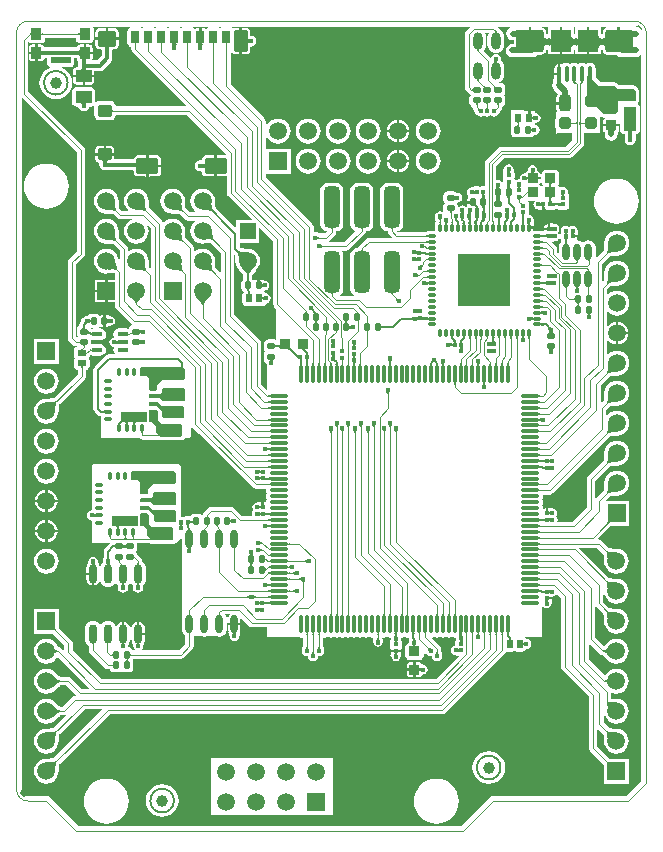
<source format=gtl>
%FSLAX44Y44*%
%MOMM*%
G71*
G01*
G75*
G04 Layer_Physical_Order=1*
G04 Layer_Color=255*
%ADD10C,0.1500*%
G04:AMPARAMS|DCode=11|XSize=0.6mm|YSize=0.5mm|CornerRadius=0.05mm|HoleSize=0mm|Usage=FLASHONLY|Rotation=0.000|XOffset=0mm|YOffset=0mm|HoleType=Round|Shape=RoundedRectangle|*
%AMROUNDEDRECTD11*
21,1,0.6000,0.4000,0,0,0.0*
21,1,0.5000,0.5000,0,0,0.0*
1,1,0.1000,0.2500,-0.2000*
1,1,0.1000,-0.2500,-0.2000*
1,1,0.1000,-0.2500,0.2000*
1,1,0.1000,0.2500,0.2000*
%
%ADD11ROUNDEDRECTD11*%
G04:AMPARAMS|DCode=12|XSize=0.6mm|YSize=0.5mm|CornerRadius=0.05mm|HoleSize=0mm|Usage=FLASHONLY|Rotation=270.000|XOffset=0mm|YOffset=0mm|HoleType=Round|Shape=RoundedRectangle|*
%AMROUNDEDRECTD12*
21,1,0.6000,0.4000,0,0,270.0*
21,1,0.5000,0.5000,0,0,270.0*
1,1,0.1000,-0.2000,-0.2500*
1,1,0.1000,-0.2000,0.2500*
1,1,0.1000,0.2000,0.2500*
1,1,0.1000,0.2000,-0.2500*
%
%ADD12ROUNDEDRECTD12*%
%ADD13O,0.9500X0.4000*%
G04:AMPARAMS|DCode=14|XSize=0.7mm|YSize=0.55mm|CornerRadius=0.055mm|HoleSize=0mm|Usage=FLASHONLY|Rotation=180.000|XOffset=0mm|YOffset=0mm|HoleType=Round|Shape=RoundedRectangle|*
%AMROUNDEDRECTD14*
21,1,0.7000,0.4400,0,0,180.0*
21,1,0.5900,0.5500,0,0,180.0*
1,1,0.1100,-0.2950,0.2200*
1,1,0.1100,0.2950,0.2200*
1,1,0.1100,0.2950,-0.2200*
1,1,0.1100,-0.2950,-0.2200*
%
%ADD14ROUNDEDRECTD14*%
G04:AMPARAMS|DCode=15|XSize=0.4mm|YSize=0.37mm|CornerRadius=0.037mm|HoleSize=0mm|Usage=FLASHONLY|Rotation=180.000|XOffset=0mm|YOffset=0mm|HoleType=Round|Shape=RoundedRectangle|*
%AMROUNDEDRECTD15*
21,1,0.4000,0.2960,0,0,180.0*
21,1,0.3260,0.3700,0,0,180.0*
1,1,0.0740,-0.1630,0.1480*
1,1,0.0740,0.1630,0.1480*
1,1,0.0740,0.1630,-0.1480*
1,1,0.0740,-0.1630,-0.1480*
%
%ADD15ROUNDEDRECTD15*%
G04:AMPARAMS|DCode=16|XSize=0.4mm|YSize=0.37mm|CornerRadius=0.037mm|HoleSize=0mm|Usage=FLASHONLY|Rotation=270.000|XOffset=0mm|YOffset=0mm|HoleType=Round|Shape=RoundedRectangle|*
%AMROUNDEDRECTD16*
21,1,0.4000,0.2960,0,0,270.0*
21,1,0.3260,0.3700,0,0,270.0*
1,1,0.0740,-0.1480,-0.1630*
1,1,0.0740,-0.1480,0.1630*
1,1,0.0740,0.1480,0.1630*
1,1,0.0740,0.1480,-0.1630*
%
%ADD16ROUNDEDRECTD16*%
G04:AMPARAMS|DCode=17|XSize=0.93mm|YSize=0.89mm|CornerRadius=0.089mm|HoleSize=0mm|Usage=FLASHONLY|Rotation=90.000|XOffset=0mm|YOffset=0mm|HoleType=Round|Shape=RoundedRectangle|*
%AMROUNDEDRECTD17*
21,1,0.9300,0.7120,0,0,90.0*
21,1,0.7520,0.8900,0,0,90.0*
1,1,0.1780,0.3560,0.3760*
1,1,0.1780,0.3560,-0.3760*
1,1,0.1780,-0.3560,-0.3760*
1,1,0.1780,-0.3560,0.3760*
%
%ADD17ROUNDEDRECTD17*%
%ADD18O,1.6500X0.3000*%
%ADD19O,0.3000X1.6500*%
%ADD20R,0.5400X0.7400*%
G04:AMPARAMS|DCode=21|XSize=0.7mm|YSize=0.55mm|CornerRadius=0.055mm|HoleSize=0mm|Usage=FLASHONLY|Rotation=90.000|XOffset=0mm|YOffset=0mm|HoleType=Round|Shape=RoundedRectangle|*
%AMROUNDEDRECTD21*
21,1,0.7000,0.4400,0,0,90.0*
21,1,0.5900,0.5500,0,0,90.0*
1,1,0.1100,0.2200,0.2950*
1,1,0.1100,0.2200,-0.2950*
1,1,0.1100,-0.2200,-0.2950*
1,1,0.1100,-0.2200,0.2950*
%
%ADD21ROUNDEDRECTD21*%
G04:AMPARAMS|DCode=22|XSize=1.3mm|YSize=3.5mm|CornerRadius=0.325mm|HoleSize=0mm|Usage=FLASHONLY|Rotation=180.000|XOffset=0mm|YOffset=0mm|HoleType=Round|Shape=RoundedRectangle|*
%AMROUNDEDRECTD22*
21,1,1.3000,2.8500,0,0,180.0*
21,1,0.6500,3.5000,0,0,180.0*
1,1,0.6500,-0.3250,1.4250*
1,1,0.6500,0.3250,1.4250*
1,1,0.6500,0.3250,-1.4250*
1,1,0.6500,-0.3250,-1.4250*
%
%ADD22ROUNDEDRECTD22*%
G04:AMPARAMS|DCode=23|XSize=0.3mm|YSize=0.6mm|CornerRadius=0.0495mm|HoleSize=0mm|Usage=FLASHONLY|Rotation=0.000|XOffset=0mm|YOffset=0mm|HoleType=Round|Shape=RoundedRectangle|*
%AMROUNDEDRECTD23*
21,1,0.3000,0.5010,0,0,0.0*
21,1,0.2010,0.6000,0,0,0.0*
1,1,0.0990,0.1005,-0.2505*
1,1,0.0990,-0.1005,-0.2505*
1,1,0.0990,-0.1005,0.2505*
1,1,0.0990,0.1005,0.2505*
%
%ADD23ROUNDEDRECTD23*%
G04:AMPARAMS|DCode=24|XSize=0.3mm|YSize=0.6mm|CornerRadius=0.0495mm|HoleSize=0mm|Usage=FLASHONLY|Rotation=270.000|XOffset=0mm|YOffset=0mm|HoleType=Round|Shape=RoundedRectangle|*
%AMROUNDEDRECTD24*
21,1,0.3000,0.5010,0,0,270.0*
21,1,0.2010,0.6000,0,0,270.0*
1,1,0.0990,-0.2505,-0.1005*
1,1,0.0990,-0.2505,0.1005*
1,1,0.0990,0.2505,0.1005*
1,1,0.0990,0.2505,-0.1005*
%
%ADD24ROUNDEDRECTD24*%
%ADD25R,2.2500X0.9000*%
G04:AMPARAMS|DCode=26|XSize=1.38mm|YSize=1.05mm|CornerRadius=0.105mm|HoleSize=0mm|Usage=FLASHONLY|Rotation=180.000|XOffset=0mm|YOffset=0mm|HoleType=Round|Shape=RoundedRectangle|*
%AMROUNDEDRECTD26*
21,1,1.3800,0.8400,0,0,180.0*
21,1,1.1700,1.0500,0,0,180.0*
1,1,0.2100,-0.5850,0.4200*
1,1,0.2100,0.5850,0.4200*
1,1,0.2100,0.5850,-0.4200*
1,1,0.2100,-0.5850,-0.4200*
%
%ADD26ROUNDEDRECTD26*%
%ADD27O,0.7600X1.6000*%
%ADD28O,0.6000X1.6000*%
G04:AMPARAMS|DCode=29|XSize=0.9mm|YSize=0.8mm|CornerRadius=0.08mm|HoleSize=0mm|Usage=FLASHONLY|Rotation=180.000|XOffset=0mm|YOffset=0mm|HoleType=Round|Shape=RoundedRectangle|*
%AMROUNDEDRECTD29*
21,1,0.9000,0.6400,0,0,180.0*
21,1,0.7400,0.8000,0,0,180.0*
1,1,0.1600,-0.3700,0.3200*
1,1,0.1600,0.3700,0.3200*
1,1,0.1600,0.3700,-0.3200*
1,1,0.1600,-0.3700,-0.3200*
%
%ADD29ROUNDEDRECTD29*%
%ADD30O,0.6000X1.4000*%
G04:AMPARAMS|DCode=31|XSize=1mm|YSize=1.4mm|CornerRadius=0.25mm|HoleSize=0mm|Usage=FLASHONLY|Rotation=180.000|XOffset=0mm|YOffset=0mm|HoleType=Round|Shape=RoundedRectangle|*
%AMROUNDEDRECTD31*
21,1,1.0000,0.9000,0,0,180.0*
21,1,0.5000,1.4000,0,0,180.0*
1,1,0.5000,-0.2500,0.4500*
1,1,0.5000,0.2500,0.4500*
1,1,0.5000,0.2500,-0.4500*
1,1,0.5000,-0.2500,-0.4500*
%
%ADD31ROUNDEDRECTD31*%
G04:AMPARAMS|DCode=32|XSize=1mm|YSize=1mm|CornerRadius=0.25mm|HoleSize=0mm|Usage=FLASHONLY|Rotation=180.000|XOffset=0mm|YOffset=0mm|HoleType=Round|Shape=RoundedRectangle|*
%AMROUNDEDRECTD32*
21,1,1.0000,0.5000,0,0,180.0*
21,1,0.5000,1.0000,0,0,180.0*
1,1,0.5000,-0.2500,0.2500*
1,1,0.5000,0.2500,0.2500*
1,1,0.5000,0.2500,-0.2500*
1,1,0.5000,-0.2500,-0.2500*
%
%ADD32ROUNDEDRECTD32*%
%ADD33R,4.4500X4.4500*%
%ADD34O,0.8200X0.2700*%
%ADD35O,0.2700X0.8200*%
G04:AMPARAMS|DCode=36|XSize=0.9mm|YSize=1mm|CornerRadius=0.09mm|HoleSize=0mm|Usage=FLASHONLY|Rotation=180.000|XOffset=0mm|YOffset=0mm|HoleType=Round|Shape=RoundedRectangle|*
%AMROUNDEDRECTD36*
21,1,0.9000,0.8200,0,0,180.0*
21,1,0.7200,1.0000,0,0,180.0*
1,1,0.1800,-0.3600,0.4100*
1,1,0.1800,0.3600,0.4100*
1,1,0.1800,0.3600,-0.4100*
1,1,0.1800,-0.3600,-0.4100*
%
%ADD36ROUNDEDRECTD36*%
G04:AMPARAMS|DCode=37|XSize=1.7mm|YSize=0.55mm|CornerRadius=0.055mm|HoleSize=0mm|Usage=FLASHONLY|Rotation=180.000|XOffset=0mm|YOffset=0mm|HoleType=Round|Shape=RoundedRectangle|*
%AMROUNDEDRECTD37*
21,1,1.7000,0.4400,0,0,180.0*
21,1,1.5900,0.5500,0,0,180.0*
1,1,0.1100,-0.7950,0.2200*
1,1,0.1100,0.7950,0.2200*
1,1,0.1100,0.7950,-0.2200*
1,1,0.1100,-0.7950,-0.2200*
%
%ADD37ROUNDEDRECTD37*%
%ADD38C,1.0000*%
%ADD39O,0.4000X1.3500*%
G04:AMPARAMS|DCode=40|XSize=2.3mm|YSize=1.9mm|CornerRadius=0.19mm|HoleSize=0mm|Usage=FLASHONLY|Rotation=180.000|XOffset=0mm|YOffset=0mm|HoleType=Round|Shape=RoundedRectangle|*
%AMROUNDEDRECTD40*
21,1,2.3000,1.5200,0,0,180.0*
21,1,1.9200,1.9000,0,0,180.0*
1,1,0.3800,-0.9600,0.7600*
1,1,0.3800,0.9600,0.7600*
1,1,0.3800,0.9600,-0.7600*
1,1,0.3800,-0.9600,-0.7600*
%
%ADD40ROUNDEDRECTD40*%
%ADD41R,1.8000X1.9000*%
G04:AMPARAMS|DCode=42|XSize=1.55mm|YSize=1.35mm|CornerRadius=0.135mm|HoleSize=0mm|Usage=FLASHONLY|Rotation=180.000|XOffset=0mm|YOffset=0mm|HoleType=Round|Shape=RoundedRectangle|*
%AMROUNDEDRECTD42*
21,1,1.5500,1.0800,0,0,180.0*
21,1,1.2800,1.3500,0,0,180.0*
1,1,0.2700,-0.6400,0.5400*
1,1,0.2700,0.6400,0.5400*
1,1,0.2700,0.6400,-0.5400*
1,1,0.2700,-0.6400,-0.5400*
%
%ADD42ROUNDEDRECTD42*%
G04:AMPARAMS|DCode=43|XSize=1.8mm|YSize=1.17mm|CornerRadius=0.117mm|HoleSize=0mm|Usage=FLASHONLY|Rotation=90.000|XOffset=0mm|YOffset=0mm|HoleType=Round|Shape=RoundedRectangle|*
%AMROUNDEDRECTD43*
21,1,1.8000,0.9360,0,0,90.0*
21,1,1.5660,1.1700,0,0,90.0*
1,1,0.2340,0.4680,0.7830*
1,1,0.2340,0.4680,-0.7830*
1,1,0.2340,-0.4680,-0.7830*
1,1,0.2340,-0.4680,0.7830*
%
%ADD43ROUNDEDRECTD43*%
G04:AMPARAMS|DCode=44|XSize=0.75mm|YSize=1.1mm|CornerRadius=0.075mm|HoleSize=0mm|Usage=FLASHONLY|Rotation=180.000|XOffset=0mm|YOffset=0mm|HoleType=Round|Shape=RoundedRectangle|*
%AMROUNDEDRECTD44*
21,1,0.7500,0.9500,0,0,180.0*
21,1,0.6000,1.1000,0,0,180.0*
1,1,0.1500,-0.3000,0.4750*
1,1,0.1500,0.3000,0.4750*
1,1,0.1500,0.3000,-0.4750*
1,1,0.1500,-0.3000,-0.4750*
%
%ADD44ROUNDEDRECTD44*%
G04:AMPARAMS|DCode=45|XSize=1.2mm|YSize=1mm|CornerRadius=0.1mm|HoleSize=0mm|Usage=FLASHONLY|Rotation=180.000|XOffset=0mm|YOffset=0mm|HoleType=Round|Shape=RoundedRectangle|*
%AMROUNDEDRECTD45*
21,1,1.2000,0.8000,0,0,180.0*
21,1,1.0000,1.0000,0,0,180.0*
1,1,0.2000,-0.5000,0.4000*
1,1,0.2000,0.5000,0.4000*
1,1,0.2000,0.5000,-0.4000*
1,1,0.2000,-0.5000,-0.4000*
%
%ADD45ROUNDEDRECTD45*%
G04:AMPARAMS|DCode=46|XSize=1.9mm|YSize=1.35mm|CornerRadius=0.135mm|HoleSize=0mm|Usage=FLASHONLY|Rotation=180.000|XOffset=0mm|YOffset=0mm|HoleType=Round|Shape=RoundedRectangle|*
%AMROUNDEDRECTD46*
21,1,1.9000,1.0800,0,0,180.0*
21,1,1.6300,1.3500,0,0,180.0*
1,1,0.2700,-0.8150,0.5400*
1,1,0.2700,0.8150,0.5400*
1,1,0.2700,0.8150,-0.5400*
1,1,0.2700,-0.8150,-0.5400*
%
%ADD46ROUNDEDRECTD46*%
G04:AMPARAMS|DCode=47|XSize=2mm|YSize=1.1mm|CornerRadius=0.11mm|HoleSize=0mm|Usage=FLASHONLY|Rotation=90.000|XOffset=0mm|YOffset=0mm|HoleType=Round|Shape=RoundedRectangle|*
%AMROUNDEDRECTD47*
21,1,2.0000,0.8800,0,0,90.0*
21,1,1.7800,1.1000,0,0,90.0*
1,1,0.2200,0.4400,0.8900*
1,1,0.2200,0.4400,-0.8900*
1,1,0.2200,-0.4400,-0.8900*
1,1,0.2200,-0.4400,0.8900*
%
%ADD47ROUNDEDRECTD47*%
G04:AMPARAMS|DCode=48|XSize=0.8mm|YSize=0.8mm|CornerRadius=0.08mm|HoleSize=0mm|Usage=FLASHONLY|Rotation=90.000|XOffset=0mm|YOffset=0mm|HoleType=Round|Shape=RoundedRectangle|*
%AMROUNDEDRECTD48*
21,1,0.8000,0.6400,0,0,90.0*
21,1,0.6400,0.8000,0,0,90.0*
1,1,0.1600,0.3200,0.3200*
1,1,0.1600,0.3200,-0.3200*
1,1,0.1600,-0.3200,-0.3200*
1,1,0.1600,-0.3200,0.3200*
%
%ADD48ROUNDEDRECTD48*%
G04:AMPARAMS|DCode=49|XSize=0.93mm|YSize=0.89mm|CornerRadius=0.089mm|HoleSize=0mm|Usage=FLASHONLY|Rotation=0.000|XOffset=0mm|YOffset=0mm|HoleType=Round|Shape=RoundedRectangle|*
%AMROUNDEDRECTD49*
21,1,0.9300,0.7120,0,0,0.0*
21,1,0.7520,0.8900,0,0,0.0*
1,1,0.1780,0.3760,-0.3560*
1,1,0.1780,-0.3760,-0.3560*
1,1,0.1780,-0.3760,0.3560*
1,1,0.1780,0.3760,0.3560*
%
%ADD49ROUNDEDRECTD49*%
%ADD50O,0.8000X1.4700*%
%ADD51C,0.1000*%
%ADD52C,0.2000*%
%ADD53C,0.3000*%
%ADD54C,0.1200*%
%ADD55C,0.5000*%
%ADD56R,1.5000X1.5000*%
%ADD57C,1.5000*%
%ADD58R,1.3500X1.3500*%
%ADD59R,1.5000X1.5000*%
%ADD60C,0.4500*%
G36*
X408506Y616213D02*
X408420Y616182D01*
X408345Y616130D01*
X408280Y616058D01*
X408225Y615965D01*
X408181Y615852D01*
X408145Y615718D01*
X408120Y615563D01*
X408106Y615388D01*
X408101Y615192D01*
X407100D01*
X407095Y615388D01*
X407080Y615563D01*
X407055Y615718D01*
X407020Y615852D01*
X406976Y615965D01*
X406920Y616058D01*
X406855Y616130D01*
X406781Y616182D01*
X406696Y616213D01*
X406600Y616223D01*
X408601D01*
X408506Y616213D01*
D02*
G37*
G36*
X386623Y626700D02*
X386612Y626795D01*
X386581Y626880D01*
X386530Y626955D01*
X386458Y627020D01*
X386365Y627075D01*
X386252Y627120D01*
X386118Y627155D01*
X385963Y627180D01*
X385788Y627195D01*
X385592Y627200D01*
Y628200D01*
X385788Y628205D01*
X385963Y628220D01*
X386118Y628245D01*
X386252Y628280D01*
X386365Y628325D01*
X386458Y628380D01*
X386530Y628445D01*
X386581Y628520D01*
X386612Y628605D01*
X386623Y628700D01*
Y626700D01*
D02*
G37*
G36*
X399505Y616213D02*
X399420Y616182D01*
X399345Y616130D01*
X399280Y616058D01*
X399225Y615965D01*
X399180Y615852D01*
X399145Y615718D01*
X399120Y615563D01*
X399105Y615388D01*
X399100Y615192D01*
X398100D01*
X398095Y615388D01*
X398080Y615563D01*
X398055Y615718D01*
X398020Y615852D01*
X397975Y615965D01*
X397920Y616058D01*
X397855Y616130D01*
X397780Y616182D01*
X397695Y616213D01*
X397600Y616223D01*
X399600D01*
X399505Y616213D01*
D02*
G37*
G36*
X399111Y612665D02*
X399143Y612484D01*
X399197Y612299D01*
X399272Y612110D01*
X399369Y611918D01*
X399487Y611722D01*
X399627Y611524D01*
X399788Y611321D01*
X399971Y611116D01*
X400175Y610907D01*
X397025D01*
X397229Y611116D01*
X397573Y611524D01*
X397713Y611722D01*
X397831Y611918D01*
X397928Y612110D01*
X398003Y612299D01*
X398057Y612484D01*
X398089Y612665D01*
X398100Y612844D01*
X399100D01*
X399111Y612665D01*
D02*
G37*
G36*
X390505Y616212D02*
X390420Y616181D01*
X390345Y616130D01*
X390280Y616058D01*
X390225Y615965D01*
X390180Y615852D01*
X390145Y615718D01*
X390120Y615563D01*
X390105Y615388D01*
X390100Y615192D01*
X389100D01*
X389095Y615388D01*
X389080Y615563D01*
X389055Y615718D01*
X389020Y615852D01*
X388975Y615965D01*
X388920Y616058D01*
X388855Y616130D01*
X388780Y616181D01*
X388695Y616212D01*
X388600Y616223D01*
X390600D01*
X390505Y616212D01*
D02*
G37*
G36*
X396278Y630737D02*
X396620Y630449D01*
X396776Y630340D01*
X396923Y630255D01*
X397059Y630193D01*
X397186Y630154D01*
X397303Y630139D01*
X397410Y630147D01*
X397506Y630178D01*
X395623Y629295D01*
X395699Y629347D01*
X395744Y629417D01*
X395758Y629505D01*
X395740Y629610D01*
X395691Y629734D01*
X395610Y629876D01*
X395498Y630035D01*
X395355Y630212D01*
X394973Y630621D01*
X396092Y630916D01*
X396278Y630737D01*
D02*
G37*
G36*
X527118Y682240D02*
X528658Y681059D01*
X529840Y679518D01*
X530082Y678934D01*
X529434Y677965D01*
X529334D01*
X528465Y679265D01*
X526646Y680481D01*
X524500Y680908D01*
X522256D01*
X521840Y680938D01*
X521760Y680981D01*
X521660Y680992D01*
X521570Y681034D01*
X521070Y681055D01*
X520573Y681108D01*
X520477Y681080D01*
X520377Y681084D01*
X519908Y680912D01*
X519893Y680908D01*
X512900D01*
X511805Y680690D01*
X510900D01*
Y669113D01*
X508900D01*
Y680690D01*
X500300D01*
X498778Y680387D01*
X497488Y679525D01*
X496626Y678235D01*
X496324Y676713D01*
Y675504D01*
X496261Y675462D01*
X496018Y675098D01*
X495737Y674761D01*
X495708Y674666D01*
X495632Y674631D01*
X495556Y674666D01*
X495526Y674761D01*
X495245Y675098D01*
X495002Y675462D01*
X494900Y675531D01*
Y680613D01*
X484900D01*
Y669113D01*
Y657614D01*
X494900D01*
Y661069D01*
X495002Y661137D01*
X495246Y661501D01*
X495526Y661838D01*
X495556Y661933D01*
X495631Y661968D01*
X495708Y661933D01*
X495737Y661838D01*
X496018Y661501D01*
X496261Y661137D01*
X496397Y661046D01*
X496423Y661015D01*
X496626Y659992D01*
X497488Y658702D01*
X498778Y657840D01*
X500300Y657537D01*
X508299D01*
X508635Y657035D01*
X510454Y655819D01*
X512600Y655392D01*
X524200D01*
X526346Y655819D01*
X528165Y657035D01*
X528716Y657859D01*
X528812Y657830D01*
Y42501D01*
X516300Y29988D01*
X403900D01*
X402144Y29639D01*
X400656Y28644D01*
X376600Y4588D01*
X52701D01*
X28644Y28644D01*
X27156Y29639D01*
X25400Y29988D01*
X10000D01*
X8244Y29639D01*
X6866Y28718D01*
X6282Y28960D01*
X4742Y30141D01*
X3560Y31682D01*
X3318Y32266D01*
X4239Y33644D01*
X4588Y35400D01*
Y621235D01*
X4681Y621273D01*
X50931Y575022D01*
Y490478D01*
X44477Y484023D01*
X43703Y482866D01*
X43431Y481500D01*
Y417500D01*
X43703Y416134D01*
X44477Y414977D01*
X47976Y411477D01*
X49134Y410703D01*
X50500Y410432D01*
X51248D01*
X51259Y410415D01*
X51213Y410304D01*
X51165Y410294D01*
X49991Y409509D01*
X49206Y408335D01*
X48931Y406950D01*
Y402550D01*
X49206Y401165D01*
X49650Y400500D01*
X49206Y399835D01*
X48931Y398450D01*
Y394050D01*
X49206Y392665D01*
X49991Y391491D01*
X51165Y390706D01*
X51931Y390554D01*
Y387178D01*
X31464Y366711D01*
X31262Y366634D01*
X30866Y366526D01*
X30308Y366417D01*
X29660Y366327D01*
X26666Y366160D01*
X25643Y366159D01*
X25400Y366191D01*
X22659Y365830D01*
X20105Y364772D01*
X17911Y363089D01*
X16228Y360895D01*
X15170Y358341D01*
X14809Y355600D01*
X15170Y352859D01*
X16228Y350305D01*
X17911Y348111D01*
X20105Y346428D01*
X22659Y345370D01*
X25400Y345009D01*
X28141Y345370D01*
X30695Y346428D01*
X32889Y348111D01*
X34572Y350305D01*
X35630Y352859D01*
X35991Y355600D01*
X35961Y355827D01*
X35989Y357994D01*
X36123Y359834D01*
X36216Y360508D01*
X36326Y361066D01*
X36434Y361462D01*
X36511Y361664D01*
X58023Y383177D01*
X58797Y384334D01*
X59069Y385700D01*
Y390554D01*
X59835Y390706D01*
X61009Y391491D01*
X61794Y392665D01*
X62070Y394050D01*
Y398450D01*
X61794Y399835D01*
X61350Y400500D01*
X61794Y401165D01*
X62063Y402516D01*
X62722Y403176D01*
X63299Y402790D01*
X65250Y402402D01*
X70750D01*
X72701Y402790D01*
X74355Y403895D01*
X75460Y405549D01*
X75848Y407500D01*
X75460Y409451D01*
X74355Y411105D01*
X72701Y412210D01*
X70750Y412598D01*
X65250D01*
X63299Y412210D01*
X63157Y412115D01*
X63069Y412162D01*
Y415838D01*
X63157Y415885D01*
X63299Y415790D01*
X65250Y415402D01*
X70750D01*
X72701Y415790D01*
X74355Y416895D01*
X75460Y418549D01*
X75848Y420500D01*
X75460Y422451D01*
X74355Y424105D01*
X72701Y425210D01*
X70750Y425598D01*
X65250D01*
X63604Y425270D01*
X62925Y425724D01*
X62876Y425971D01*
X62947Y426041D01*
X63500Y425931D01*
X67500D01*
X68866Y426203D01*
X70023Y426977D01*
X70551Y427767D01*
X70651D01*
X70698Y427698D01*
X71525Y427145D01*
X72500Y426951D01*
X73500D01*
Y432000D01*
Y437049D01*
X72500D01*
X71525Y436855D01*
X70698Y436302D01*
X70651Y436233D01*
X70551D01*
X70023Y437023D01*
X68866Y437797D01*
X67500Y438069D01*
X63500D01*
X62134Y437797D01*
X60977Y437023D01*
X60546Y436379D01*
X60521Y436373D01*
X60395Y436284D01*
X60150Y436333D01*
X58492Y436003D01*
X57086Y435064D01*
X56947Y434856D01*
X56796Y434830D01*
X56765Y434810D01*
X56730Y434803D01*
X56262Y434491D01*
X55788Y434190D01*
X55767Y434160D01*
X55737Y434140D01*
X55425Y433673D01*
X55102Y433214D01*
X55094Y433178D01*
X55074Y433148D01*
X54964Y432596D01*
X54857Y432114D01*
X54297Y431554D01*
X53468Y430313D01*
X53177Y428850D01*
Y428306D01*
X53135Y428297D01*
X51977Y427524D01*
X51203Y426366D01*
X50932Y425000D01*
Y421000D01*
X51203Y419635D01*
X51961Y418500D01*
X51639Y418017D01*
X51539Y418008D01*
X50569Y418978D01*
Y480022D01*
X57023Y486477D01*
X57797Y487634D01*
X58069Y489000D01*
Y576500D01*
X57797Y577866D01*
X57023Y579023D01*
X10069Y625978D01*
Y668522D01*
X10151Y668604D01*
X10250Y668594D01*
X10588Y668088D01*
X11878Y667226D01*
X13400Y666924D01*
X20600D01*
X22122Y667226D01*
X23412Y668088D01*
X24274Y669378D01*
X24576Y670900D01*
Y671431D01*
X50424D01*
Y670900D01*
X50726Y669378D01*
X51588Y668088D01*
X52878Y667226D01*
X54400Y666924D01*
X61600D01*
X63122Y667226D01*
X64412Y668088D01*
X65274Y669378D01*
X65576Y670900D01*
Y679100D01*
X65274Y680622D01*
X64938Y681124D01*
X64985Y681212D01*
X384334D01*
X384373Y681120D01*
X380477Y677223D01*
X379703Y676066D01*
X379431Y674700D01*
Y629800D01*
X379703Y628434D01*
X380477Y627277D01*
X382576Y625177D01*
X383734Y624403D01*
X383792Y624392D01*
X383803Y624335D01*
X384561Y623200D01*
X383803Y622066D01*
X383532Y620700D01*
Y616700D01*
X383803Y615335D01*
X384577Y614177D01*
X385735Y613403D01*
X386032Y613344D01*
Y612800D01*
X386303Y611434D01*
X387077Y610276D01*
X387780Y609573D01*
X387789Y609467D01*
X387791Y609287D01*
X387911Y608720D01*
X388024Y608152D01*
X388034Y608137D01*
X388038Y608119D01*
X388366Y607640D01*
X388687Y607160D01*
X388702Y607150D01*
X388712Y607135D01*
X389199Y606818D01*
X389679Y606497D01*
X389697Y606493D01*
X389712Y606483D01*
X389893Y606449D01*
X390036Y606236D01*
X391442Y605297D01*
X393100Y604967D01*
X394758Y605297D01*
X395850Y606026D01*
X396942Y605297D01*
X398600Y604967D01*
X400258Y605297D01*
X401350Y606026D01*
X402442Y605297D01*
X404100Y604967D01*
X405758Y605297D01*
X407164Y606236D01*
X407307Y606449D01*
X407488Y606483D01*
X407503Y606493D01*
X407520Y606497D01*
X408001Y606818D01*
X408488Y607135D01*
X408498Y607150D01*
X408513Y607160D01*
X408834Y607641D01*
X409162Y608119D01*
X409166Y608137D01*
X409176Y608152D01*
X409289Y608721D01*
X409408Y609287D01*
X409411Y609507D01*
X409415Y609568D01*
X410124Y610277D01*
X410897Y611435D01*
X411169Y612800D01*
Y613345D01*
X411466Y613404D01*
X412624Y614177D01*
X413397Y615335D01*
X413669Y616701D01*
Y620701D01*
X413397Y622066D01*
X412639Y623201D01*
X413397Y624335D01*
X413669Y625701D01*
Y629701D01*
X413397Y631066D01*
X412624Y632224D01*
X411466Y632998D01*
X410100Y633269D01*
X407271D01*
X407264Y633369D01*
X407727Y633430D01*
X409430Y634136D01*
X410892Y635258D01*
X412015Y636720D01*
X412720Y638423D01*
X412960Y640250D01*
Y646950D01*
X412720Y648777D01*
X412015Y650480D01*
X410892Y651943D01*
X410502Y652242D01*
X410405Y652642D01*
X410301Y653164D01*
X410264Y653219D01*
X410248Y653284D01*
X410187Y653367D01*
X410233Y653600D01*
X409903Y655258D01*
X408964Y656664D01*
X407558Y657603D01*
X405900Y657933D01*
X404242Y657603D01*
X402836Y656664D01*
X401897Y655258D01*
X401724Y654390D01*
X401626Y654370D01*
X401523Y654523D01*
X395661Y660385D01*
X395668Y660485D01*
X395892Y660658D01*
X397014Y662120D01*
X397720Y663823D01*
X397960Y665650D01*
Y672350D01*
X397720Y674177D01*
X397035Y675831D01*
X397094Y675931D01*
X399706D01*
X399765Y675831D01*
X399080Y674177D01*
X398840Y672350D01*
Y665650D01*
X399080Y663823D01*
X399785Y662120D01*
X400908Y660658D01*
X402370Y659536D01*
X404073Y658830D01*
X405900Y658590D01*
X407727Y658830D01*
X409430Y659536D01*
X410892Y660658D01*
X412015Y662120D01*
X412720Y663823D01*
X412960Y665650D01*
Y672350D01*
X412720Y674177D01*
X412015Y675880D01*
X410892Y677343D01*
X409430Y678465D01*
X409220Y678552D01*
X409197Y678666D01*
X408423Y679823D01*
X407127Y681120D01*
X407165Y681212D01*
X523400D01*
X525156Y681561D01*
X526534Y682482D01*
X527118Y682240D01*
D02*
G37*
G36*
X391802Y661797D02*
X391717Y661764D01*
X391643Y661709D01*
X391578Y661633D01*
X391524Y661534D01*
X391479Y661413D01*
X391445Y661271D01*
X391420Y661107D01*
X391405Y660920D01*
X391400Y660712D01*
X390400D01*
X390395Y660920D01*
X390380Y661107D01*
X390355Y661271D01*
X390321Y661413D01*
X390276Y661534D01*
X390221Y661633D01*
X390157Y661709D01*
X390083Y661764D01*
X389998Y661797D01*
X389904Y661808D01*
X391896D01*
X391802Y661797D01*
D02*
G37*
G36*
X406910Y652361D02*
X406947Y651993D01*
X407475D01*
X407366Y651874D01*
X407268Y651742D01*
X407182Y651598D01*
X407107Y651441D01*
X407052Y651293D01*
X407057Y651267D01*
X407146Y651000D01*
X407254Y650781D01*
X407382Y650611D01*
X407529Y650490D01*
X407696Y650417D01*
X407883Y650393D01*
X406904Y650392D01*
X406900Y650235D01*
X404900D01*
X404896Y650390D01*
X403910Y650389D01*
X404098Y650414D01*
X404266Y650487D01*
X404415Y650609D01*
X404543Y650779D01*
X404652Y650998D01*
X404742Y651266D01*
X404748Y651294D01*
X404693Y651441D01*
X404618Y651598D01*
X404532Y651742D01*
X404434Y651874D01*
X404325Y651993D01*
X404864D01*
X404890Y652360D01*
X404900Y652822D01*
X406900D01*
X406910Y652361D01*
D02*
G37*
G36*
X405278Y630737D02*
X405620Y630449D01*
X405776Y630340D01*
X405923Y630255D01*
X406059Y630193D01*
X406186Y630154D01*
X406302Y630139D01*
X406409Y630147D01*
X406507Y630178D01*
X404623Y629295D01*
X404699Y629347D01*
X404744Y629417D01*
X404758Y629505D01*
X404740Y629610D01*
X404691Y629734D01*
X404610Y629876D01*
X404498Y630035D01*
X404355Y630212D01*
X403973Y630621D01*
X405092Y630916D01*
X405278Y630737D01*
D02*
G37*
G36*
X391676Y636378D02*
X391618Y636348D01*
X391567Y636299D01*
X391523Y636230D01*
X391485Y636141D01*
X391455Y636032D01*
X391431Y635904D01*
X391414Y635756D01*
X391403Y635589D01*
X391400Y635401D01*
X390400D01*
X390397Y635589D01*
X390369Y635904D01*
X390345Y636032D01*
X390315Y636141D01*
X390277Y636230D01*
X390233Y636299D01*
X390182Y636348D01*
X390124Y636378D01*
X390059Y636388D01*
X391741D01*
X391676Y636378D01*
D02*
G37*
G36*
X406959Y611452D02*
X406841Y611319D01*
X406735Y611167D01*
X406642Y610998D01*
X406562Y610812D01*
X406495Y610607D01*
X406440Y610386D01*
X406398Y610146D01*
X406369Y609889D01*
X406353Y609615D01*
X406350Y609323D01*
X404123Y611550D01*
X404415Y611553D01*
X404946Y611598D01*
X405186Y611640D01*
X405407Y611695D01*
X405612Y611762D01*
X405798Y611842D01*
X405967Y611935D01*
X406119Y612041D01*
X406252Y612159D01*
X406959Y611452D01*
D02*
G37*
G36*
X56005Y408307D02*
X56020Y408133D01*
X56044Y407981D01*
X56078Y407848D01*
X56122Y407736D01*
X56176Y407645D01*
X56239Y407574D01*
X56312Y407523D01*
X56395Y407492D01*
X56488Y407482D01*
X54512D01*
X54605Y407492D01*
X54688Y407523D01*
X54761Y407574D01*
X54824Y407645D01*
X54878Y407736D01*
X54922Y407848D01*
X54956Y407981D01*
X54981Y408133D01*
X54995Y408307D01*
X55000Y408500D01*
X56000D01*
X56005Y408307D01*
D02*
G37*
G36*
X57905Y411512D02*
X57820Y411481D01*
X57745Y411430D01*
X57680Y411358D01*
X57625Y411265D01*
X57580Y411152D01*
X57545Y411018D01*
X57520Y410863D01*
X57505Y410688D01*
X57500Y410492D01*
X56500D01*
X56495Y410688D01*
X56480Y410863D01*
X56455Y411018D01*
X56420Y411152D01*
X56375Y411265D01*
X56320Y411358D01*
X56255Y411430D01*
X56180Y411481D01*
X56095Y411512D01*
X56000Y411523D01*
X58000D01*
X57905Y411512D01*
D02*
G37*
G36*
X63575Y406517D02*
X63562Y406609D01*
X63525Y406691D01*
X63464Y406763D01*
X63377Y406826D01*
X63266Y406879D01*
X63131Y406923D01*
X62970Y406956D01*
X62785Y406981D01*
X62576Y406995D01*
X62341Y407000D01*
Y408000D01*
X62576Y408005D01*
X62970Y408044D01*
X63131Y408077D01*
X63266Y408121D01*
X63377Y408174D01*
X63464Y408237D01*
X63525Y408309D01*
X63562Y408391D01*
X63575Y408483D01*
Y406517D01*
D02*
G37*
G36*
X34227Y363720D02*
X33963Y363389D01*
X33728Y362952D01*
X33522Y362410D01*
X33346Y361764D01*
X33198Y361012D01*
X33080Y360155D01*
X32931Y358125D01*
X32900Y355675D01*
X25475Y363100D01*
X26753Y363101D01*
X29955Y363280D01*
X30812Y363398D01*
X31564Y363546D01*
X32210Y363722D01*
X32752Y363928D01*
X33189Y364163D01*
X33520Y364427D01*
X34227Y363720D01*
D02*
G37*
G36*
X56405Y393508D02*
X56320Y393477D01*
X56245Y393425D01*
X56180Y393353D01*
X56125Y393261D01*
X56080Y393147D01*
X56045Y393013D01*
X56020Y392859D01*
X56005Y392683D01*
X56000Y392488D01*
X55000D01*
X54995Y392683D01*
X54980Y392859D01*
X54955Y393013D01*
X54920Y393147D01*
X54875Y393261D01*
X54820Y393353D01*
X54755Y393425D01*
X54680Y393477D01*
X54595Y393508D01*
X54500Y393518D01*
X56500D01*
X56405Y393508D01*
D02*
G37*
G36*
X54022Y413000D02*
X54012Y413095D01*
X53981Y413180D01*
X53930Y413255D01*
X53858Y413320D01*
X53765Y413375D01*
X53652Y413420D01*
X53518Y413455D01*
X53363Y413480D01*
X53188Y413495D01*
X52992Y413500D01*
Y414500D01*
X53188Y414505D01*
X53363Y414520D01*
X53518Y414545D01*
X53652Y414580D01*
X53765Y414625D01*
X53858Y414680D01*
X53930Y414745D01*
X53981Y414820D01*
X54012Y414905D01*
X54022Y415000D01*
Y413000D01*
D02*
G37*
G36*
X61921Y433418D02*
X62090Y433278D01*
X62264Y433154D01*
X62443Y433047D01*
X62627Y432956D01*
X62654Y432946D01*
X62777Y433020D01*
X62884Y433117D01*
X62961Y433230D01*
X63007Y433358D01*
X63022Y433500D01*
Y432822D01*
X63209Y432783D01*
X63413Y432758D01*
X63621Y432750D01*
Y431250D01*
X63413Y431242D01*
X63209Y431217D01*
X63022Y431178D01*
Y430500D01*
X63007Y430643D01*
X62961Y430770D01*
X62884Y430882D01*
X62777Y430980D01*
X62654Y431054D01*
X62627Y431044D01*
X62443Y430953D01*
X62264Y430846D01*
X62090Y430722D01*
X61921Y430582D01*
X61757Y430425D01*
Y431243D01*
X61492Y431250D01*
Y432750D01*
X61757Y432757D01*
Y433575D01*
X61921Y433418D01*
D02*
G37*
G36*
X391081Y612041D02*
X391233Y611935D01*
X391402Y611842D01*
X391588Y611762D01*
X391792Y611695D01*
X392014Y611640D01*
X392254Y611598D01*
X392511Y611569D01*
X392785Y611553D01*
X393077Y611550D01*
X390850Y609323D01*
X390847Y609615D01*
X390802Y610146D01*
X390760Y610386D01*
X390705Y610607D01*
X390638Y610812D01*
X390558Y610998D01*
X390465Y611167D01*
X390359Y611319D01*
X390241Y611452D01*
X390948Y612159D01*
X391081Y612041D01*
D02*
G37*
G36*
X60128Y429750D02*
X59901Y429745D01*
X59682Y429724D01*
X59471Y429689D01*
X59269Y429638D01*
X59075Y429572D01*
X58888Y429491D01*
X58710Y429395D01*
X58541Y429283D01*
X58379Y429157D01*
X58226Y429015D01*
X57165Y430076D01*
X57307Y430229D01*
X57433Y430391D01*
X57545Y430560D01*
X57641Y430738D01*
X57722Y430924D01*
X57788Y431119D01*
X57839Y431321D01*
X57874Y431532D01*
X57895Y431750D01*
X57900Y431978D01*
X60128Y429750D01*
D02*
G37*
G36*
X59988Y423446D02*
X60019Y423405D01*
X60070Y423368D01*
X60142Y423337D01*
X60233Y423310D01*
X60346Y423289D01*
X60479Y423272D01*
X60806Y423252D01*
X61000Y423250D01*
Y421750D01*
X60806Y421748D01*
X60346Y421711D01*
X60233Y421690D01*
X60142Y421663D01*
X60070Y421632D01*
X60019Y421595D01*
X59988Y421554D01*
X59978Y421508D01*
Y423492D01*
X59988Y423446D01*
D02*
G37*
G36*
X57758Y426718D02*
X57780Y426457D01*
X57818Y426228D01*
X57870Y426029D01*
X57938Y425861D01*
X58020Y425723D01*
X58118Y425616D01*
X58230Y425539D01*
X58358Y425493D01*
X58500Y425478D01*
X55500D01*
X55643Y425493D01*
X55770Y425539D01*
X55883Y425616D01*
X55980Y425723D01*
X56063Y425861D01*
X56130Y426029D01*
X56183Y426228D01*
X56220Y426457D01*
X56243Y426718D01*
X56250Y427009D01*
X57750D01*
X57758Y426718D01*
D02*
G37*
G36*
X53544Y674000D02*
X53534Y674095D01*
X53503Y674180D01*
X53451Y674255D01*
X53379Y674320D01*
X53286Y674375D01*
X53173Y674420D01*
X53039Y674455D01*
X52884Y674480D01*
X52709Y674495D01*
X52513Y674500D01*
Y675500D01*
X52709Y675505D01*
X52884Y675520D01*
X53039Y675545D01*
X53173Y675580D01*
X53286Y675625D01*
X53379Y675680D01*
X53451Y675745D01*
X53503Y675820D01*
X53534Y675905D01*
X53544Y676000D01*
Y674000D01*
D02*
G37*
G36*
X498424Y663300D02*
X498374Y663775D01*
X498223Y664200D01*
X497972Y664575D01*
X497620Y664900D01*
X497167Y665175D01*
X496613Y665400D01*
X495959Y665575D01*
X495632Y665629D01*
X495304Y665575D01*
X494650Y665400D01*
X494097Y665175D01*
X493644Y664900D01*
X493292Y664575D01*
X493040Y664200D01*
X492889Y663775D01*
X492839Y663300D01*
Y673300D01*
X492889Y672825D01*
X493040Y672400D01*
X493292Y672025D01*
X493644Y671700D01*
X494097Y671425D01*
X494650Y671200D01*
X495304Y671025D01*
X495632Y670970D01*
X495959Y671025D01*
X496613Y671200D01*
X497167Y671425D01*
X497620Y671700D01*
X497972Y672025D01*
X498223Y672400D01*
X498374Y672825D01*
X498424Y673300D01*
Y663300D01*
D02*
G37*
G36*
X406404Y677081D02*
X406440Y676733D01*
X406471Y676591D01*
X406511Y676471D01*
X406559Y676373D01*
X406617Y676297D01*
X406683Y676243D01*
X406758Y676210D01*
X406842Y676199D01*
X404958D01*
X405042Y676210D01*
X405117Y676243D01*
X405183Y676297D01*
X405241Y676373D01*
X405289Y676471D01*
X405329Y676591D01*
X405360Y676733D01*
X405382Y676896D01*
X405396Y677081D01*
X405400Y677288D01*
X406400D01*
X406404Y677081D01*
D02*
G37*
G36*
X520916Y678012D02*
X521050Y677967D01*
X521250Y677928D01*
X521516Y677894D01*
X522247Y677842D01*
X524500Y677800D01*
Y672800D01*
X523897Y672794D01*
X522475Y672705D01*
X522130Y672652D01*
X521850Y672586D01*
X521634Y672509D01*
X521483Y672420D01*
X521397Y672319D01*
X521376Y672206D01*
X520848Y678061D01*
X520916Y678012D01*
D02*
G37*
G36*
X12544Y674000D02*
X12534Y674095D01*
X12503Y674180D01*
X12451Y674255D01*
X12379Y674320D01*
X12286Y674375D01*
X12173Y674420D01*
X12039Y674455D01*
X11884Y674480D01*
X11709Y674495D01*
X11513Y674500D01*
Y675500D01*
X11709Y675505D01*
X11884Y675520D01*
X12039Y675545D01*
X12173Y675580D01*
X12286Y675625D01*
X12379Y675680D01*
X12451Y675745D01*
X12503Y675820D01*
X12534Y675905D01*
X12544Y676000D01*
Y674000D01*
D02*
G37*
G36*
X21466Y675905D02*
X21497Y675820D01*
X21549Y675745D01*
X21621Y675680D01*
X21714Y675625D01*
X21827Y675580D01*
X21961Y675545D01*
X22116Y675520D01*
X22291Y675505D01*
X22487Y675500D01*
Y674500D01*
X22291Y674495D01*
X22116Y674480D01*
X21961Y674455D01*
X21827Y674420D01*
X21714Y674375D01*
X21621Y674320D01*
X21549Y674255D01*
X21497Y674180D01*
X21466Y674095D01*
X21456Y674000D01*
Y676000D01*
X21466Y675905D01*
D02*
G37*
%LPC*%
G36*
X189648Y174500D02*
X179452D01*
Y170500D01*
X179698Y169263D01*
X179667Y169107D01*
X179540Y168741D01*
X179552Y168526D01*
X179510Y168316D01*
X179585Y167936D01*
X179607Y167549D01*
X179701Y167356D01*
X179743Y167145D01*
X179958Y166823D01*
X179959Y166821D01*
X179916Y166607D01*
X179929Y166542D01*
X179919Y166476D01*
X180045Y165958D01*
X180149Y165436D01*
X180186Y165381D01*
X180202Y165316D01*
X180486Y164928D01*
X180782Y163439D01*
X181666Y162116D01*
X182989Y161232D01*
X184550Y160922D01*
X186111Y161232D01*
X187434Y162116D01*
X188318Y163439D01*
X188614Y164928D01*
X188898Y165316D01*
X188914Y165381D01*
X188951Y165436D01*
X189055Y165958D01*
X189181Y166476D01*
X189171Y166542D01*
X189184Y166607D01*
X189141Y166821D01*
X189142Y166823D01*
X189357Y167145D01*
X189399Y167356D01*
X189493Y167549D01*
X189515Y167936D01*
X189590Y168316D01*
X189548Y168526D01*
X189561Y168741D01*
X189433Y169107D01*
X189402Y169263D01*
X189648Y170500D01*
Y174500D01*
D02*
G37*
G36*
X167620Y572066D02*
X160470D01*
X159163Y571806D01*
X158055Y571065D01*
X157315Y569957D01*
X157055Y568650D01*
Y568424D01*
X156992Y568383D01*
X156749Y568019D01*
X156573Y567808D01*
X155670D01*
X153914Y567459D01*
X152426Y566464D01*
X151431Y564976D01*
X151082Y563220D01*
X151431Y561464D01*
X152426Y559976D01*
X153914Y558981D01*
X155670Y558632D01*
X156573D01*
X156749Y558421D01*
X156992Y558057D01*
X157055Y558016D01*
Y557850D01*
X157315Y556543D01*
X158055Y555435D01*
X159163Y554694D01*
X160470Y554434D01*
X167620D01*
Y563250D01*
Y572066D01*
D02*
G37*
G36*
X247100Y577791D02*
X244359Y577430D01*
X241805Y576372D01*
X239611Y574689D01*
X237928Y572495D01*
X236870Y569941D01*
X236509Y567200D01*
X236870Y564459D01*
X237928Y561905D01*
X239611Y559711D01*
X241805Y558028D01*
X244359Y556970D01*
X247100Y556609D01*
X249841Y556970D01*
X252395Y558028D01*
X254589Y559711D01*
X256272Y561905D01*
X257330Y564459D01*
X257691Y567200D01*
X257330Y569941D01*
X256272Y572495D01*
X254589Y574689D01*
X252395Y576372D01*
X249841Y577430D01*
X247100Y577791D01*
D02*
G37*
G36*
X297900D02*
X295159Y577430D01*
X292605Y576372D01*
X290411Y574689D01*
X288728Y572495D01*
X287670Y569941D01*
X287309Y567200D01*
X287670Y564459D01*
X288728Y561905D01*
X290411Y559711D01*
X292605Y558028D01*
X295159Y556970D01*
X297900Y556609D01*
X300641Y556970D01*
X303195Y558028D01*
X305389Y559711D01*
X307072Y561905D01*
X308130Y564459D01*
X308491Y567200D01*
X308130Y569941D01*
X307072Y572495D01*
X305389Y574689D01*
X303195Y576372D01*
X300641Y577430D01*
X297900Y577791D01*
D02*
G37*
G36*
X272500D02*
X269759Y577430D01*
X267205Y576372D01*
X265011Y574689D01*
X263328Y572495D01*
X262270Y569941D01*
X261909Y567200D01*
X262270Y564459D01*
X263328Y561905D01*
X265011Y559711D01*
X267205Y558028D01*
X269759Y556970D01*
X272500Y556609D01*
X275241Y556970D01*
X277795Y558028D01*
X279989Y559711D01*
X281672Y561905D01*
X282730Y564459D01*
X283091Y567200D01*
X282730Y569941D01*
X281672Y572495D01*
X279989Y574689D01*
X277795Y576372D01*
X275241Y577430D01*
X272500Y577791D01*
D02*
G37*
G36*
X122486Y562250D02*
X111920D01*
Y553861D01*
X112676Y554011D01*
X113309Y554434D01*
X119070D01*
X120377Y554694D01*
X121485Y555435D01*
X122226Y556543D01*
X122486Y557850D01*
Y562250D01*
D02*
G37*
G36*
X517950Y420550D02*
X509500D01*
Y412100D01*
X510980Y412294D01*
X513291Y413252D01*
X515275Y414774D01*
X516798Y416759D01*
X517755Y419070D01*
X517950Y420550D01*
D02*
G37*
G36*
X61600Y666057D02*
X59000D01*
Y660000D01*
X64557D01*
Y663100D01*
X64332Y664231D01*
X63691Y665191D01*
X62731Y665832D01*
X61600Y666057D01*
D02*
G37*
G36*
X16000D02*
X13400D01*
X12269Y665832D01*
X11309Y665191D01*
X10668Y664231D01*
X10443Y663100D01*
Y660000D01*
X16000D01*
Y666057D01*
D02*
G37*
G36*
X482900Y680613D02*
X472900D01*
Y675531D01*
X472798Y675462D01*
X472555Y675098D01*
X472450Y674973D01*
X472350D01*
X472245Y675098D01*
X472002Y675462D01*
X471900Y675531D01*
Y680613D01*
X461900D01*
Y669113D01*
Y657614D01*
X471900D01*
Y661069D01*
X472002Y661137D01*
X472245Y661501D01*
X472350Y661627D01*
X472450D01*
X472555Y661501D01*
X472798Y661137D01*
X472900Y661069D01*
Y657614D01*
X482900D01*
Y669113D01*
Y680613D01*
D02*
G37*
G36*
X355600Y44492D02*
X351875Y44125D01*
X348294Y43039D01*
X344993Y41274D01*
X342100Y38900D01*
X339726Y36007D01*
X337961Y32706D01*
X336875Y29125D01*
X336508Y25400D01*
X336875Y21675D01*
X337961Y18094D01*
X339726Y14793D01*
X342100Y11900D01*
X344993Y9526D01*
X348294Y7761D01*
X351875Y6675D01*
X355600Y6308D01*
X359325Y6675D01*
X362906Y7761D01*
X366207Y9526D01*
X369100Y11900D01*
X371474Y14793D01*
X373239Y18094D01*
X374325Y21675D01*
X374692Y25400D01*
X374325Y29125D01*
X373239Y32706D01*
X371474Y36007D01*
X369100Y38900D01*
X366207Y41274D01*
X362906Y43039D01*
X359325Y44125D01*
X355600Y44492D01*
D02*
G37*
G36*
X348700Y577791D02*
X345959Y577430D01*
X343405Y576372D01*
X341211Y574689D01*
X339528Y572495D01*
X338470Y569941D01*
X338109Y567200D01*
X338470Y564459D01*
X339528Y561905D01*
X341211Y559711D01*
X343405Y558028D01*
X345959Y556970D01*
X348700Y556609D01*
X351441Y556970D01*
X353995Y558028D01*
X356189Y559711D01*
X357872Y561905D01*
X358930Y564459D01*
X359291Y567200D01*
X358930Y569941D01*
X357872Y572495D01*
X356189Y574689D01*
X353995Y576372D01*
X351441Y577430D01*
X348700Y577791D01*
D02*
G37*
G36*
X73920Y580059D02*
X69920D01*
X68749Y579826D01*
X67757Y579163D01*
X67094Y578171D01*
X66861Y577000D01*
Y574000D01*
X73920D01*
Y580059D01*
D02*
G37*
G36*
X109920Y572066D02*
X102770D01*
X101463Y571806D01*
X100355Y571065D01*
X99614Y569957D01*
X99515Y569458D01*
X99428Y569354D01*
X99292Y569263D01*
X99049Y568899D01*
X98873Y568688D01*
X82996D01*
X82932Y568765D01*
X82979Y569000D01*
Y572000D01*
X66861D01*
Y569000D01*
X67094Y567829D01*
X67757Y566837D01*
X68749Y566174D01*
X69684Y565988D01*
X69757Y565879D01*
X70121Y565636D01*
X70332Y565460D01*
Y564100D01*
X70681Y562344D01*
X71676Y560856D01*
X73164Y559861D01*
X74920Y559512D01*
X76297D01*
X76527Y559466D01*
X76607Y559482D01*
X76688Y559470D01*
X77471Y559512D01*
X98873D01*
X99049Y559301D01*
X99292Y558937D01*
X99354Y558895D01*
Y557850D01*
X99614Y556543D01*
X100355Y555435D01*
X101463Y554694D01*
X102770Y554434D01*
X108531D01*
X109164Y554011D01*
X109920Y553861D01*
Y563250D01*
Y572066D01*
D02*
G37*
G36*
X79920Y580059D02*
X75920D01*
Y574000D01*
X82979D01*
Y577000D01*
X82746Y578171D01*
X82083Y579163D01*
X81091Y579826D01*
X79920Y580059D01*
D02*
G37*
G36*
X272500Y603191D02*
X269759Y602830D01*
X267205Y601772D01*
X265011Y600089D01*
X263328Y597895D01*
X262270Y595341D01*
X261909Y592600D01*
X262270Y589859D01*
X263328Y587305D01*
X265011Y585111D01*
X267205Y583428D01*
X269759Y582370D01*
X272500Y582009D01*
X275241Y582370D01*
X277795Y583428D01*
X279989Y585111D01*
X281672Y587305D01*
X282730Y589859D01*
X283091Y592600D01*
X282730Y595341D01*
X281672Y597895D01*
X279989Y600089D01*
X277795Y601772D01*
X275241Y602830D01*
X272500Y603191D01*
D02*
G37*
G36*
X247100D02*
X244359Y602830D01*
X241805Y601772D01*
X239611Y600089D01*
X237928Y597895D01*
X236870Y595341D01*
X236509Y592600D01*
X236870Y589859D01*
X237928Y587305D01*
X239611Y585111D01*
X241805Y583428D01*
X244359Y582370D01*
X247100Y582009D01*
X249841Y582370D01*
X252395Y583428D01*
X254589Y585111D01*
X256272Y587305D01*
X257330Y589859D01*
X257691Y592600D01*
X257330Y595341D01*
X256272Y597895D01*
X254589Y600089D01*
X252395Y601772D01*
X249841Y602830D01*
X247100Y603191D01*
D02*
G37*
G36*
X324300Y576650D02*
Y568200D01*
X332750D01*
X332556Y569680D01*
X331598Y571991D01*
X330075Y573975D01*
X328091Y575498D01*
X325780Y576455D01*
X324300Y576650D01*
D02*
G37*
G36*
X322300Y566200D02*
X313850D01*
X314045Y564720D01*
X315002Y562409D01*
X316525Y560425D01*
X318509Y558902D01*
X320820Y557945D01*
X322300Y557750D01*
Y566200D01*
D02*
G37*
G36*
X232200Y577700D02*
X211200D01*
Y556700D01*
X232200D01*
Y577700D01*
D02*
G37*
G36*
X332750Y566200D02*
X324300D01*
Y557750D01*
X325780Y557945D01*
X328091Y558902D01*
X330075Y560425D01*
X331598Y562409D01*
X332556Y564720D01*
X332750Y566200D01*
D02*
G37*
G36*
X322300Y576650D02*
X320820Y576455D01*
X318509Y575498D01*
X316525Y573975D01*
X315002Y571991D01*
X314045Y569680D01*
X313850Y568200D01*
X322300D01*
Y576650D01*
D02*
G37*
G36*
X119070Y572066D02*
X111920D01*
Y564250D01*
X122486D01*
Y568650D01*
X122226Y569957D01*
X121485Y571065D01*
X120377Y571806D01*
X119070Y572066D01*
D02*
G37*
G36*
X63950Y216900D02*
X59036D01*
Y213700D01*
X59486Y211437D01*
X60768Y209518D01*
X62687Y208237D01*
X63950Y207985D01*
Y216900D01*
D02*
G37*
G36*
X25400Y239191D02*
X22659Y238830D01*
X20105Y237772D01*
X17911Y236089D01*
X16228Y233895D01*
X15170Y231341D01*
X14809Y228600D01*
X15170Y225859D01*
X16228Y223305D01*
X17911Y221111D01*
X20105Y219428D01*
X22659Y218370D01*
X25400Y218009D01*
X28141Y218370D01*
X30695Y219428D01*
X32889Y221111D01*
X34572Y223305D01*
X35630Y225859D01*
X35991Y228600D01*
X35630Y231341D01*
X34572Y233895D01*
X32889Y236089D01*
X30695Y237772D01*
X28141Y238830D01*
X25400Y239191D01*
D02*
G37*
G36*
X24400Y278400D02*
X15950D01*
X16144Y276920D01*
X17102Y274609D01*
X18625Y272624D01*
X20609Y271102D01*
X22920Y270145D01*
X24400Y269950D01*
Y278400D01*
D02*
G37*
G36*
X450000Y513789D02*
X449784Y513746D01*
X449370D01*
X448445Y513563D01*
X447661Y513039D01*
X447137Y512255D01*
X446954Y511330D01*
Y510916D01*
X446940Y510850D01*
X450000D01*
Y513789D01*
D02*
G37*
G36*
X34850Y278400D02*
X26400D01*
Y269950D01*
X27880Y270145D01*
X30191Y271102D01*
X32175Y272624D01*
X33698Y274609D01*
X34655Y276920D01*
X34850Y278400D01*
D02*
G37*
G36*
X75200Y456200D02*
X66700D01*
Y447700D01*
X75200D01*
Y456200D01*
D02*
G37*
G36*
X34850Y253000D02*
X26400D01*
Y244550D01*
X27880Y244744D01*
X30191Y245702D01*
X32175Y247225D01*
X33698Y249209D01*
X34655Y251520D01*
X34850Y253000D01*
D02*
G37*
G36*
X24400D02*
X15950D01*
X16144Y251520D01*
X17102Y249209D01*
X18625Y247225D01*
X20609Y245702D01*
X22920Y244744D01*
X24400Y244550D01*
Y253000D01*
D02*
G37*
G36*
X75200Y466700D02*
X66700D01*
Y458200D01*
X75200D01*
Y466700D01*
D02*
G37*
G36*
X26400Y263450D02*
Y255000D01*
X34850D01*
X34655Y256480D01*
X33698Y258791D01*
X32175Y260776D01*
X30191Y262298D01*
X27880Y263256D01*
X26400Y263450D01*
D02*
G37*
G36*
X24400D02*
X22920Y263256D01*
X20609Y262298D01*
X18625Y260776D01*
X17102Y258791D01*
X16144Y256480D01*
X15950Y255000D01*
X24400D01*
Y263450D01*
D02*
G37*
G36*
X75670Y679816D02*
X70270D01*
X68963Y679556D01*
X67855Y678815D01*
X67114Y677707D01*
X66855Y676400D01*
Y672000D01*
X75670D01*
Y679816D01*
D02*
G37*
G36*
X76200Y44492D02*
X72475Y44125D01*
X68894Y43039D01*
X65593Y41274D01*
X62700Y38900D01*
X60326Y36007D01*
X58561Y32706D01*
X57475Y29125D01*
X57108Y25400D01*
X57475Y21675D01*
X58561Y18094D01*
X60326Y14793D01*
X62700Y11900D01*
X65593Y9526D01*
X68894Y7761D01*
X72475Y6675D01*
X76200Y6308D01*
X79925Y6675D01*
X83506Y7761D01*
X86807Y9526D01*
X89700Y11900D01*
X92074Y14793D01*
X93839Y18094D01*
X94925Y21675D01*
X95292Y25400D01*
X94925Y29125D01*
X93839Y32706D01*
X92074Y36007D01*
X89700Y38900D01*
X86807Y41274D01*
X83506Y43039D01*
X79925Y44125D01*
X76200Y44492D01*
D02*
G37*
G36*
X509500Y431000D02*
Y422550D01*
X517950D01*
X517755Y424030D01*
X516798Y426341D01*
X515275Y428325D01*
X513291Y429848D01*
X510980Y430805D01*
X509500Y431000D01*
D02*
G37*
G36*
X25400Y340791D02*
X22659Y340430D01*
X20105Y339372D01*
X17911Y337689D01*
X16228Y335495D01*
X15170Y332941D01*
X14809Y330200D01*
X15170Y327459D01*
X16228Y324905D01*
X17911Y322711D01*
X20105Y321028D01*
X22659Y319970D01*
X25400Y319609D01*
X28141Y319970D01*
X30695Y321028D01*
X32889Y322711D01*
X34572Y324905D01*
X35630Y327459D01*
X35991Y330200D01*
X35630Y332941D01*
X34572Y335495D01*
X32889Y337689D01*
X30695Y339372D01*
X28141Y340430D01*
X25400Y340791D01*
D02*
G37*
G36*
X104050Y177015D02*
Y168100D01*
X108964D01*
Y171300D01*
X108513Y173563D01*
X107232Y175481D01*
X105313Y176763D01*
X104050Y177015D01*
D02*
G37*
G36*
X25400Y565192D02*
X21675Y564825D01*
X18094Y563739D01*
X14793Y561974D01*
X11900Y559600D01*
X9526Y556707D01*
X7761Y553406D01*
X6675Y549825D01*
X6308Y546100D01*
X6675Y542375D01*
X7761Y538794D01*
X9526Y535493D01*
X11900Y532600D01*
X14793Y530226D01*
X18094Y528461D01*
X21675Y527375D01*
X25400Y527008D01*
X29125Y527375D01*
X32706Y528461D01*
X36007Y530226D01*
X38900Y532600D01*
X41274Y535493D01*
X43039Y538794D01*
X44125Y542375D01*
X44492Y546100D01*
X44125Y549825D01*
X43039Y553406D01*
X41274Y556707D01*
X38900Y559600D01*
X36007Y561974D01*
X32706Y563739D01*
X29125Y564825D01*
X25400Y565192D01*
D02*
G37*
G36*
Y315391D02*
X22659Y315030D01*
X20105Y313972D01*
X17911Y312289D01*
X16228Y310095D01*
X15170Y307541D01*
X14809Y304800D01*
X15170Y302059D01*
X16228Y299505D01*
X17911Y297311D01*
X20105Y295628D01*
X22659Y294570D01*
X25400Y294209D01*
X28141Y294570D01*
X30695Y295628D01*
X32889Y297311D01*
X34572Y299505D01*
X35630Y302059D01*
X35991Y304800D01*
X35630Y307541D01*
X34572Y310095D01*
X32889Y312289D01*
X30695Y313972D01*
X28141Y315030D01*
X25400Y315391D01*
D02*
G37*
G36*
X26400Y288850D02*
Y280400D01*
X34850D01*
X34655Y281880D01*
X33698Y284191D01*
X32175Y286175D01*
X30191Y287698D01*
X27880Y288655D01*
X26400Y288850D01*
D02*
G37*
G36*
X24400D02*
X22920Y288655D01*
X20609Y287698D01*
X18625Y286175D01*
X17102Y284191D01*
X16144Y281880D01*
X15950Y280400D01*
X24400D01*
Y288850D01*
D02*
G37*
G36*
X83070Y679816D02*
X77670D01*
Y672000D01*
X86486D01*
Y676400D01*
X86226Y677707D01*
X85485Y678815D01*
X84377Y679556D01*
X83070Y679816D01*
D02*
G37*
G36*
X76500Y437049D02*
X75500D01*
Y432000D01*
Y426951D01*
X76500D01*
X77475Y427145D01*
X77907Y427433D01*
X78243Y427366D01*
X78278Y427373D01*
X78314Y427367D01*
X78863Y427490D01*
X79414Y427599D01*
X79444Y427619D01*
X79479Y427627D01*
X79939Y427950D01*
X80406Y428262D01*
X80425Y428291D01*
X81313Y428468D01*
X82554Y429296D01*
X83382Y430537D01*
X83673Y432000D01*
X83382Y433463D01*
X82554Y434704D01*
X81313Y435532D01*
X80425Y435709D01*
X80406Y435738D01*
X79939Y436050D01*
X79479Y436373D01*
X79444Y436381D01*
X79414Y436401D01*
X78863Y436511D01*
X78314Y436633D01*
X78278Y436627D01*
X78243Y436634D01*
X77907Y436567D01*
X77475Y436855D01*
X76500Y437049D01*
D02*
G37*
G36*
X508000Y552492D02*
X504275Y552125D01*
X500694Y551039D01*
X497393Y549274D01*
X494500Y546900D01*
X492126Y544007D01*
X490361Y540706D01*
X489275Y537125D01*
X488908Y533400D01*
X489275Y529675D01*
X490361Y526094D01*
X492126Y522793D01*
X494500Y519900D01*
X497393Y517526D01*
X500694Y515761D01*
X504275Y514675D01*
X508000Y514308D01*
X511725Y514675D01*
X515306Y515761D01*
X518607Y517526D01*
X521500Y519900D01*
X523874Y522793D01*
X525639Y526094D01*
X526725Y529675D01*
X527092Y533400D01*
X526725Y537125D01*
X525639Y540706D01*
X523874Y544007D01*
X521500Y546900D01*
X518607Y549274D01*
X515306Y551039D01*
X511725Y552125D01*
X508000Y552492D01*
D02*
G37*
G36*
X297900Y603191D02*
X295159Y602830D01*
X292605Y601772D01*
X290411Y600089D01*
X288728Y597895D01*
X287670Y595341D01*
X287309Y592600D01*
X287670Y589859D01*
X288728Y587305D01*
X290411Y585111D01*
X292605Y583428D01*
X295159Y582370D01*
X297900Y582009D01*
X300641Y582370D01*
X303195Y583428D01*
X305389Y585111D01*
X307072Y587305D01*
X308130Y589859D01*
X308491Y592600D01*
X308130Y595341D01*
X307072Y597895D01*
X305389Y600089D01*
X303195Y601772D01*
X300641Y602830D01*
X297900Y603191D01*
D02*
G37*
G36*
X16000Y658000D02*
X10443D01*
Y654900D01*
X10668Y653768D01*
X11309Y652809D01*
X12269Y652168D01*
X13400Y651943D01*
X16000D01*
Y658000D01*
D02*
G37*
G36*
X399900Y67669D02*
X396311Y67196D01*
X392966Y65811D01*
X390093Y63607D01*
X387889Y60734D01*
X386504Y57389D01*
X386031Y53800D01*
X386504Y50210D01*
X387889Y46866D01*
X390093Y43993D01*
X392966Y41789D01*
X396311Y40404D01*
X399900Y39931D01*
X403489Y40404D01*
X406834Y41789D01*
X409707Y43993D01*
X411911Y46866D01*
X413296Y50210D01*
X413769Y53800D01*
X413296Y57389D01*
X411911Y60734D01*
X409707Y63607D01*
X406834Y65811D01*
X403489Y67196D01*
X399900Y67669D01*
D02*
G37*
G36*
X180770Y680823D02*
X174770D01*
X173307Y680532D01*
X172270Y679840D01*
X171233Y680532D01*
X169770Y680823D01*
X163770D01*
X162307Y680532D01*
X161066Y679704D01*
X160637Y679060D01*
X159843Y679590D01*
X158770Y679804D01*
X156770D01*
Y672250D01*
X154770D01*
Y679804D01*
X152770D01*
X151697Y679590D01*
X150904Y679060D01*
X150474Y679704D01*
X149233Y680532D01*
X147770Y680823D01*
X141770D01*
X140307Y680532D01*
X139270Y679840D01*
X138233Y680532D01*
X136770Y680823D01*
X130770D01*
X129307Y680532D01*
X128270Y679840D01*
X127233Y680532D01*
X125770Y680823D01*
X119770D01*
X118307Y680532D01*
X117270Y679840D01*
X116233Y680532D01*
X114770Y680823D01*
X108770D01*
X107307Y680532D01*
X106270Y679840D01*
X105233Y680532D01*
X103770Y680823D01*
X97770D01*
X96307Y680532D01*
X95066Y679704D01*
X94238Y678463D01*
X93947Y677000D01*
Y667500D01*
X94238Y666037D01*
X95066Y664796D01*
X96307Y663968D01*
X97201Y663790D01*
Y662230D01*
X97473Y660864D01*
X98247Y659707D01*
X144292Y613661D01*
X144254Y613568D01*
X83998D01*
Y614000D01*
X83688Y615561D01*
X82804Y616884D01*
X81481Y617768D01*
X79920Y618078D01*
X69920D01*
X68359Y617768D01*
X67036Y616884D01*
X66951Y616757D01*
X66859Y616795D01*
X66979Y617400D01*
Y625800D01*
X66665Y627380D01*
X65770Y628720D01*
X64430Y629615D01*
X62850Y629929D01*
X51150D01*
X49570Y629615D01*
X48230Y628720D01*
X47335Y627380D01*
X47021Y625800D01*
Y617400D01*
X47335Y615820D01*
X48230Y614480D01*
X49570Y613585D01*
X51150Y613271D01*
X52441D01*
X52661Y612164D01*
X53656Y610676D01*
X55144Y609681D01*
X56900Y609332D01*
X58656Y609681D01*
X60144Y610676D01*
X61139Y612164D01*
X61359Y613271D01*
X62850D01*
X64430Y613585D01*
X65770Y614480D01*
X65866Y614624D01*
X65958Y614585D01*
X65842Y614000D01*
Y606000D01*
X66152Y604439D01*
X67036Y603116D01*
X68359Y602232D01*
X69920Y601922D01*
X79920D01*
X81481Y602232D01*
X82804Y603116D01*
X83688Y604439D01*
X83998Y606000D01*
Y606431D01*
X144522D01*
X178431Y572522D01*
Y571675D01*
X178343Y571628D01*
X178077Y571806D01*
X176770Y572066D01*
X169620D01*
Y563250D01*
Y554434D01*
X176770D01*
X178077Y554694D01*
X178343Y554872D01*
X178431Y554825D01*
Y540000D01*
X178703Y538634D01*
X179477Y537477D01*
X199111Y517842D01*
X199073Y517750D01*
X186050D01*
Y510588D01*
X185958Y510550D01*
X168900Y527607D01*
X168878Y527645D01*
X168782Y527873D01*
X168665Y528257D01*
X168546Y528786D01*
X168450Y529387D01*
X168262Y532219D01*
X168259Y533159D01*
X168291Y533400D01*
X167930Y536141D01*
X166872Y538695D01*
X165189Y540889D01*
X162995Y542572D01*
X160441Y543630D01*
X157700Y543991D01*
X154959Y543630D01*
X152405Y542572D01*
X150211Y540889D01*
X148528Y538695D01*
X147470Y536141D01*
X147109Y533400D01*
X147470Y530659D01*
X148528Y528105D01*
X150211Y525911D01*
X152405Y524228D01*
X152554Y524167D01*
X152534Y524069D01*
X146678D01*
X143411Y527336D01*
X143334Y527538D01*
X143226Y527934D01*
X143117Y528492D01*
X143027Y529140D01*
X142860Y532134D01*
X142859Y533157D01*
X142891Y533400D01*
X142530Y536141D01*
X141472Y538695D01*
X139789Y540889D01*
X137595Y542572D01*
X135041Y543630D01*
X132300Y543991D01*
X129559Y543630D01*
X127005Y542572D01*
X124811Y540889D01*
X123128Y538695D01*
X122070Y536141D01*
X121709Y533400D01*
X122070Y530659D01*
X123128Y528105D01*
X124811Y525911D01*
X127005Y524228D01*
X129559Y523170D01*
X132300Y522809D01*
X132527Y522839D01*
X134694Y522811D01*
X136534Y522677D01*
X137208Y522584D01*
X137766Y522474D01*
X138162Y522366D01*
X138364Y522290D01*
X142677Y517977D01*
X143834Y517203D01*
X145200Y516931D01*
X151936D01*
X151968Y516837D01*
X150211Y515489D01*
X148528Y513295D01*
X147470Y510741D01*
X147109Y508000D01*
X147470Y505259D01*
X148528Y502705D01*
X150211Y500511D01*
X152405Y498828D01*
X154959Y497770D01*
X157700Y497409D01*
X159221Y497610D01*
X159494Y497596D01*
X161634Y497913D01*
X162444Y497981D01*
X163164Y498004D01*
X163754Y497985D01*
X164205Y497935D01*
X164504Y497871D01*
X164624Y497830D01*
X173431Y489022D01*
Y472046D01*
X173339Y472008D01*
X168811Y476536D01*
X168734Y476738D01*
X168626Y477134D01*
X168517Y477692D01*
X168427Y478340D01*
X168260Y481334D01*
X168259Y482357D01*
X168291Y482600D01*
X167930Y485341D01*
X166872Y487895D01*
X165189Y490089D01*
X162995Y491772D01*
X160441Y492830D01*
X157700Y493191D01*
X154959Y492830D01*
X152405Y491772D01*
X150658Y490432D01*
X150569Y490476D01*
Y493300D01*
X150297Y494666D01*
X149523Y495823D01*
X143411Y501936D01*
X143334Y502138D01*
X143226Y502534D01*
X143117Y503092D01*
X143027Y503740D01*
X142860Y506734D01*
X142859Y507757D01*
X142891Y508000D01*
X142530Y510741D01*
X141472Y513295D01*
X139789Y515489D01*
X137595Y517172D01*
X135041Y518230D01*
X132300Y518591D01*
X129559Y518230D01*
X127005Y517172D01*
X124811Y515489D01*
X124457Y515027D01*
X124360Y515050D01*
X124297Y515366D01*
X123523Y516523D01*
X112711Y527336D01*
X112634Y527538D01*
X112526Y527934D01*
X112416Y528492D01*
X112327Y529140D01*
X112160Y532134D01*
X112159Y533157D01*
X112191Y533400D01*
X111830Y536141D01*
X110772Y538695D01*
X109089Y540889D01*
X106895Y542572D01*
X104341Y543630D01*
X101600Y543991D01*
X98859Y543630D01*
X96305Y542572D01*
X94111Y540889D01*
X92428Y538695D01*
X91370Y536141D01*
X91009Y533400D01*
X91370Y530659D01*
X92428Y528105D01*
X94111Y525911D01*
X95086Y525163D01*
X95054Y525069D01*
X89578D01*
X87310Y527336D01*
X87234Y527538D01*
X87126Y527934D01*
X87016Y528492D01*
X86927Y529140D01*
X86760Y532134D01*
X86759Y533157D01*
X86791Y533400D01*
X86430Y536141D01*
X85372Y538695D01*
X83689Y540889D01*
X81495Y542572D01*
X78941Y543630D01*
X76200Y543991D01*
X73459Y543630D01*
X70905Y542572D01*
X68711Y540889D01*
X67028Y538695D01*
X65970Y536141D01*
X65609Y533400D01*
X65970Y530659D01*
X67028Y528105D01*
X68711Y525911D01*
X70905Y524228D01*
X73459Y523170D01*
X76200Y522809D01*
X76427Y522839D01*
X78594Y522811D01*
X80434Y522677D01*
X81108Y522584D01*
X81666Y522474D01*
X82062Y522366D01*
X82264Y522290D01*
X85577Y518977D01*
X86734Y518203D01*
X88100Y517931D01*
X97883D01*
X97902Y517833D01*
X96305Y517172D01*
X94111Y515489D01*
X92428Y513295D01*
X91370Y510741D01*
X91009Y508000D01*
X91370Y505259D01*
X92428Y502705D01*
X94111Y500511D01*
X96305Y498828D01*
X98859Y497770D01*
X101600Y497409D01*
X104341Y497770D01*
X106895Y498828D01*
X109089Y500511D01*
X110772Y502705D01*
X111830Y505259D01*
X112191Y508000D01*
X111830Y510741D01*
X110950Y512864D01*
X111033Y512920D01*
X113931Y510022D01*
Y475446D01*
X113839Y475408D01*
X112711Y476536D01*
X112634Y476738D01*
X112526Y477134D01*
X112416Y477692D01*
X112327Y478340D01*
X112160Y481334D01*
X112159Y482357D01*
X112191Y482600D01*
X111830Y485341D01*
X110772Y487895D01*
X109089Y490089D01*
X106895Y491772D01*
X104341Y492830D01*
X101600Y493191D01*
X98859Y492830D01*
X96305Y491772D01*
X94658Y490508D01*
X94569Y490553D01*
Y493200D01*
X94297Y494566D01*
X93523Y495723D01*
X87310Y501936D01*
X87234Y502138D01*
X87126Y502534D01*
X87016Y503092D01*
X86927Y503740D01*
X86760Y506734D01*
X86759Y507757D01*
X86791Y508000D01*
X86430Y510741D01*
X85372Y513295D01*
X83689Y515489D01*
X81495Y517172D01*
X78941Y518230D01*
X76200Y518591D01*
X73459Y518230D01*
X70905Y517172D01*
X68711Y515489D01*
X67028Y513295D01*
X65970Y510741D01*
X65609Y508000D01*
X65970Y505259D01*
X67028Y502705D01*
X68711Y500511D01*
X70905Y498828D01*
X73459Y497770D01*
X76200Y497409D01*
X76427Y497439D01*
X78594Y497411D01*
X80434Y497276D01*
X81108Y497183D01*
X81666Y497074D01*
X82062Y496966D01*
X82264Y496889D01*
X87431Y491722D01*
Y480611D01*
X87332Y480601D01*
X86843Y482901D01*
X86636Y484207D01*
X86634Y484212D01*
X86634Y484218D01*
X86547Y484451D01*
X86430Y485341D01*
X85372Y487895D01*
X83689Y490089D01*
X81495Y491772D01*
X78941Y492830D01*
X76200Y493191D01*
X73459Y492830D01*
X70905Y491772D01*
X68711Y490089D01*
X67028Y487895D01*
X65970Y485341D01*
X65609Y482600D01*
X65970Y479859D01*
X67028Y477305D01*
X68711Y475111D01*
X70905Y473428D01*
X73459Y472370D01*
X76200Y472009D01*
X77646Y472200D01*
X77949Y472187D01*
X79032Y472357D01*
X80902Y472542D01*
X81594Y472559D01*
X82192Y472537D01*
X82650Y472484D01*
X82955Y472417D01*
X83079Y472374D01*
X83431Y472022D01*
Y466700D01*
X77200D01*
Y457200D01*
Y447700D01*
X83431D01*
Y445000D01*
X83703Y443634D01*
X84477Y442477D01*
X97477Y429477D01*
X98634Y428703D01*
X98812Y428668D01*
X98802Y428568D01*
X98500D01*
X97134Y428297D01*
X95976Y427523D01*
X95203Y426365D01*
X95044Y425569D01*
X94976Y425523D01*
X94669Y425216D01*
X92750Y425598D01*
X87250D01*
X85299Y425210D01*
X83645Y424105D01*
X82540Y422451D01*
X82152Y420500D01*
X82540Y418549D01*
X82726Y418271D01*
X82411Y418050D01*
X81944Y417738D01*
X81925Y417709D01*
X81037Y417532D01*
X79796Y416704D01*
X78968Y415463D01*
X78677Y414000D01*
X78968Y412537D01*
X79796Y411296D01*
X81037Y410468D01*
X81925Y410291D01*
X81944Y410262D01*
X82411Y409950D01*
X82726Y409729D01*
X82540Y409451D01*
X82152Y407500D01*
X82540Y405549D01*
X83626Y403923D01*
X83586Y403823D01*
X78500D01*
X77037Y403532D01*
X75796Y402704D01*
X66296Y393204D01*
X65468Y391963D01*
X65177Y390500D01*
Y357700D01*
X65468Y356237D01*
X66296Y354996D01*
X68746Y352546D01*
X69987Y351718D01*
X71450Y351427D01*
X71500D01*
Y350099D01*
X71431Y349755D01*
Y347745D01*
X71500Y347401D01*
Y333000D01*
X103953D01*
X104477Y332477D01*
X105634Y331703D01*
X107000Y331431D01*
X120794D01*
X121030Y331274D01*
X122200Y331041D01*
X122200Y331041D01*
X139600D01*
X139600Y331041D01*
X140771Y331274D01*
X141763Y331937D01*
X142663Y332837D01*
X142772Y333000D01*
X146000D01*
X147500Y334500D01*
Y344145D01*
X147599Y344155D01*
X147703Y343634D01*
X148477Y342477D01*
X154727Y336227D01*
X199977Y290977D01*
X201134Y290203D01*
X202500Y289931D01*
X211468D01*
X211531Y289854D01*
X211262Y288500D01*
X211611Y286744D01*
X212100Y286012D01*
Y285987D01*
X211611Y285256D01*
X211262Y283500D01*
X211611Y281744D01*
X212100Y281012D01*
Y280987D01*
X211611Y280256D01*
X211262Y278500D01*
X211369Y277964D01*
X211285Y277908D01*
X211055Y278062D01*
X210130Y278246D01*
X209500D01*
Y274350D01*
X207500D01*
Y278706D01*
X207285Y278749D01*
X206872Y278879D01*
X206704Y278864D01*
X206539Y278897D01*
X206136Y278817D01*
X205808Y278874D01*
X205257Y278984D01*
X205222Y278977D01*
X205186Y278983D01*
X204637Y278860D01*
X204086Y278751D01*
X204056Y278731D01*
X204021Y278723D01*
X203561Y278400D01*
X203094Y278088D01*
X203075Y278059D01*
X202187Y277882D01*
X200946Y277054D01*
X200118Y275813D01*
X199827Y274350D01*
X200118Y272887D01*
X200804Y271860D01*
X200586Y271714D01*
X199647Y270308D01*
X199317Y268650D01*
X199616Y267146D01*
X199552Y267069D01*
X190978D01*
X184523Y273523D01*
X183366Y274297D01*
X182000Y274569D01*
X164501D01*
X163135Y274297D01*
X161977Y273523D01*
X158977Y270523D01*
X158203Y269365D01*
X157969Y268186D01*
X157000Y267539D01*
X155866Y268297D01*
X154500Y268568D01*
X150500D01*
X149135Y268297D01*
X147977Y267523D01*
X147278Y266478D01*
X146456Y266641D01*
X143496D01*
X142181Y266380D01*
X141066Y265635D01*
X141022Y265569D01*
X140756Y265622D01*
X139000D01*
Y309000D01*
X137000Y311000D01*
X65000D01*
X64000Y310000D01*
Y294599D01*
X63931Y294255D01*
Y292245D01*
X64000Y291901D01*
Y288099D01*
X63931Y287755D01*
Y285745D01*
X64000Y285401D01*
Y281599D01*
X63931Y281255D01*
Y279245D01*
X64000Y278901D01*
Y275099D01*
X63931Y274755D01*
Y272745D01*
X64000Y272401D01*
Y271624D01*
X63950Y271583D01*
X62292Y271253D01*
X60886Y270314D01*
X59947Y268908D01*
X59617Y267250D01*
X59947Y265592D01*
X60886Y264186D01*
X62292Y263247D01*
X63950Y262917D01*
X64000Y262876D01*
Y262099D01*
X63931Y261755D01*
Y259745D01*
X64000Y259401D01*
Y244000D01*
X78789D01*
X78934Y243903D01*
X79315Y243827D01*
X79335Y243729D01*
X79297Y243704D01*
X74946Y239354D01*
X74118Y238113D01*
X73827Y236650D01*
Y232062D01*
X73561Y231645D01*
X73249Y231177D01*
X73242Y231142D01*
X73223Y231112D01*
X73126Y230558D01*
X73016Y230007D01*
X73023Y229971D01*
X73017Y229936D01*
X73140Y229387D01*
X73249Y228836D01*
X73269Y228806D01*
X73277Y228771D01*
X73366Y228645D01*
X73317Y228400D01*
X73363Y228167D01*
X73302Y228084D01*
X73286Y228019D01*
X73249Y227964D01*
X73145Y227442D01*
X73077Y227162D01*
X72800Y226950D01*
X71710Y225529D01*
X71025Y223875D01*
X70860Y222623D01*
X70760Y222620D01*
X70413Y224363D01*
X69953Y225052D01*
X69951Y225093D01*
X69990Y225292D01*
X69912Y225684D01*
X69887Y226081D01*
X69797Y226264D01*
X69757Y226463D01*
X69573Y226739D01*
X69584Y226793D01*
X69571Y226858D01*
X69581Y226924D01*
X69455Y227442D01*
X69351Y227964D01*
X69314Y228019D01*
X69298Y228084D01*
X69014Y228472D01*
X68718Y229961D01*
X67834Y231284D01*
X66511Y232168D01*
X64950Y232478D01*
X63389Y232168D01*
X62066Y231284D01*
X61182Y229961D01*
X60886Y228472D01*
X60602Y228084D01*
X60586Y228019D01*
X60549Y227964D01*
X60445Y227442D01*
X60319Y226924D01*
X60329Y226858D01*
X60316Y226793D01*
X60327Y226739D01*
X60143Y226463D01*
X60103Y226264D01*
X60013Y226081D01*
X59988Y225683D01*
X59910Y225292D01*
X59949Y225093D01*
X59947Y225052D01*
X59486Y224363D01*
X59036Y222100D01*
Y218900D01*
X64950D01*
Y217900D01*
X65950D01*
Y207985D01*
X67213Y208237D01*
X69132Y209518D01*
X70413Y211437D01*
X70760Y213180D01*
X70860Y213177D01*
X71025Y211925D01*
X71710Y210271D01*
X72800Y208850D01*
X74221Y207760D01*
X75875Y207075D01*
X77650Y206841D01*
X79425Y207075D01*
X81079Y207760D01*
X82500Y208850D01*
X83590Y210271D01*
X83950Y211140D01*
X84050D01*
X84410Y210271D01*
X85500Y208850D01*
X85874Y208563D01*
X85829Y208324D01*
X85716Y207757D01*
X85720Y207739D01*
X85716Y207722D01*
X85836Y207154D01*
X85949Y206586D01*
X85959Y206571D01*
X85963Y206554D01*
X86067Y206402D01*
X86017Y206150D01*
X86347Y204492D01*
X87286Y203086D01*
X88692Y202147D01*
X90350Y201817D01*
X92008Y202147D01*
X93414Y203086D01*
X94353Y204492D01*
X94683Y206150D01*
X94633Y206402D01*
X94737Y206554D01*
X94741Y206571D01*
X94751Y206586D01*
X94864Y207154D01*
X94984Y207722D01*
X94980Y207739D01*
X94984Y207757D01*
X94871Y208324D01*
X94826Y208563D01*
X95200Y208850D01*
X96290Y210271D01*
X96650Y211140D01*
X96750D01*
X97110Y210271D01*
X98200Y208850D01*
X98574Y208563D01*
X98529Y208324D01*
X98416Y207757D01*
X98420Y207739D01*
X98416Y207722D01*
X98536Y207154D01*
X98649Y206586D01*
X98659Y206571D01*
X98663Y206554D01*
X98767Y206402D01*
X98717Y206150D01*
X99047Y204492D01*
X99986Y203086D01*
X101392Y202147D01*
X103050Y201817D01*
X104708Y202147D01*
X106114Y203086D01*
X107053Y204492D01*
X107383Y206150D01*
X107333Y206402D01*
X107437Y206554D01*
X107441Y206571D01*
X107451Y206586D01*
X107564Y207154D01*
X107684Y207722D01*
X107680Y207739D01*
X107684Y207757D01*
X107571Y208324D01*
X107526Y208563D01*
X107900Y208850D01*
X108990Y210271D01*
X109675Y211925D01*
X109909Y213700D01*
Y222100D01*
X109675Y223875D01*
X108990Y225529D01*
X107900Y226950D01*
X106619Y227933D01*
Y228450D01*
X106347Y229816D01*
X105573Y230973D01*
X102023Y234524D01*
X101956Y234569D01*
X101797Y235366D01*
X101039Y236500D01*
X101797Y237635D01*
X102069Y239000D01*
Y243000D01*
X101959Y243554D01*
X102022Y243631D01*
X112995D01*
X113530Y243274D01*
X114700Y243041D01*
X114700Y243041D01*
X132100D01*
X132100Y243041D01*
X133271Y243274D01*
X134263Y243937D01*
X134326Y244000D01*
X135500D01*
X139000Y247500D01*
Y252928D01*
X139077Y252992D01*
X139276Y252952D01*
X140381Y253172D01*
X140452Y253101D01*
X140332Y252500D01*
Y242500D01*
Y180500D01*
Y170500D01*
X140798Y168159D01*
X142124Y166174D01*
X142881Y165668D01*
Y157928D01*
X138022Y153069D01*
X105137D01*
X105108Y153165D01*
X105934Y153716D01*
X106818Y155039D01*
X107114Y156528D01*
X107398Y156916D01*
X107414Y156981D01*
X107451Y157036D01*
X107555Y157558D01*
X107681Y158076D01*
X107671Y158142D01*
X107684Y158207D01*
X107673Y158261D01*
X107857Y158537D01*
X107897Y158736D01*
X107987Y158919D01*
X108013Y159317D01*
X108090Y159707D01*
X108051Y159907D01*
X108053Y159948D01*
X108513Y160637D01*
X108964Y162900D01*
Y166100D01*
X103050D01*
Y167100D01*
X102050D01*
Y177015D01*
X100787Y176763D01*
X98869Y175481D01*
X97586Y173563D01*
X97136Y171300D01*
Y162900D01*
X97586Y160637D01*
X98047Y159948D01*
X98049Y159907D01*
X98010Y159707D01*
X98088Y159316D01*
X98113Y158919D01*
X98203Y158736D01*
X98243Y158537D01*
X98427Y158261D01*
X98416Y158207D01*
X98429Y158142D01*
X98419Y158076D01*
X98545Y157558D01*
X98649Y157036D01*
X98686Y156981D01*
X98702Y156916D01*
X98986Y156528D01*
X99282Y155039D01*
X100166Y153716D01*
X100992Y153165D01*
X100963Y153069D01*
X98856D01*
X98797Y153366D01*
X98023Y154524D01*
X96865Y155297D01*
X95500Y155569D01*
X94302D01*
X94239Y155646D01*
X94414Y156528D01*
X94698Y156916D01*
X94714Y156981D01*
X94751Y157036D01*
X94855Y157558D01*
X94981Y158076D01*
X94971Y158142D01*
X94984Y158207D01*
X94973Y158261D01*
X95157Y158537D01*
X95197Y158736D01*
X95287Y158919D01*
X95312Y159317D01*
X95390Y159707D01*
X95351Y159907D01*
X95353Y159948D01*
X95814Y160637D01*
X96264Y162900D01*
Y171300D01*
X95814Y173563D01*
X94532Y175481D01*
X92613Y176763D01*
X91350Y177015D01*
Y167100D01*
X89350D01*
Y177015D01*
X88087Y176763D01*
X86168Y175481D01*
X84887Y173563D01*
X84540Y171820D01*
X84440Y171823D01*
X84275Y173075D01*
X83590Y174729D01*
X82500Y176150D01*
X81079Y177240D01*
X79425Y177925D01*
X77650Y178159D01*
X75875Y177925D01*
X74221Y177240D01*
X72800Y176150D01*
X71710Y174729D01*
X71350Y173860D01*
X71250D01*
X70890Y174729D01*
X69800Y176150D01*
X68379Y177240D01*
X66725Y177925D01*
X64950Y178159D01*
X63175Y177925D01*
X61521Y177240D01*
X60100Y176150D01*
X59010Y174729D01*
X58325Y173075D01*
X58091Y171300D01*
Y162900D01*
X58325Y161125D01*
X59010Y159471D01*
X60100Y158050D01*
X61382Y157067D01*
Y153050D01*
X61653Y151684D01*
X62427Y150527D01*
X74976Y137977D01*
X76134Y137203D01*
X77500Y136932D01*
X79144D01*
X79203Y136635D01*
X79976Y135477D01*
X81134Y134703D01*
X82500Y134432D01*
X86500D01*
X87865Y134703D01*
X89000Y135461D01*
X90134Y134703D01*
X91500Y134432D01*
X95500D01*
X96865Y134703D01*
X98023Y135477D01*
X98797Y136635D01*
X99068Y138000D01*
Y143000D01*
X98797Y144366D01*
X98373Y145000D01*
X98797Y145635D01*
X98856Y145932D01*
X139500D01*
X140866Y146203D01*
X142024Y146977D01*
X148973Y153927D01*
X149747Y155084D01*
X150019Y156450D01*
Y165500D01*
X155833D01*
X156809Y164848D01*
X159150Y164382D01*
X161491Y164848D01*
X162467Y165500D01*
X168533D01*
X169509Y164848D01*
X171850Y164382D01*
X174191Y164848D01*
X176176Y166174D01*
X177502Y168159D01*
X177968Y170500D01*
Y180500D01*
X177502Y182841D01*
X176765Y183943D01*
X176813Y184031D01*
X180790D01*
X180837Y183943D01*
X179840Y182451D01*
X179452Y180500D01*
Y176500D01*
X189648D01*
Y180500D01*
X189482Y181336D01*
X189570Y181383D01*
X196977Y173977D01*
X198134Y173203D01*
X199500Y172931D01*
X212100D01*
Y164500D01*
X238612D01*
X239344Y164011D01*
X241100Y163662D01*
X242454Y163931D01*
X242531Y163868D01*
Y156454D01*
X242463Y156374D01*
X242337Y156245D01*
X242021Y155759D01*
X241699Y155277D01*
X241696Y155260D01*
X241686Y155245D01*
X241579Y154674D01*
X241466Y154107D01*
X241470Y154089D01*
X241466Y154072D01*
X241586Y153504D01*
X241699Y152936D01*
X241709Y152921D01*
X241713Y152904D01*
X241817Y152752D01*
X241767Y152500D01*
X242097Y150842D01*
X243036Y149436D01*
X244442Y148497D01*
X246100Y148167D01*
X246699Y148286D01*
X246760Y148225D01*
X246767Y148197D01*
X247097Y146542D01*
X248036Y145136D01*
X249442Y144197D01*
X251100Y143867D01*
X252758Y144197D01*
X254164Y145136D01*
X255103Y146542D01*
X255433Y148197D01*
X255440Y148225D01*
X255501Y148286D01*
X256100Y148167D01*
X257758Y148497D01*
X259164Y149436D01*
X260103Y150842D01*
X260433Y152500D01*
X260383Y152752D01*
X260487Y152904D01*
X260491Y152921D01*
X260501Y152936D01*
X260614Y153504D01*
X260734Y154072D01*
X260730Y154089D01*
X260734Y154107D01*
X260621Y154674D01*
X260514Y155245D01*
X260504Y155260D01*
X260501Y155277D01*
X260179Y155759D01*
X259863Y156245D01*
X259709Y156402D01*
X259669Y156447D01*
Y163868D01*
X259746Y163931D01*
X261100Y163662D01*
X262856Y164011D01*
X263587Y164500D01*
X263612D01*
X264344Y164011D01*
X266100Y163662D01*
X267856Y164011D01*
X268587Y164500D01*
X268612D01*
X269344Y164011D01*
X271100Y163662D01*
X272856Y164011D01*
X273587Y164500D01*
X273612D01*
X274344Y164011D01*
X276100Y163662D01*
X277856Y164011D01*
X278587Y164500D01*
X278612D01*
X279344Y164011D01*
X281100Y163662D01*
X282856Y164011D01*
X283587Y164500D01*
X283612D01*
X284344Y164011D01*
X286100Y163662D01*
X287856Y164011D01*
X288587Y164500D01*
X288612D01*
X289344Y164011D01*
X291100Y163662D01*
X292856Y164011D01*
X293587Y164500D01*
X293612D01*
X294344Y164011D01*
X296100Y163662D01*
X297856Y164011D01*
X298587Y164500D01*
X298612D01*
X299344Y164011D01*
X301100Y163662D01*
X302454Y163931D01*
X302531Y163868D01*
Y163654D01*
X302463Y163574D01*
X302337Y163445D01*
X302021Y162959D01*
X301699Y162477D01*
X301696Y162460D01*
X301686Y162445D01*
X301579Y161874D01*
X301466Y161307D01*
X301470Y161289D01*
X301466Y161272D01*
X301586Y160704D01*
X301699Y160136D01*
X301709Y160121D01*
X301713Y160104D01*
X302040Y159626D01*
X302362Y159144D01*
X302377Y159134D01*
X302387Y159119D01*
X302686Y158925D01*
X302803Y158334D01*
X303577Y157177D01*
X304734Y156403D01*
X306100Y156131D01*
X307466Y156403D01*
X308623Y157177D01*
X309397Y158334D01*
X309514Y158925D01*
X309813Y159119D01*
X309823Y159134D01*
X309838Y159144D01*
X310160Y159626D01*
X310487Y160104D01*
X310491Y160121D01*
X310501Y160136D01*
X310614Y160704D01*
X310734Y161272D01*
X310730Y161289D01*
X310734Y161307D01*
X310621Y161874D01*
X310514Y162445D01*
X310504Y162460D01*
X310501Y162477D01*
X310179Y162959D01*
X309863Y163445D01*
X309709Y163602D01*
X309669Y163647D01*
Y163868D01*
X309746Y163931D01*
X311100Y163662D01*
X312856Y164011D01*
X313587Y164500D01*
X313612D01*
X314344Y164011D01*
X316100Y163662D01*
X316682Y163778D01*
X316775Y163511D01*
X316953Y162971D01*
X316971Y162950D01*
X316980Y162924D01*
X317079Y162813D01*
X317001Y162703D01*
X316994Y162668D01*
X316974Y162638D01*
X316864Y162087D01*
X316742Y161538D01*
X316748Y161503D01*
X316741Y161467D01*
X316770Y161319D01*
X316570Y161019D01*
X316308Y159704D01*
Y156744D01*
X316570Y155429D01*
X317315Y154315D01*
X317381Y154271D01*
X317328Y154004D01*
Y153524D01*
X318656D01*
X319744Y153308D01*
X323004D01*
X324093Y153524D01*
X325421D01*
Y154004D01*
X325368Y154271D01*
X325434Y154315D01*
X326179Y155429D01*
X326441Y156744D01*
Y159704D01*
X326179Y161019D01*
X325979Y161319D01*
X326008Y161467D01*
X326001Y161503D01*
X326007Y161538D01*
X325885Y162087D01*
X325775Y162638D01*
X325755Y162668D01*
X325747Y162703D01*
X325659Y162829D01*
X325708Y163074D01*
X325588Y163679D01*
X325658Y163750D01*
X326100Y163662D01*
X327856Y164011D01*
X328587Y164500D01*
X328613D01*
X329344Y164011D01*
X331100Y163662D01*
X332208Y163882D01*
X332291Y163827D01*
X332568Y162437D01*
X332574Y162428D01*
X332483Y161973D01*
X332359Y161439D01*
X332367Y161389D01*
X332357Y161339D01*
X332464Y160802D01*
X332554Y160261D01*
X332580Y160218D01*
X332590Y160168D01*
X332636Y160100D01*
X332541Y159626D01*
X332550Y159582D01*
X332494Y159499D01*
X331747Y159350D01*
X330460Y158490D01*
X329601Y157203D01*
X329299Y155686D01*
Y148566D01*
X329601Y147048D01*
X330460Y145761D01*
X331747Y144901D01*
X333265Y144599D01*
X340785D01*
X342303Y144901D01*
X343590Y145761D01*
X344449Y147048D01*
X344751Y148566D01*
Y153572D01*
X344843Y153610D01*
X345681Y152773D01*
X345690Y152667D01*
X345692Y152487D01*
X345811Y151920D01*
X345924Y151352D01*
X345934Y151337D01*
X345938Y151319D01*
X346266Y150840D01*
X346587Y150360D01*
X346602Y150350D01*
X346612Y150335D01*
X347099Y150017D01*
X347580Y149697D01*
X347597Y149693D01*
X347612Y149683D01*
X347793Y149649D01*
X347936Y149436D01*
X349342Y148497D01*
X351000Y148167D01*
X351599Y148286D01*
X351660Y148225D01*
X351667Y148197D01*
X351997Y146542D01*
X352936Y145136D01*
X354342Y144197D01*
X356000Y143867D01*
X357658Y144197D01*
X359064Y145136D01*
X360003Y146542D01*
X360333Y148200D01*
X360283Y148452D01*
X360387Y148604D01*
X360391Y148621D01*
X360401Y148636D01*
X360514Y149204D01*
X360634Y149772D01*
X360630Y149789D01*
X360634Y149807D01*
X360521Y150374D01*
X360414Y150945D01*
X360404Y150960D01*
X360401Y150977D01*
X360079Y151459D01*
X359763Y151945D01*
X359609Y152102D01*
X359569Y152147D01*
Y154500D01*
X359297Y155866D01*
X358523Y157023D01*
X351830Y163717D01*
X351859Y163813D01*
X352856Y164011D01*
X353587Y164500D01*
X353613D01*
X354344Y164011D01*
X356100Y163662D01*
X357856Y164011D01*
X358587Y164500D01*
X358613D01*
X359344Y164011D01*
X361100Y163662D01*
X362856Y164011D01*
X363587Y164500D01*
X363613D01*
X364344Y164011D01*
X366100Y163662D01*
X367856Y164011D01*
X368587Y164500D01*
X368613D01*
X369344Y164011D01*
X371100Y163662D01*
X371750Y163791D01*
X371832Y163734D01*
X371871Y163488D01*
X371877Y163477D01*
X371879Y163465D01*
X372188Y162969D01*
X372302Y162780D01*
X372264Y162587D01*
X372141Y162038D01*
X372148Y162003D01*
X372141Y161968D01*
X372170Y161819D01*
X371970Y161519D01*
X371708Y160204D01*
Y157244D01*
X371753Y157019D01*
X371368Y156762D01*
X371349Y156733D01*
X370461Y156557D01*
X369221Y155728D01*
X368392Y154487D01*
X368101Y153024D01*
X368392Y151561D01*
X369221Y150321D01*
X370461Y149492D01*
X371349Y149315D01*
X371368Y149286D01*
X371836Y148974D01*
X372296Y148651D01*
X372331Y148644D01*
X372361Y148623D01*
X372911Y148514D01*
X373460Y148391D01*
X373496Y148398D01*
X373531Y148391D01*
X374082Y148500D01*
X374410Y148558D01*
X374793Y148481D01*
X374842Y148389D01*
X355522Y129069D01*
X71978D01*
X47569Y153478D01*
Y159200D01*
X47297Y160566D01*
X46523Y161723D01*
X35900Y172347D01*
Y188300D01*
X14900D01*
Y167300D01*
X30853D01*
X40431Y157722D01*
Y152246D01*
X40339Y152208D01*
X37623Y154923D01*
X36466Y155697D01*
X35601Y155869D01*
X35358Y155932D01*
X35275Y156133D01*
X35273Y156135D01*
X35273Y156137D01*
X35126Y156358D01*
X34572Y157695D01*
X32889Y159889D01*
X30695Y161572D01*
X28141Y162630D01*
X25400Y162991D01*
X22659Y162630D01*
X20105Y161572D01*
X17911Y159889D01*
X16228Y157695D01*
X15170Y155141D01*
X14809Y152400D01*
X15170Y149659D01*
X16228Y147105D01*
X17911Y144911D01*
X20105Y143228D01*
X22659Y142170D01*
X25400Y141809D01*
X28141Y142170D01*
X30695Y143228D01*
X32889Y144911D01*
X34572Y147105D01*
X34765Y147571D01*
X34863Y147590D01*
X62264Y120189D01*
X62226Y120097D01*
X55478D01*
X46052Y129523D01*
X44894Y130297D01*
X43528Y130569D01*
X37544D01*
X37348Y130657D01*
X36991Y130861D01*
X36519Y131178D01*
X35998Y131573D01*
X33762Y133572D01*
X33038Y134294D01*
X32889Y134489D01*
X30695Y136172D01*
X28141Y137230D01*
X25400Y137591D01*
X22659Y137230D01*
X20105Y136172D01*
X17911Y134489D01*
X16228Y132295D01*
X15170Y129741D01*
X14809Y127000D01*
X15170Y124259D01*
X16228Y121705D01*
X17911Y119511D01*
X20105Y117828D01*
X22659Y116770D01*
X25400Y116409D01*
X28141Y116770D01*
X30695Y117828D01*
X32889Y119511D01*
X33028Y119693D01*
X34580Y121205D01*
X35976Y122411D01*
X36519Y122822D01*
X36991Y123139D01*
X37348Y123343D01*
X37544Y123431D01*
X42050D01*
X50692Y114789D01*
X50654Y114697D01*
X49628D01*
X48263Y114425D01*
X47105Y113652D01*
X38622Y105169D01*
X37544D01*
X37348Y105257D01*
X36991Y105461D01*
X36519Y105778D01*
X35998Y106173D01*
X33762Y108172D01*
X33038Y108894D01*
X32889Y109089D01*
X30695Y110772D01*
X28141Y111830D01*
X25400Y112191D01*
X22659Y111830D01*
X20105Y110772D01*
X17911Y109089D01*
X16228Y106895D01*
X15170Y104341D01*
X14809Y101600D01*
X15170Y98859D01*
X16228Y96305D01*
X17911Y94111D01*
X20105Y92428D01*
X22659Y91370D01*
X25400Y91009D01*
X28141Y91370D01*
X30695Y92428D01*
X32889Y94111D01*
X33028Y94293D01*
X34580Y95805D01*
X35976Y97011D01*
X36519Y97422D01*
X36991Y97739D01*
X37348Y97943D01*
X37544Y98031D01*
X40100D01*
X41466Y98303D01*
X42623Y99077D01*
X51106Y107559D01*
X51582D01*
X51620Y107467D01*
X31464Y87310D01*
X31262Y87234D01*
X30866Y87126D01*
X30308Y87016D01*
X29660Y86927D01*
X26666Y86760D01*
X25643Y86759D01*
X25400Y86791D01*
X22659Y86430D01*
X20105Y85372D01*
X17911Y83689D01*
X16228Y81495D01*
X15170Y78941D01*
X14809Y76200D01*
X15170Y73459D01*
X16228Y70905D01*
X17911Y68711D01*
X20105Y67028D01*
X22659Y65970D01*
X25400Y65609D01*
X28141Y65970D01*
X30695Y67028D01*
X32889Y68711D01*
X34572Y70905D01*
X35630Y73459D01*
X35991Y76200D01*
X35961Y76427D01*
X35989Y78594D01*
X36123Y80434D01*
X36216Y81108D01*
X36326Y81666D01*
X36434Y82062D01*
X36511Y82264D01*
X57678Y103431D01*
X72854D01*
X72892Y103339D01*
X31464Y61911D01*
X31262Y61834D01*
X30866Y61726D01*
X30308Y61617D01*
X29660Y61527D01*
X26666Y61360D01*
X25643Y61359D01*
X25400Y61391D01*
X22659Y61030D01*
X20105Y59972D01*
X17911Y58289D01*
X16228Y56095D01*
X15170Y53541D01*
X14809Y50800D01*
X15170Y48059D01*
X16228Y45505D01*
X17911Y43311D01*
X20105Y41628D01*
X22659Y40570D01*
X25400Y40209D01*
X28141Y40570D01*
X30695Y41628D01*
X32889Y43311D01*
X34572Y45505D01*
X35630Y48059D01*
X35991Y50800D01*
X35961Y51027D01*
X35989Y53194D01*
X36123Y55034D01*
X36216Y55708D01*
X36326Y56266D01*
X36434Y56662D01*
X36511Y56864D01*
X78906Y99260D01*
X360328D01*
X361694Y99531D01*
X362851Y100305D01*
X413623Y151077D01*
X414158Y151877D01*
X414341Y152151D01*
X415450Y151931D01*
X419850D01*
X421235Y152206D01*
X421900Y152650D01*
X422565Y152206D01*
X423950Y151931D01*
X428350D01*
X429735Y152206D01*
X430909Y152991D01*
X431694Y154165D01*
X431696Y154176D01*
X433308Y154497D01*
X434714Y155436D01*
X435653Y156842D01*
X435983Y158500D01*
X435653Y160158D01*
X434714Y161564D01*
X433308Y162503D01*
X431696Y162824D01*
X431694Y162835D01*
X430909Y164009D01*
X430318Y164404D01*
X430347Y164500D01*
X445100D01*
Y191012D01*
X445337Y191368D01*
X445435Y191348D01*
X445468Y191187D01*
X446296Y189946D01*
X447537Y189118D01*
X449000Y188827D01*
X450463Y189118D01*
X451704Y189946D01*
X452532Y191187D01*
X452709Y192075D01*
X452738Y192094D01*
X453050Y192561D01*
X453373Y193021D01*
X453381Y193056D01*
X453401Y193086D01*
X453511Y193637D01*
X453633Y194186D01*
X453627Y194221D01*
X453634Y194257D01*
X453524Y194808D01*
X453492Y194995D01*
X453559Y195333D01*
X453526Y195495D01*
X453541Y195660D01*
X453411Y196076D01*
X453396Y196150D01*
X449000D01*
Y197934D01*
X450630D01*
X451718Y198150D01*
X453046D01*
Y198446D01*
X453064Y198449D01*
X453094Y198469D01*
X453129Y198477D01*
X453255Y198566D01*
X453500Y198517D01*
X455158Y198847D01*
X456564Y199786D01*
X457363Y200981D01*
X457462Y200991D01*
X460931Y197522D01*
Y139216D01*
X461203Y137850D01*
X461977Y136692D01*
X484531Y114137D01*
Y70700D01*
X484803Y69334D01*
X485577Y68177D01*
X497500Y56253D01*
Y40300D01*
X518500D01*
Y61300D01*
X502547D01*
X491669Y72178D01*
Y87354D01*
X491761Y87392D01*
X496889Y82264D01*
X496966Y82062D01*
X497074Y81666D01*
X497183Y81108D01*
X497273Y80460D01*
X497440Y77466D01*
X497441Y76443D01*
X497409Y76200D01*
X497770Y73459D01*
X498828Y70905D01*
X500511Y68711D01*
X502705Y67028D01*
X505259Y65970D01*
X508000Y65609D01*
X510741Y65970D01*
X513295Y67028D01*
X515489Y68711D01*
X517172Y70905D01*
X518230Y73459D01*
X518591Y76200D01*
X518230Y78941D01*
X517172Y81495D01*
X515489Y83689D01*
X513295Y85372D01*
X510741Y86430D01*
X508000Y86791D01*
X507773Y86761D01*
X505606Y86789D01*
X503766Y86924D01*
X503092Y87016D01*
X502534Y87126D01*
X502138Y87234D01*
X501936Y87310D01*
X497169Y92078D01*
Y107002D01*
X497269Y107016D01*
X497303Y106894D01*
X497395Y106424D01*
X497460Y105896D01*
X497514Y103274D01*
X497461Y102248D01*
X497473Y102169D01*
X497457Y102092D01*
X497467Y102041D01*
X497409Y101600D01*
X497770Y98859D01*
X498828Y96305D01*
X500511Y94111D01*
X502705Y92428D01*
X505259Y91370D01*
X508000Y91009D01*
X510741Y91370D01*
X513295Y92428D01*
X515489Y94111D01*
X517172Y96305D01*
X518230Y98859D01*
X518591Y101600D01*
X518230Y104341D01*
X517172Y106895D01*
X515489Y109089D01*
X513295Y110772D01*
X510741Y111830D01*
X508000Y112191D01*
X507559Y112133D01*
X507509Y112143D01*
X507431Y112127D01*
X507352Y112139D01*
X506295Y112085D01*
X504463Y112085D01*
X503775Y112131D01*
X503269Y112194D01*
Y117505D01*
X503352Y117560D01*
X505259Y116770D01*
X508000Y116409D01*
X510741Y116770D01*
X513295Y117828D01*
X515489Y119511D01*
X517172Y121705D01*
X518230Y124259D01*
X518591Y127000D01*
X518230Y129741D01*
X517172Y132295D01*
X515489Y134489D01*
X513295Y136172D01*
X510741Y137230D01*
X508000Y137591D01*
X505259Y137230D01*
X502705Y136172D01*
X500511Y134489D01*
X498828Y132295D01*
X498534Y131584D01*
X498415Y131560D01*
X484569Y145407D01*
Y159254D01*
X484661Y159292D01*
X494077Y149877D01*
X495234Y149103D01*
X495999Y148951D01*
X496341Y148852D01*
X496577Y148832D01*
X496630Y148819D01*
X496772Y148762D01*
X497003Y148637D01*
X497309Y148429D01*
X497679Y148130D01*
X498073Y147764D01*
X499094Y146638D01*
X499642Y145949D01*
X499777Y145834D01*
X499875Y145687D01*
X499959Y145631D01*
X500511Y144911D01*
X502705Y143228D01*
X505259Y142170D01*
X508000Y141809D01*
X510741Y142170D01*
X513295Y143228D01*
X515489Y144911D01*
X517172Y147105D01*
X518230Y149659D01*
X518591Y152400D01*
X518230Y155141D01*
X517172Y157695D01*
X515489Y159889D01*
X513295Y161572D01*
X510741Y162630D01*
X508000Y162991D01*
X505259Y162630D01*
X502705Y161572D01*
X500511Y159889D01*
X499959Y159169D01*
X499875Y159113D01*
X499794Y158992D01*
X499681Y158900D01*
X498545Y157527D01*
X498102Y157063D01*
X497679Y156670D01*
X497512Y156535D01*
X490069Y163978D01*
Y190715D01*
X490164Y190744D01*
X490477Y190277D01*
X496889Y183864D01*
X496966Y183662D01*
X497074Y183266D01*
X497183Y182708D01*
X497273Y182060D01*
X497440Y179066D01*
X497441Y178043D01*
X497409Y177800D01*
X497770Y175059D01*
X498828Y172505D01*
X500511Y170311D01*
X502705Y168628D01*
X505259Y167570D01*
X508000Y167209D01*
X510741Y167570D01*
X513295Y168628D01*
X515489Y170311D01*
X517172Y172505D01*
X518230Y175059D01*
X518591Y177800D01*
X518230Y180541D01*
X517172Y183095D01*
X515489Y185289D01*
X513295Y186972D01*
X510741Y188030D01*
X508000Y188391D01*
X507773Y188361D01*
X505606Y188389D01*
X503766Y188524D01*
X503092Y188617D01*
X502534Y188726D01*
X502138Y188834D01*
X501936Y188911D01*
X496569Y194278D01*
Y208500D01*
X496410Y209297D01*
X496333Y209685D01*
X496421Y209732D01*
X496889Y209264D01*
X496966Y209062D01*
X497074Y208666D01*
X497183Y208108D01*
X497273Y207460D01*
X497440Y204466D01*
X497441Y203443D01*
X497409Y203200D01*
X497770Y200459D01*
X498828Y197905D01*
X500511Y195711D01*
X502705Y194028D01*
X505259Y192970D01*
X508000Y192609D01*
X510741Y192970D01*
X513295Y194028D01*
X515489Y195711D01*
X517172Y197905D01*
X518230Y200459D01*
X518591Y203200D01*
X518230Y205941D01*
X517172Y208495D01*
X515489Y210689D01*
X513295Y212372D01*
X510741Y213430D01*
X508000Y213791D01*
X507773Y213761D01*
X505606Y213789D01*
X503766Y213923D01*
X503092Y214016D01*
X502534Y214126D01*
X502138Y214234D01*
X501936Y214310D01*
X476408Y239839D01*
X476446Y239931D01*
X491622D01*
X496889Y234664D01*
X496966Y234462D01*
X497074Y234066D01*
X497183Y233508D01*
X497273Y232860D01*
X497440Y229866D01*
X497441Y228843D01*
X497409Y228600D01*
X497770Y225859D01*
X498828Y223305D01*
X500511Y221111D01*
X502705Y219428D01*
X505259Y218370D01*
X508000Y218009D01*
X510741Y218370D01*
X513295Y219428D01*
X515489Y221111D01*
X517172Y223305D01*
X518230Y225859D01*
X518591Y228600D01*
X518230Y231341D01*
X517172Y233895D01*
X515489Y236089D01*
X513295Y237772D01*
X510741Y238830D01*
X508000Y239191D01*
X507773Y239161D01*
X505606Y239189D01*
X503766Y239324D01*
X503092Y239417D01*
X502534Y239526D01*
X502138Y239634D01*
X501936Y239711D01*
X495623Y246023D01*
X494466Y246797D01*
X493100Y247069D01*
X491596D01*
X491558Y247161D01*
X503047Y258650D01*
X519000D01*
Y279650D01*
X498777D01*
X498739Y279742D01*
X502436Y283439D01*
X502638Y283516D01*
X503034Y283624D01*
X503592Y283733D01*
X504240Y283823D01*
X507234Y283990D01*
X508257Y283991D01*
X508500Y283959D01*
X511241Y284320D01*
X513795Y285378D01*
X515989Y287061D01*
X517672Y289255D01*
X518730Y291809D01*
X519091Y294550D01*
X518730Y297291D01*
X517672Y299845D01*
X515989Y302039D01*
X513795Y303722D01*
X511241Y304780D01*
X508500Y305140D01*
X505759Y304780D01*
X503205Y303722D01*
X501011Y302039D01*
X499328Y299845D01*
X498270Y297291D01*
X497909Y294550D01*
X497939Y294322D01*
X497911Y292156D01*
X497776Y290316D01*
X497683Y289642D01*
X497574Y289084D01*
X497466Y288688D01*
X497389Y288486D01*
X490677Y281773D01*
X490164Y281006D01*
X490069Y281035D01*
Y296472D01*
X502436Y308839D01*
X502638Y308916D01*
X503034Y309024D01*
X503592Y309133D01*
X504240Y309223D01*
X507234Y309390D01*
X508257Y309391D01*
X508500Y309359D01*
X511241Y309720D01*
X513795Y310778D01*
X515989Y312461D01*
X517672Y314655D01*
X518730Y317209D01*
X519091Y319950D01*
X518730Y322691D01*
X517672Y325245D01*
X515989Y327439D01*
X513795Y329122D01*
X511241Y330180D01*
X508500Y330541D01*
X505759Y330180D01*
X503205Y329122D01*
X501011Y327439D01*
X499328Y325245D01*
X498270Y322691D01*
X497909Y319950D01*
X497939Y319722D01*
X497911Y317556D01*
X497776Y315716D01*
X497683Y315042D01*
X497574Y314484D01*
X497466Y314088D01*
X497389Y313886D01*
X483977Y300473D01*
X483203Y299315D01*
X482931Y297950D01*
Y274478D01*
X470522Y262069D01*
X457947D01*
X457884Y262146D01*
X458183Y263650D01*
X457853Y265308D01*
X456914Y266714D01*
X456696Y266860D01*
X457382Y267887D01*
X457673Y269350D01*
X457382Y270813D01*
X456553Y272054D01*
X455313Y272882D01*
X454425Y273059D01*
X454406Y273088D01*
X453939Y273400D01*
X453479Y273723D01*
X453444Y273731D01*
X453414Y273751D01*
X452863Y273860D01*
X452314Y273983D01*
X452279Y273977D01*
X452243Y273984D01*
X451692Y273874D01*
X451365Y273817D01*
X450961Y273897D01*
X450796Y273864D01*
X450628Y273879D01*
X450215Y273749D01*
X450000Y273706D01*
Y269350D01*
X448000D01*
Y273246D01*
X447370D01*
X446445Y273062D01*
X445869Y272677D01*
X445785Y272733D01*
X445938Y273500D01*
X445589Y275256D01*
X445100Y275987D01*
Y276012D01*
X445589Y276744D01*
X445938Y278500D01*
X445589Y280256D01*
X445100Y280987D01*
Y281012D01*
X445589Y281744D01*
X445938Y283500D01*
X445669Y284854D01*
X445732Y284931D01*
X451650D01*
X453016Y285203D01*
X454173Y285977D01*
X502436Y334239D01*
X502638Y334316D01*
X503034Y334424D01*
X503592Y334533D01*
X504240Y334623D01*
X507234Y334790D01*
X508257Y334791D01*
X508500Y334759D01*
X511241Y335120D01*
X513795Y336178D01*
X515989Y337861D01*
X517672Y340055D01*
X518730Y342609D01*
X519091Y345350D01*
X518730Y348091D01*
X517672Y350645D01*
X515989Y352839D01*
X513795Y354522D01*
X511241Y355580D01*
X508500Y355941D01*
X505759Y355580D01*
X503205Y354522D01*
X501011Y352839D01*
X499563Y350951D01*
X499469Y350984D01*
Y356672D01*
X502436Y359639D01*
X502638Y359716D01*
X503034Y359824D01*
X503592Y359933D01*
X504240Y360023D01*
X507234Y360190D01*
X508257Y360191D01*
X508500Y360159D01*
X511241Y360520D01*
X513795Y361578D01*
X515989Y363261D01*
X517672Y365455D01*
X518730Y368009D01*
X519091Y370750D01*
X518730Y373491D01*
X517672Y376045D01*
X515989Y378239D01*
X513795Y379922D01*
X511241Y380980D01*
X508500Y381340D01*
X505759Y380980D01*
X503205Y379922D01*
X501011Y378239D01*
X499328Y376045D01*
X498270Y373491D01*
X497909Y370750D01*
X497939Y370522D01*
X497911Y368356D01*
X497776Y366516D01*
X497683Y365842D01*
X497574Y365284D01*
X497466Y364888D01*
X497389Y364686D01*
X494661Y361958D01*
X494569Y361996D01*
Y377172D01*
X502436Y385039D01*
X502638Y385116D01*
X503034Y385224D01*
X503592Y385333D01*
X504240Y385423D01*
X507234Y385590D01*
X508257Y385591D01*
X508500Y385559D01*
X511241Y385920D01*
X513795Y386978D01*
X515989Y388661D01*
X517672Y390855D01*
X518730Y393409D01*
X519091Y396150D01*
X518730Y398891D01*
X517672Y401445D01*
X515989Y403639D01*
X513795Y405322D01*
X511241Y406380D01*
X508500Y406740D01*
X505759Y406380D01*
X503205Y405322D01*
X501011Y403639D01*
X499963Y402273D01*
X499869Y402305D01*
Y417307D01*
X499967Y417327D01*
X500202Y416759D01*
X501725Y414774D01*
X503709Y413252D01*
X506020Y412294D01*
X507500Y412100D01*
Y421550D01*
Y431000D01*
X506020Y430805D01*
X503709Y429848D01*
X501725Y428325D01*
X500202Y426341D01*
X499967Y425773D01*
X499869Y425793D01*
Y440795D01*
X499963Y440827D01*
X501011Y439461D01*
X503205Y437778D01*
X505759Y436720D01*
X508500Y436359D01*
X511241Y436720D01*
X513795Y437778D01*
X515989Y439461D01*
X517672Y441655D01*
X518730Y444209D01*
X519091Y446950D01*
X518730Y449691D01*
X517672Y452245D01*
X515989Y454439D01*
X513795Y456122D01*
X511241Y457180D01*
X508500Y457541D01*
X505759Y457180D01*
X503205Y456122D01*
X501011Y454439D01*
X499963Y453073D01*
X499869Y453105D01*
Y458672D01*
X502436Y461239D01*
X502638Y461316D01*
X503034Y461424D01*
X503592Y461533D01*
X504240Y461623D01*
X507234Y461790D01*
X508257Y461791D01*
X508500Y461759D01*
X511241Y462120D01*
X513795Y463178D01*
X515989Y464861D01*
X517672Y467055D01*
X518730Y469609D01*
X519091Y472350D01*
X518730Y475091D01*
X517672Y477645D01*
X515989Y479839D01*
X513795Y481522D01*
X511241Y482580D01*
X508500Y482940D01*
X505759Y482580D01*
X503205Y481522D01*
X501011Y479839D01*
X499328Y477645D01*
X498270Y475091D01*
X497909Y472350D01*
X497939Y472122D01*
X497911Y469956D01*
X497776Y468116D01*
X497683Y467442D01*
X497574Y466884D01*
X497466Y466488D01*
X497389Y466286D01*
X495861Y464758D01*
X495769Y464796D01*
Y479972D01*
X502436Y486639D01*
X502638Y486716D01*
X503034Y486824D01*
X503592Y486933D01*
X504240Y487023D01*
X507234Y487190D01*
X508257Y487191D01*
X508500Y487159D01*
X511241Y487520D01*
X513795Y488578D01*
X515989Y490261D01*
X517672Y492455D01*
X518730Y495009D01*
X519091Y497750D01*
X518730Y500491D01*
X517672Y503045D01*
X515989Y505239D01*
X513795Y506922D01*
X511241Y507980D01*
X508500Y508340D01*
X505759Y507980D01*
X503205Y506922D01*
X501011Y505239D01*
X499328Y503045D01*
X498270Y500491D01*
X497909Y497750D01*
X497939Y497522D01*
X497911Y495356D01*
X497776Y493516D01*
X497683Y492842D01*
X497574Y492284D01*
X497466Y491888D01*
X497389Y491686D01*
X490121Y484417D01*
X490033Y484464D01*
X490418Y486400D01*
Y494400D01*
X489952Y496741D01*
X488626Y498726D01*
X486641Y500052D01*
X484300Y500518D01*
X481959Y500052D01*
X479974Y498726D01*
X479600Y498166D01*
X479500D01*
X479126Y498726D01*
X477141Y500052D01*
X474800Y500518D01*
X474401Y500438D01*
X474346Y500521D01*
X474762Y501145D01*
X474946Y502070D01*
Y502700D01*
X471050D01*
Y504700D01*
X475672D01*
X475702Y504851D01*
X475832Y505271D01*
X475817Y505432D01*
X475849Y505590D01*
X475763Y506021D01*
X475722Y506460D01*
X475712Y506480D01*
X475723Y506529D01*
X475630Y507048D01*
X475562Y507571D01*
X475526Y507634D01*
X475514Y507704D01*
X475230Y508149D01*
X475128Y508325D01*
Y508550D01*
X474818Y510111D01*
X473934Y511434D01*
X472611Y512318D01*
X471050Y512628D01*
X469489Y512318D01*
X468188Y511449D01*
X467058Y512203D01*
X465400Y512533D01*
X463742Y512203D01*
X462336Y511264D01*
X461397Y509858D01*
X461067Y508200D01*
X461097Y508046D01*
X461044Y507977D01*
X461028Y507915D01*
X460990Y507862D01*
X460875Y507341D01*
X460737Y506824D01*
X460746Y506760D01*
X460732Y506700D01*
X460695Y506645D01*
X460434Y505330D01*
Y502070D01*
X460695Y500755D01*
X461061Y500208D01*
X461218Y499904D01*
X461222Y499901D01*
Y498891D01*
X460974Y498726D01*
X459648Y496741D01*
X459183Y494400D01*
Y488995D01*
X459090Y488957D01*
X458069Y489978D01*
Y493000D01*
X457797Y494366D01*
X457023Y495523D01*
X453455Y499092D01*
X453500Y499181D01*
X453571Y499170D01*
X454093Y499066D01*
X454158Y499079D01*
X454224Y499069D01*
X454742Y499195D01*
X455264Y499299D01*
X455319Y499336D01*
X455384Y499352D01*
X455467Y499413D01*
X455700Y499367D01*
X457358Y499697D01*
X458764Y500636D01*
X459703Y502042D01*
X460033Y503700D01*
X459703Y505358D01*
X458764Y506764D01*
X458560Y506900D01*
Y507000D01*
X458584Y507016D01*
X459468Y508339D01*
X459778Y509900D01*
X459468Y511461D01*
X458584Y512784D01*
X457261Y513668D01*
X455772Y513964D01*
X455384Y514248D01*
X455319Y514264D01*
X455264Y514301D01*
X454742Y514405D01*
X454224Y514531D01*
X454158Y514521D01*
X454093Y514534D01*
X453829Y514481D01*
X453735Y514529D01*
X453309Y514565D01*
X452890Y514649D01*
X452719Y514615D01*
X452546Y514629D01*
X452139Y514499D01*
X452000Y514472D01*
Y509850D01*
X451000D01*
Y509067D01*
X449370D01*
X448282Y508850D01*
X446901D01*
X446954Y508584D01*
Y508370D01*
X446994Y508168D01*
X446912Y508078D01*
X445564D01*
X445321Y508090D01*
X445247Y508098D01*
X444432Y508260D01*
X444326Y508291D01*
X444295Y508287D01*
X443550Y508435D01*
X438050D01*
X437293Y508285D01*
X437216Y508348D01*
Y508912D01*
X437568Y509439D01*
X437679Y510000D01*
X433800D01*
Y512000D01*
X437878D01*
Y513142D01*
X437895Y513224D01*
X437958Y513339D01*
X438010Y513805D01*
X438102Y514265D01*
X438076Y514394D01*
X438091Y514526D01*
X438084Y514548D01*
X438201Y514723D01*
X438214Y514788D01*
X438248Y514845D01*
X438330Y515371D01*
X438434Y515893D01*
X438421Y515958D01*
X438431Y516024D01*
X438305Y516542D01*
X438201Y517064D01*
X438164Y517119D01*
X438148Y517184D01*
X437864Y517572D01*
X437568Y519061D01*
X436684Y520384D01*
X435361Y521268D01*
X433810Y521576D01*
X433779Y521591D01*
X433722Y521648D01*
X433866Y522370D01*
Y525330D01*
X433605Y526645D01*
X433568Y526700D01*
X433605Y526755D01*
X433866Y528070D01*
Y531030D01*
X433605Y532345D01*
X432860Y533460D01*
X432319Y533821D01*
X432357Y533913D01*
X433300Y533726D01*
X439206D01*
X439235Y533630D01*
X439016Y533484D01*
X438132Y532161D01*
X437822Y530600D01*
X438132Y529039D01*
X439016Y527716D01*
X440339Y526832D01*
X441828Y526536D01*
X442216Y526252D01*
X442281Y526236D01*
X442336Y526199D01*
X442858Y526095D01*
X443119Y526032D01*
X443340Y525884D01*
X443468Y525859D01*
X443582Y525796D01*
X444049Y525743D01*
X444510Y525651D01*
X444639Y525677D01*
X444768Y525662D01*
X445220Y525793D01*
X445250Y525799D01*
Y529600D01*
X445033Y529594D01*
X444813Y529577D01*
X444605Y529548D01*
X444510Y529529D01*
Y528710D01*
X444423Y528879D01*
X444308Y529030D01*
X444166Y529164D01*
X443996Y529280D01*
X443910Y529322D01*
X443902Y529318D01*
X443758Y529232D01*
X443626Y529134D01*
X443507Y529025D01*
Y529474D01*
X443323Y529520D01*
X443043Y529564D01*
X442737Y529591D01*
X442402Y529600D01*
Y531600D01*
X442737Y531609D01*
X443043Y531636D01*
X443323Y531680D01*
X443507Y531726D01*
Y532175D01*
X443626Y532066D01*
X443758Y531968D01*
X443902Y531882D01*
X443910Y531878D01*
X443996Y531920D01*
X444166Y532036D01*
X444308Y532169D01*
X444423Y532321D01*
X444510Y532490D01*
Y531671D01*
X444605Y531652D01*
X444813Y531623D01*
X445033Y531606D01*
X445266Y531600D01*
Y530600D01*
X447034D01*
Y528970D01*
X447250Y527882D01*
Y526554D01*
X447730D01*
X447996Y526606D01*
X448040Y526540D01*
X449155Y525796D01*
X450470Y525534D01*
X453430D01*
X454745Y525796D01*
X455351Y526200D01*
X455662Y526372D01*
X455724Y526450D01*
X455832Y526522D01*
X458807D01*
X458867Y526448D01*
X459177Y526282D01*
X459755Y525896D01*
X461070Y525634D01*
X464330D01*
X465645Y525896D01*
X466760Y526640D01*
X467505Y527755D01*
X467766Y529070D01*
Y532030D01*
X467505Y533345D01*
X467468Y533400D01*
X467505Y533455D01*
X467766Y534770D01*
Y537730D01*
X467505Y539045D01*
X467304Y539345D01*
X467334Y539493D01*
X467327Y539529D01*
X467333Y539564D01*
X467211Y540113D01*
X467101Y540664D01*
X467081Y540694D01*
X467073Y540729D01*
X466984Y540855D01*
X467033Y541100D01*
X466703Y542758D01*
X465764Y544164D01*
X464358Y545103D01*
X462700Y545433D01*
X461042Y545103D01*
X459643Y544169D01*
X459538Y544184D01*
X459280Y545483D01*
X458440Y546740D01*
X458424Y546750D01*
Y546850D01*
X458440Y546860D01*
X459280Y548117D01*
X459575Y549600D01*
Y556000D01*
X459280Y557483D01*
X458440Y558740D01*
X457183Y559580D01*
X455700Y559874D01*
X448300D01*
X446817Y559580D01*
X445560Y558740D01*
X444720Y557483D01*
X444426Y556000D01*
Y549600D01*
X444720Y548117D01*
X445560Y546860D01*
X445576Y546850D01*
Y546750D01*
X445560Y546740D01*
X444720Y545483D01*
X444550Y544626D01*
X444450D01*
X444280Y545483D01*
X443440Y546740D01*
X442524Y547351D01*
Y547451D01*
X442719Y547581D01*
X443338Y548507D01*
X443555Y549600D01*
Y551800D01*
X437000D01*
Y553800D01*
X443555D01*
Y556000D01*
X443338Y557093D01*
X442719Y558019D01*
X441792Y558638D01*
X441473Y558701D01*
X441401Y559064D01*
X441364Y559119D01*
X441348Y559184D01*
X441078Y559552D01*
Y559800D01*
X440768Y561361D01*
X439884Y562684D01*
X438561Y563568D01*
X437000Y563878D01*
X435439Y563568D01*
X434116Y562684D01*
X433232Y561361D01*
X432922Y559800D01*
Y559552D01*
X432652Y559184D01*
X432636Y559119D01*
X432599Y559064D01*
X432527Y558701D01*
X432207Y558638D01*
X431281Y558019D01*
X430813Y557318D01*
X430758Y557305D01*
X430236Y557201D01*
X430181Y557164D01*
X430116Y557148D01*
X429687Y556834D01*
X429564Y556752D01*
X428639Y556568D01*
X427316Y555684D01*
X426432Y554361D01*
X426122Y552800D01*
X426288Y551961D01*
X426218Y551890D01*
X425500Y552033D01*
X423842Y551703D01*
X422436Y550764D01*
X421962Y550054D01*
X421866Y550083D01*
Y551430D01*
X421604Y552745D01*
X421568Y552800D01*
X421604Y552855D01*
X421866Y554170D01*
Y557130D01*
X421604Y558445D01*
X421394Y558759D01*
X421401Y558801D01*
X421386Y558862D01*
X421393Y558925D01*
X421244Y559440D01*
X421116Y559960D01*
X421079Y560011D01*
X421061Y560071D01*
X421018Y560125D01*
X421033Y560200D01*
X420703Y561858D01*
X419764Y563264D01*
X418358Y564203D01*
X416700Y564533D01*
X415042Y564203D01*
X413636Y563264D01*
X412697Y561858D01*
X412367Y560200D01*
X412445Y559805D01*
X412373Y559697D01*
X412359Y559628D01*
X412323Y559569D01*
X412243Y559046D01*
X412177Y558717D01*
X411996Y558445D01*
X411734Y557130D01*
Y554170D01*
X411996Y552855D01*
X412032Y552800D01*
X411996Y552745D01*
X411734Y551430D01*
Y548470D01*
X411996Y547155D01*
X412391Y546563D01*
X412496Y546370D01*
X412277Y546223D01*
X412240Y546168D01*
X412132Y546187D01*
X412016Y546660D01*
X411979Y546711D01*
X411961Y546772D01*
X411778Y547000D01*
Y547200D01*
X411468Y548761D01*
X410584Y550084D01*
X409261Y550968D01*
X407700Y551278D01*
X406248Y550989D01*
X406171Y551053D01*
Y563380D01*
X412620Y569829D01*
X467694D01*
X469099Y570109D01*
X470290Y570905D01*
X479445Y580060D01*
X480241Y581251D01*
X480521Y582656D01*
Y591000D01*
X493600D01*
X494100Y591500D01*
Y594902D01*
X494458Y596700D01*
Y601700D01*
X494100Y603498D01*
Y605844D01*
X494192Y605882D01*
X495037Y605037D01*
X496030Y604374D01*
X497200Y604141D01*
X497200Y604141D01*
X498901D01*
X498911Y604042D01*
X498612Y603982D01*
X497656Y603344D01*
X497018Y602388D01*
X496793Y601260D01*
Y598700D01*
X510207D01*
Y601260D01*
X509998Y602310D01*
X510061Y602388D01*
X511120D01*
Y594400D01*
X511438Y592800D01*
X512344Y591444D01*
X513700Y590538D01*
X515112Y590257D01*
Y589123D01*
X515066Y588893D01*
X515082Y588813D01*
X515070Y588732D01*
X515112Y587949D01*
Y587489D01*
X515078Y587371D01*
X515092Y587238D01*
X515066Y587107D01*
X515112Y586878D01*
Y585500D01*
X515461Y583744D01*
X516456Y582256D01*
X517944Y581261D01*
X519700Y580912D01*
X521456Y581261D01*
X522944Y582256D01*
X523939Y583744D01*
X524288Y585500D01*
Y586878D01*
X524334Y587107D01*
X524318Y587187D01*
X524329Y587268D01*
X524288Y588051D01*
Y588512D01*
X524322Y588629D01*
X524308Y588762D01*
X524334Y588893D01*
X524288Y589123D01*
Y590257D01*
X525700Y590538D01*
X527056Y591444D01*
X527962Y592800D01*
X528280Y594400D01*
Y612200D01*
X527962Y613800D01*
X527056Y615156D01*
X525878Y615943D01*
X525868Y616043D01*
X526663Y616837D01*
X527326Y617830D01*
X527559Y619000D01*
X527559Y619000D01*
Y626500D01*
X527559Y626500D01*
X527326Y627671D01*
X526663Y628663D01*
X526663Y628663D01*
X524863Y630463D01*
X523870Y631126D01*
X522700Y631359D01*
X522700Y631359D01*
X510267D01*
X508463Y633163D01*
X508463Y633163D01*
X507471Y633826D01*
X507471D01*
X507471Y633826D01*
X506300Y634059D01*
X506300Y634059D01*
X494567Y634059D01*
X490498Y638128D01*
Y645613D01*
X490110Y647564D01*
X489005Y649218D01*
X487351Y650323D01*
X485400Y650712D01*
X483449Y650323D01*
X482150Y649455D01*
X480851Y650323D01*
X478900Y650712D01*
X476949Y650323D01*
X475650Y649455D01*
X474351Y650323D01*
X472400Y650712D01*
X470449Y650323D01*
X469150Y649455D01*
X467851Y650323D01*
X465900Y650712D01*
X463949Y650323D01*
X462295Y649218D01*
X461959Y648715D01*
X460961Y649381D01*
X460400Y649493D01*
Y640863D01*
X459400D01*
Y639864D01*
X455322D01*
Y637533D01*
X455317Y637411D01*
X455240Y637295D01*
X455054Y637120D01*
X454911Y636804D01*
X454719Y636516D01*
X454669Y636265D01*
X454564Y636031D01*
X454554Y635685D01*
X454486Y635345D01*
X454536Y635094D01*
X454528Y634839D01*
X454651Y634515D01*
X454701Y634266D01*
X454219Y633546D01*
X453792Y631400D01*
X454219Y629254D01*
X455435Y627435D01*
X458437Y624433D01*
X458427Y624406D01*
X458298Y624213D01*
X458226Y623850D01*
X458100Y623502D01*
X458110Y623270D01*
X458091Y623175D01*
X457611Y622456D01*
X457262Y620700D01*
Y617200D01*
X464350D01*
Y615200D01*
X457262D01*
Y611700D01*
X457611Y609944D01*
X456669Y609002D01*
Y603846D01*
X456242Y601700D01*
Y596700D01*
X456669Y594554D01*
Y590831D01*
X457000Y590500D01*
X457500Y591000D01*
X470779D01*
Y585170D01*
X465180Y579571D01*
X410106D01*
X408701Y579291D01*
X407510Y578495D01*
X397505Y568490D01*
X396709Y567299D01*
X396429Y565894D01*
Y545866D01*
X393970D01*
X392655Y545604D01*
X392600Y545568D01*
X392545Y545604D01*
X391230Y545866D01*
X388270D01*
X386955Y545604D01*
X386534Y545323D01*
X386458Y545305D01*
X385936Y545201D01*
X385881Y545164D01*
X385816Y545148D01*
X385733Y545087D01*
X385500Y545133D01*
X383842Y544803D01*
X382436Y543864D01*
X381497Y542458D01*
X381167Y540800D01*
X381497Y539142D01*
X382436Y537736D01*
X383290Y537165D01*
Y537065D01*
X382598Y536602D01*
X382045Y535775D01*
X381851Y534800D01*
Y533300D01*
X386400D01*
Y531300D01*
X381851D01*
Y529800D01*
X381973Y529190D01*
X380916Y528484D01*
X380885D01*
X380764Y528664D01*
X379358Y529603D01*
X377700Y529933D01*
X376042Y529603D01*
X374636Y528664D01*
X373768Y527366D01*
X373668Y527396D01*
Y529200D01*
X373397Y530565D01*
X372639Y531700D01*
X372763Y531886D01*
X372811Y531921D01*
X372872Y531939D01*
X372925Y531982D01*
X373000Y531967D01*
X374658Y532297D01*
X376064Y533236D01*
X377003Y534642D01*
X377333Y536300D01*
X377003Y537958D01*
X376064Y539364D01*
X374658Y540303D01*
X373000Y540633D01*
X372720Y540578D01*
X372623Y540723D01*
X371465Y541497D01*
X370100Y541768D01*
X365100D01*
X363734Y541497D01*
X362576Y540723D01*
X361803Y539565D01*
X361531Y538200D01*
Y534200D01*
X361803Y532834D01*
X362561Y531700D01*
X361803Y530565D01*
X361531Y529200D01*
Y525200D01*
X361803Y523834D01*
X361945Y523621D01*
X361864Y523564D01*
X360458Y524503D01*
X358800Y524833D01*
X357142Y524503D01*
X355736Y523564D01*
X354797Y522158D01*
X354467Y520500D01*
X354517Y520248D01*
X354413Y520096D01*
X354409Y520079D01*
X354399Y520064D01*
X354286Y519496D01*
X354166Y518928D01*
X354170Y518911D01*
X354166Y518893D01*
X354279Y518326D01*
X354386Y517755D01*
X354396Y517740D01*
X354399Y517723D01*
X354721Y517241D01*
X355037Y516755D01*
X355191Y516598D01*
X355232Y516553D01*
Y516258D01*
X355184Y516203D01*
X355161Y516134D01*
X354702Y515447D01*
X354365Y513750D01*
Y508435D01*
X349050D01*
X347353Y508098D01*
X346666Y507639D01*
X346597Y507616D01*
X346542Y507569D01*
X323178D01*
X322659Y508088D01*
X322688Y508184D01*
X323589Y508363D01*
X325656Y509744D01*
X327037Y511811D01*
X327522Y514250D01*
Y542750D01*
X327037Y545189D01*
X325656Y547256D01*
X323589Y548637D01*
X321150Y549122D01*
X314650D01*
X312211Y548637D01*
X310144Y547256D01*
X308763Y545189D01*
X308278Y542750D01*
Y514250D01*
X308763Y511811D01*
X310144Y509744D01*
X312211Y508363D01*
X314331Y507941D01*
Y507800D01*
X314603Y506434D01*
X315377Y505277D01*
X317992Y502661D01*
X317954Y502569D01*
X298200D01*
X296834Y502297D01*
X295677Y501523D01*
X289977Y495823D01*
X289203Y494666D01*
X289089Y494090D01*
X286811Y493637D01*
X284744Y492256D01*
X283363Y490189D01*
X282878Y487750D01*
Y459250D01*
X283363Y456811D01*
X284744Y454744D01*
X286811Y453363D01*
X287789Y453168D01*
X287780Y453069D01*
X272033D01*
X272004Y453105D01*
X272045Y453215D01*
X272789Y453363D01*
X274856Y454744D01*
X276237Y456811D01*
X276722Y459250D01*
Y487750D01*
X276237Y490189D01*
X275466Y491343D01*
X275513Y491431D01*
X279000D01*
X280366Y491703D01*
X281523Y492477D01*
X295023Y505977D01*
X295797Y507134D01*
X295953Y507918D01*
X298189Y508363D01*
X300256Y509744D01*
X301637Y511811D01*
X302122Y514250D01*
Y542750D01*
X301637Y545189D01*
X300256Y547256D01*
X298189Y548637D01*
X295750Y549122D01*
X289250D01*
X286811Y548637D01*
X284744Y547256D01*
X283363Y545189D01*
X282878Y542750D01*
Y514250D01*
X283363Y511811D01*
X284744Y509744D01*
X286811Y508363D01*
X287128Y508300D01*
X287157Y508204D01*
X277522Y498569D01*
X259954D01*
X259874Y498637D01*
X259745Y498763D01*
X259633Y498836D01*
X259661Y498931D01*
X262500D01*
X263866Y499203D01*
X265023Y499977D01*
X269623Y504577D01*
X270397Y505734D01*
X270669Y507100D01*
Y507941D01*
X272789Y508363D01*
X274856Y509744D01*
X276237Y511811D01*
X276722Y514250D01*
Y542750D01*
X276237Y545189D01*
X274856Y547256D01*
X272789Y548637D01*
X270350Y549122D01*
X263850D01*
X261411Y548637D01*
X259344Y547256D01*
X257963Y545189D01*
X257478Y542750D01*
Y514250D01*
X257963Y511811D01*
X259344Y509744D01*
X261411Y508363D01*
X262896Y508067D01*
X262925Y507972D01*
X261022Y506069D01*
X256454D01*
X256374Y506137D01*
X256245Y506263D01*
X255759Y506579D01*
X255277Y506901D01*
X255260Y506904D01*
X255245Y506914D01*
X254674Y507021D01*
X254107Y507134D01*
X254089Y507130D01*
X254072Y507134D01*
X253503Y507014D01*
X252936Y506901D01*
X252921Y506891D01*
X252904Y506887D01*
X252752Y506783D01*
X252500Y506833D01*
X251646Y506663D01*
X251569Y506727D01*
Y511500D01*
X251297Y512866D01*
X250523Y514023D01*
X211069Y553478D01*
Y592144D01*
X211169Y592151D01*
X211470Y589859D01*
X212528Y587305D01*
X214211Y585111D01*
X216405Y583428D01*
X218959Y582370D01*
X221700Y582009D01*
X224441Y582370D01*
X226995Y583428D01*
X229189Y585111D01*
X230872Y587305D01*
X231930Y589859D01*
X232291Y592600D01*
X231930Y595341D01*
X230872Y597895D01*
X229189Y600089D01*
X226995Y601772D01*
X224441Y602830D01*
X221700Y603191D01*
X218959Y602830D01*
X216405Y601772D01*
X214211Y600089D01*
X212528Y597895D01*
X211470Y595341D01*
X211169Y593049D01*
X211069Y593056D01*
Y601000D01*
X210797Y602366D01*
X210023Y603523D01*
X181339Y632208D01*
Y663790D01*
X181881Y663897D01*
X181958Y663834D01*
Y660920D01*
X182204Y659683D01*
X182905Y658634D01*
X183953Y657934D01*
X185190Y657688D01*
X188870D01*
Y668750D01*
Y679812D01*
X185190D01*
X183953Y679566D01*
X183744Y679426D01*
X183646Y679446D01*
X183474Y679704D01*
X182233Y680532D01*
X180770Y680823D01*
D02*
G37*
G36*
X324300Y602050D02*
Y593600D01*
X332750D01*
X332556Y595080D01*
X331598Y597391D01*
X330075Y599375D01*
X328091Y600898D01*
X325780Y601856D01*
X324300Y602050D01*
D02*
G37*
G36*
X35900Y416900D02*
X14900D01*
Y395900D01*
X35900D01*
Y416900D01*
D02*
G37*
G36*
X86486Y670000D02*
X66855D01*
Y665600D01*
X67114Y664293D01*
X67855Y663185D01*
X68963Y662444D01*
X70270Y662184D01*
X71466D01*
X71507Y662122D01*
X71871Y661879D01*
X72082Y661703D01*
Y656271D01*
X68479Y652668D01*
X63652D01*
X63623Y652764D01*
X63691Y652809D01*
X64332Y653768D01*
X64557Y654900D01*
Y658000D01*
X58000D01*
Y659000D01*
X57000D01*
Y666057D01*
X54400D01*
X53268Y665832D01*
X52309Y665191D01*
X51743Y664343D01*
X51622Y664279D01*
X51517Y664154D01*
X51381Y664063D01*
X51138Y663699D01*
X50962Y663488D01*
X24038D01*
X23862Y663699D01*
X23619Y664063D01*
X23483Y664154D01*
X23378Y664279D01*
X23257Y664343D01*
X22691Y665191D01*
X21732Y665832D01*
X20600Y666057D01*
X18000D01*
Y659000D01*
Y651943D01*
X20600D01*
X21732Y652168D01*
X22691Y652809D01*
X23052Y653349D01*
X23378Y653521D01*
X23483Y653646D01*
X23619Y653737D01*
X23862Y654101D01*
X24038Y654312D01*
X25931D01*
Y650550D01*
X26206Y649165D01*
X26991Y647991D01*
X28165Y647206D01*
X29443Y646952D01*
X29453Y646848D01*
X26466Y645611D01*
X23593Y643407D01*
X21389Y640534D01*
X20004Y637189D01*
X19531Y633600D01*
X20004Y630010D01*
X21389Y626666D01*
X23593Y623793D01*
X26466Y621589D01*
X29811Y620204D01*
X33400Y619731D01*
X36990Y620204D01*
X40334Y621589D01*
X43207Y623793D01*
X45411Y626666D01*
X46796Y630010D01*
X47269Y633600D01*
X46796Y637189D01*
X45411Y640534D01*
X43207Y643407D01*
X40334Y645611D01*
X37385Y646832D01*
X37404Y646930D01*
X45450D01*
X46835Y647206D01*
X48009Y647991D01*
X48794Y649165D01*
X49069Y650550D01*
Y654312D01*
X50962D01*
X51060Y654194D01*
X51047Y654133D01*
X51128Y653706D01*
X51162Y653272D01*
X51238Y653124D01*
X51269Y652960D01*
X51507Y652597D01*
X51704Y652209D01*
X51831Y652101D01*
X51922Y651962D01*
X52281Y651716D01*
X52512Y651519D01*
Y650069D01*
X52478Y649951D01*
X52492Y649818D01*
X52466Y649687D01*
X52512Y649457D01*
Y648080D01*
Y647191D01*
X52301Y647015D01*
X51937Y646772D01*
X51896Y646710D01*
X51150D01*
X49960Y646473D01*
X48951Y645799D01*
X48277Y644790D01*
X48040Y643600D01*
Y640400D01*
X65960D01*
Y643492D01*
X70380D01*
X72136Y643841D01*
X73624Y644836D01*
X79914Y651126D01*
X80909Y652614D01*
X81258Y654370D01*
Y661703D01*
X81469Y661879D01*
X81833Y662122D01*
X81875Y662184D01*
X83070D01*
X84377Y662444D01*
X85485Y663185D01*
X86226Y664293D01*
X86486Y665600D01*
Y670000D01*
D02*
G37*
G36*
X336025Y143232D02*
X333265D01*
X332137Y143008D01*
X331181Y142369D01*
X330543Y141413D01*
X330318Y140286D01*
Y137726D01*
X336025D01*
Y143232D01*
D02*
G37*
G36*
X325771Y151524D02*
X316978D01*
X316964Y151450D01*
X316833Y151034D01*
X316848Y150870D01*
X316816Y150707D01*
X316901Y150280D01*
X316910Y150175D01*
X316850Y149832D01*
X316741Y149281D01*
X316748Y149246D01*
X316742Y149210D01*
X316864Y148661D01*
X316974Y148111D01*
X316994Y148081D01*
X317001Y148046D01*
X317324Y147586D01*
X317637Y147118D01*
X317666Y147099D01*
X317842Y146211D01*
X318671Y144971D01*
X319911Y144142D01*
X321375Y143851D01*
X322838Y144142D01*
X324078Y144971D01*
X324907Y146211D01*
X325084Y147099D01*
X325112Y147118D01*
X325424Y147586D01*
X325747Y148046D01*
X325755Y148081D01*
X325775Y148111D01*
X325885Y148661D01*
X326007Y149210D01*
X326001Y149246D01*
X326008Y149281D01*
X325899Y149832D01*
X325839Y150175D01*
X325848Y150280D01*
X325933Y150707D01*
X325901Y150870D01*
X325916Y151034D01*
X325785Y151450D01*
X325771Y151524D01*
D02*
G37*
G36*
X194550Y679812D02*
X190870D01*
Y668750D01*
Y657688D01*
X194550D01*
X195787Y657934D01*
X196835Y658634D01*
X197536Y659683D01*
X197782Y660920D01*
Y663787D01*
X197844Y663829D01*
X198081Y664183D01*
X198105Y664212D01*
X198520D01*
X200276Y664561D01*
X201765Y665556D01*
X202759Y667044D01*
X203108Y668800D01*
X202759Y670556D01*
X201765Y672044D01*
X200276Y673039D01*
X198520Y673388D01*
X198105D01*
X198081Y673417D01*
X197844Y673771D01*
X197782Y673813D01*
Y676580D01*
X197536Y677817D01*
X196835Y678865D01*
X195787Y679566D01*
X194550Y679812D01*
D02*
G37*
G36*
X424227Y681108D02*
X423730Y681055D01*
X423230Y681034D01*
X423149Y680996D01*
X421657Y680908D01*
X420300D01*
X418154Y680481D01*
X416335Y679265D01*
X415119Y677446D01*
X414692Y675300D01*
X415119Y673154D01*
X416335Y671335D01*
X418154Y670119D01*
X420300Y669692D01*
X421324D01*
Y666608D01*
X420000D01*
X417854Y666181D01*
X416035Y664965D01*
X414819Y663146D01*
X414392Y661000D01*
X414819Y658854D01*
X416035Y657035D01*
X417854Y655819D01*
X420000Y655392D01*
X436700D01*
X438846Y655819D01*
X440665Y657035D01*
X441001Y657537D01*
X444500D01*
X446022Y657840D01*
X447312Y658702D01*
X448174Y659992D01*
X448377Y661015D01*
X448403Y661046D01*
X448539Y661137D01*
X448782Y661501D01*
X449063Y661838D01*
X449092Y661933D01*
X449168Y661968D01*
X449244Y661933D01*
X449274Y661838D01*
X449554Y661501D01*
X449798Y661137D01*
X449900Y661069D01*
Y657614D01*
X459900D01*
Y669113D01*
Y680613D01*
X449900D01*
Y675531D01*
X449798Y675462D01*
X449554Y675098D01*
X449274Y674761D01*
X449244Y674666D01*
X449168Y674631D01*
X449092Y674666D01*
X449063Y674761D01*
X448782Y675098D01*
X448539Y675462D01*
X448476Y675504D01*
Y676713D01*
X448174Y678235D01*
X447312Y679525D01*
X446022Y680387D01*
X444500Y680690D01*
X435900D01*
Y669113D01*
X433900D01*
Y680690D01*
X432995D01*
X431900Y680908D01*
X424907D01*
X424892Y680912D01*
X424423Y681084D01*
X424323Y681080D01*
X424227Y681108D01*
D02*
G37*
G36*
X65960Y638400D02*
X58000D01*
Y632090D01*
X62850D01*
X64040Y632327D01*
X65049Y633001D01*
X65723Y634010D01*
X65960Y635200D01*
Y638400D01*
D02*
G37*
G36*
X25400Y391591D02*
X22659Y391230D01*
X20105Y390172D01*
X17911Y388489D01*
X16228Y386295D01*
X15170Y383741D01*
X14809Y381000D01*
X15170Y378259D01*
X16228Y375705D01*
X17911Y373511D01*
X20105Y371828D01*
X22659Y370770D01*
X25400Y370409D01*
X28141Y370770D01*
X30695Y371828D01*
X32889Y373511D01*
X34572Y375705D01*
X35630Y378259D01*
X35991Y381000D01*
X35630Y383741D01*
X34572Y386295D01*
X32889Y388489D01*
X30695Y390172D01*
X28141Y391230D01*
X25400Y391591D01*
D02*
G37*
G36*
X458400Y649493D02*
X457839Y649381D01*
X456516Y648497D01*
X455632Y647174D01*
X455322Y645613D01*
Y641863D01*
X458400D01*
Y649493D01*
D02*
G37*
G36*
X123400Y39669D02*
X119810Y39196D01*
X116466Y37811D01*
X113593Y35607D01*
X111389Y32734D01*
X110004Y29390D01*
X109531Y25800D01*
X110004Y22211D01*
X111389Y18866D01*
X113593Y15993D01*
X116466Y13789D01*
X119810Y12404D01*
X123400Y11931D01*
X126989Y12404D01*
X130334Y13789D01*
X133207Y15993D01*
X135411Y18866D01*
X136796Y22211D01*
X137269Y25800D01*
X136796Y29390D01*
X135411Y32734D01*
X133207Y35607D01*
X130334Y37811D01*
X126989Y39196D01*
X123400Y39669D01*
D02*
G37*
G36*
X268000Y62100D02*
X164700D01*
Y13900D01*
X268000D01*
Y62100D01*
D02*
G37*
G36*
X340785Y143232D02*
X338025D01*
Y136726D01*
Y130219D01*
X340785D01*
X341912Y130443D01*
X342868Y131082D01*
X343507Y132038D01*
X343557Y132289D01*
X343863Y132350D01*
X343918Y132387D01*
X343983Y132402D01*
X344371Y132686D01*
X345860Y132983D01*
X347183Y133867D01*
X348067Y135190D01*
X348378Y136750D01*
X348067Y138311D01*
X347183Y139634D01*
X345860Y140518D01*
X344371Y140815D01*
X343983Y141099D01*
X343918Y141115D01*
X343863Y141151D01*
X343547Y141214D01*
X343507Y141413D01*
X342868Y142369D01*
X341912Y143008D01*
X340785Y143232D01*
D02*
G37*
G36*
X430100Y610600D02*
X418700D01*
Y597646D01*
X418630Y597541D01*
X418358Y596175D01*
Y591175D01*
X418630Y589809D01*
X419403Y588652D01*
X420561Y587878D01*
X421927Y587606D01*
X425927D01*
X427292Y587878D01*
X428427Y588636D01*
X429561Y587878D01*
X430927Y587606D01*
X434926D01*
X436292Y587878D01*
X437450Y588652D01*
X437833Y589225D01*
X438309Y589336D01*
X438322Y589345D01*
X438338Y589349D01*
X438465Y589442D01*
X438601Y589415D01*
X440260Y589745D01*
X441666Y590684D01*
X442605Y592090D01*
X442935Y593748D01*
X442605Y595407D01*
X441666Y596813D01*
X440260Y597752D01*
X438601Y598082D01*
X438231Y598008D01*
X438088Y598100D01*
X438117Y598200D01*
X439100D01*
Y599407D01*
X439564Y599499D01*
X439594Y599519D01*
X439629Y599527D01*
X440089Y599850D01*
X440556Y600162D01*
X440575Y600191D01*
X441463Y600368D01*
X442704Y601196D01*
X443532Y602437D01*
X443823Y603900D01*
X443532Y605363D01*
X442704Y606604D01*
X441463Y607432D01*
X440575Y607609D01*
X440556Y607638D01*
X440089Y607950D01*
X439629Y608273D01*
X439594Y608281D01*
X439564Y608301D01*
X439100Y608393D01*
Y609600D01*
X435400D01*
Y603900D01*
X433400D01*
Y609600D01*
X430100D01*
Y610600D01*
D02*
G37*
G36*
X510207Y596700D02*
X496793D01*
Y594140D01*
X497018Y593012D01*
X497656Y592056D01*
X497816Y591950D01*
X497858Y591816D01*
X497955Y591702D01*
X497992Y591224D01*
Y590200D01*
X498419Y588054D01*
X499635Y586235D01*
X501454Y585019D01*
X503600Y584592D01*
X505746Y585019D01*
X507565Y586235D01*
X508781Y588054D01*
X509208Y590200D01*
Y591533D01*
X509218Y591670D01*
X509342Y591816D01*
X509394Y591981D01*
X509490Y592124D01*
X509532Y592339D01*
X509982Y593012D01*
X510207Y594140D01*
Y596700D01*
D02*
G37*
G36*
X332750Y591600D02*
X324300D01*
Y583150D01*
X325780Y583345D01*
X328091Y584302D01*
X330075Y585825D01*
X331598Y587809D01*
X332556Y590120D01*
X332750Y591600D01*
D02*
G37*
G36*
X336025Y135726D02*
X330318D01*
Y133166D01*
X330543Y132038D01*
X331181Y131082D01*
X332137Y130443D01*
X333265Y130219D01*
X336025D01*
Y135726D01*
D02*
G37*
G36*
X56000Y638400D02*
X48040D01*
Y635200D01*
X48277Y634010D01*
X48951Y633001D01*
X49960Y632327D01*
X51150Y632090D01*
X56000D01*
Y638400D01*
D02*
G37*
G36*
X322300Y602050D02*
X320820Y601856D01*
X318509Y600898D01*
X316525Y599375D01*
X315002Y597391D01*
X314045Y595080D01*
X313850Y593600D01*
X322300D01*
Y602050D01*
D02*
G37*
G36*
Y591600D02*
X313850D01*
X314045Y590120D01*
X315002Y587809D01*
X316525Y585825D01*
X318509Y584302D01*
X320820Y583345D01*
X322300Y583150D01*
Y591600D01*
D02*
G37*
G36*
X348700Y603191D02*
X345959Y602830D01*
X343405Y601772D01*
X341211Y600089D01*
X339528Y597895D01*
X338470Y595341D01*
X338109Y592600D01*
X338470Y589859D01*
X339528Y587305D01*
X341211Y585111D01*
X343405Y583428D01*
X345959Y582370D01*
X348700Y582009D01*
X351441Y582370D01*
X353995Y583428D01*
X356189Y585111D01*
X357872Y587305D01*
X358930Y589859D01*
X359291Y592600D01*
X358930Y595341D01*
X357872Y597895D01*
X356189Y600089D01*
X353995Y601772D01*
X351441Y602830D01*
X348700Y603191D01*
D02*
G37*
%LPD*%
G36*
X215277Y267116D02*
X215084Y267236D01*
X214885Y267344D01*
X214681Y267439D01*
X214470Y267522D01*
X214254Y267591D01*
X214032Y267649D01*
X213803Y267693D01*
X213569Y267725D01*
X213330Y267744D01*
X213084Y267750D01*
Y269250D01*
X213330Y269256D01*
X213569Y269275D01*
X213803Y269307D01*
X214032Y269352D01*
X214254Y269409D01*
X214470Y269478D01*
X214681Y269561D01*
X214885Y269656D01*
X215084Y269764D01*
X215277Y269884D01*
Y267116D01*
D02*
G37*
G36*
X508425Y388650D02*
X507147Y388649D01*
X503945Y388470D01*
X503088Y388352D01*
X502336Y388204D01*
X501689Y388028D01*
X501148Y387822D01*
X500711Y387587D01*
X500380Y387323D01*
X499673Y388030D01*
X499937Y388361D01*
X500172Y388798D01*
X500378Y389339D01*
X500554Y389986D01*
X500702Y390738D01*
X500820Y391595D01*
X500969Y393625D01*
X501000Y396075D01*
X508425Y388650D01*
D02*
G37*
G36*
X205421Y270068D02*
X205590Y269928D01*
X205764Y269804D01*
X205943Y269697D01*
X206127Y269606D01*
X206166Y269591D01*
X206293Y269666D01*
X206401Y269762D01*
X206478Y269872D01*
X206524Y269998D01*
X206539Y270138D01*
Y269468D01*
X206709Y269433D01*
X206913Y269408D01*
X207121Y269400D01*
Y267900D01*
X206913Y267892D01*
X206709Y267867D01*
X206539Y267832D01*
Y267162D01*
X206524Y267302D01*
X206478Y267428D01*
X206401Y267538D01*
X206293Y267634D01*
X206166Y267709D01*
X206127Y267694D01*
X205943Y267603D01*
X205764Y267496D01*
X205590Y267372D01*
X205421Y267232D01*
X205257Y267075D01*
Y267894D01*
X205002Y267900D01*
Y269400D01*
X205257Y269406D01*
Y270225D01*
X205421Y270068D01*
D02*
G37*
G36*
X162005Y266312D02*
X162020Y266137D01*
X162045Y265982D01*
X162080Y265848D01*
X162125Y265735D01*
X162180Y265642D01*
X162245Y265570D01*
X162320Y265519D01*
X162405Y265488D01*
X162500Y265478D01*
X160500D01*
X160595Y265488D01*
X160680Y265519D01*
X160755Y265570D01*
X160820Y265642D01*
X160875Y265735D01*
X160920Y265848D01*
X160955Y265982D01*
X160980Y266137D01*
X160995Y266312D01*
X161000Y266508D01*
X162000D01*
X162005Y266312D01*
D02*
G37*
G36*
X65721Y268668D02*
X65890Y268528D01*
X66064Y268404D01*
X66243Y268297D01*
X66427Y268206D01*
X66580Y268146D01*
X66601Y268153D01*
X66754Y268220D01*
X66885Y268299D01*
X66993Y268391D01*
X67077Y268494D01*
X67140Y268610D01*
Y268017D01*
X67213Y268008D01*
X67421Y268000D01*
Y266500D01*
X67213Y266492D01*
X67140Y266483D01*
Y265889D01*
X67077Y266005D01*
X66993Y266109D01*
X66885Y266201D01*
X66754Y266280D01*
X66601Y266347D01*
X66580Y266354D01*
X66427Y266294D01*
X66243Y266203D01*
X66064Y266096D01*
X65890Y265972D01*
X65721Y265832D01*
X65557Y265675D01*
Y266499D01*
X65492Y266500D01*
Y268000D01*
X65557Y268001D01*
Y268825D01*
X65721Y268668D01*
D02*
G37*
G36*
X210479Y269858D02*
X210523Y269730D01*
X210597Y269618D01*
X210704Y269520D01*
X210841Y269438D01*
X211010Y269370D01*
X211210Y269317D01*
X211441Y269280D01*
X211704Y269258D01*
X211998Y269250D01*
Y267750D01*
X211697Y267743D01*
X211427Y267721D01*
X211189Y267684D01*
X210982Y267632D01*
X210807Y267565D01*
X210663Y267484D01*
X210550Y267388D01*
X210468Y267278D01*
X210418Y267152D01*
X210399Y267012D01*
X210467Y270000D01*
X210479Y269858D01*
D02*
G37*
G36*
X452243Y264406D02*
X452497Y264400D01*
Y262900D01*
X452243Y262894D01*
Y262075D01*
X452079Y262232D01*
X451910Y262372D01*
X451736Y262496D01*
X451557Y262603D01*
X451373Y262694D01*
X451334Y262709D01*
X451207Y262634D01*
X451099Y262538D01*
X451022Y262428D01*
X450976Y262302D01*
X450961Y262162D01*
Y262832D01*
X450791Y262867D01*
X450587Y262892D01*
X450379Y262900D01*
Y264400D01*
X450587Y264408D01*
X450791Y264433D01*
X450961Y264468D01*
Y265138D01*
X450976Y264998D01*
X451022Y264872D01*
X451099Y264762D01*
X451207Y264666D01*
X451334Y264591D01*
X451373Y264606D01*
X451557Y264697D01*
X451736Y264804D01*
X451910Y264928D01*
X452079Y265068D01*
X452243Y265225D01*
Y264406D01*
D02*
G37*
G36*
X315871Y371684D02*
X315527Y371276D01*
X315387Y371077D01*
X315269Y370882D01*
X315172Y370690D01*
X315097Y370502D01*
X315043Y370316D01*
X315011Y370135D01*
X315000Y369956D01*
X314000D01*
X313989Y370135D01*
X313957Y370316D01*
X313903Y370502D01*
X313828Y370690D01*
X313731Y370882D01*
X313613Y371077D01*
X313473Y371276D01*
X313312Y371479D01*
X313129Y371684D01*
X312925Y371893D01*
X316075D01*
X315871Y371684D01*
D02*
G37*
G36*
X214776Y292517D02*
X214763Y292609D01*
X214723Y292691D01*
X214657Y292763D01*
X214564Y292826D01*
X214445Y292879D01*
X214299Y292923D01*
X214127Y292957D01*
X213928Y292981D01*
X213703Y292995D01*
X213451Y293000D01*
Y294000D01*
X213703Y294005D01*
X214127Y294044D01*
X214299Y294077D01*
X214445Y294121D01*
X214564Y294174D01*
X214657Y294237D01*
X214723Y294309D01*
X214763Y294391D01*
X214776Y294483D01*
Y292517D01*
D02*
G37*
G36*
X135400Y303600D02*
Y295200D01*
X133800Y293600D01*
X115700D01*
X111700Y289600D01*
Y285900D01*
X111000Y285200D01*
X105100D01*
X104600Y285700D01*
Y295400D01*
X102300Y297700D01*
X97500D01*
X97200Y298000D01*
Y303800D01*
X98700Y305300D01*
X133700D01*
X135400Y303600D01*
D02*
G37*
G36*
X442437Y289391D02*
X442477Y289309D01*
X442543Y289237D01*
X442636Y289174D01*
X442755Y289121D01*
X442901Y289077D01*
X443073Y289044D01*
X443272Y289019D01*
X443497Y289005D01*
X443749Y289000D01*
Y288000D01*
X443497Y287995D01*
X443073Y287957D01*
X442901Y287923D01*
X442755Y287879D01*
X442636Y287826D01*
X442543Y287763D01*
X442477Y287691D01*
X442437Y287609D01*
X442424Y287517D01*
Y289483D01*
X442437Y289391D01*
D02*
G37*
G36*
X508425Y287050D02*
X507147Y287049D01*
X503945Y286870D01*
X503088Y286752D01*
X502336Y286604D01*
X501689Y286428D01*
X501148Y286222D01*
X500711Y285987D01*
X500380Y285723D01*
X499673Y286430D01*
X499937Y286761D01*
X500172Y287198D01*
X500378Y287740D01*
X500554Y288386D01*
X500702Y289138D01*
X500820Y289995D01*
X500969Y292025D01*
X501000Y294475D01*
X508425Y287050D01*
D02*
G37*
G36*
X140758Y393763D02*
X140783Y393559D01*
X140824Y393360D01*
X140842Y393300D01*
X141200D01*
X142900Y391600D01*
Y383200D01*
X141300Y381600D01*
X123200D01*
X119200Y377600D01*
Y373900D01*
X118500Y373200D01*
X112600D01*
X112100Y373700D01*
Y383400D01*
X109800Y385700D01*
X105000D01*
X104700Y386000D01*
Y391800D01*
X106200Y393300D01*
X139158D01*
X139176Y393360D01*
X139217Y393559D01*
X139242Y393763D01*
X139250Y393971D01*
X140750D01*
X140758Y393763D01*
D02*
G37*
G36*
X452243Y270106D02*
X452497Y270100D01*
Y268600D01*
X452243Y268594D01*
Y267775D01*
X452079Y267932D01*
X451910Y268072D01*
X451736Y268196D01*
X451557Y268303D01*
X451373Y268394D01*
X451334Y268409D01*
X451207Y268334D01*
X451099Y268238D01*
X451022Y268127D01*
X450976Y268002D01*
X450961Y267862D01*
Y268532D01*
X450791Y268567D01*
X450587Y268592D01*
X450379Y268600D01*
Y270100D01*
X450587Y270108D01*
X450791Y270133D01*
X450961Y270168D01*
Y270838D01*
X450976Y270698D01*
X451022Y270572D01*
X451099Y270462D01*
X451207Y270366D01*
X451334Y270291D01*
X451373Y270306D01*
X451557Y270397D01*
X451736Y270504D01*
X451910Y270628D01*
X452079Y270768D01*
X452243Y270925D01*
Y270106D01*
D02*
G37*
G36*
X371991Y379163D02*
X371909Y379123D01*
X371837Y379057D01*
X371774Y378964D01*
X371721Y378845D01*
X371677Y378699D01*
X371643Y378527D01*
X371619Y378328D01*
X371605Y378103D01*
X371600Y377851D01*
X370600D01*
X370595Y378103D01*
X370556Y378527D01*
X370523Y378699D01*
X370479Y378845D01*
X370426Y378964D01*
X370363Y379057D01*
X370291Y379123D01*
X370209Y379163D01*
X370117Y379176D01*
X372083D01*
X371991Y379163D01*
D02*
G37*
G36*
X205421Y275768D02*
X205590Y275628D01*
X205764Y275504D01*
X205943Y275397D01*
X206127Y275306D01*
X206166Y275291D01*
X206293Y275366D01*
X206401Y275462D01*
X206478Y275572D01*
X206524Y275698D01*
X206539Y275838D01*
Y275168D01*
X206709Y275133D01*
X206913Y275108D01*
X207121Y275100D01*
Y273600D01*
X206913Y273592D01*
X206709Y273567D01*
X206539Y273532D01*
Y272862D01*
X206524Y273002D01*
X206478Y273127D01*
X206401Y273238D01*
X206293Y273334D01*
X206166Y273409D01*
X206127Y273394D01*
X205943Y273303D01*
X205764Y273196D01*
X205590Y273072D01*
X205421Y272932D01*
X205257Y272775D01*
Y273594D01*
X205002Y273600D01*
Y275100D01*
X205257Y275106D01*
Y275925D01*
X205421Y275768D01*
D02*
G37*
G36*
X396604Y379176D02*
X397083D01*
X396991Y379163D01*
X396909Y379123D01*
X396837Y379057D01*
X396774Y378964D01*
X396721Y378845D01*
X396687Y378732D01*
X396697Y378699D01*
X396772Y378510D01*
X396869Y378318D01*
X396987Y378122D01*
X397127Y377924D01*
X397288Y377721D01*
X397471Y377516D01*
X397675Y377307D01*
X394525D01*
X394729Y377516D01*
X395073Y377924D01*
X395213Y378122D01*
X395331Y378318D01*
X395428Y378510D01*
X395503Y378699D01*
X395513Y378732D01*
X395479Y378845D01*
X395426Y378964D01*
X395363Y379057D01*
X395291Y379123D01*
X395209Y379163D01*
X395117Y379176D01*
X395596D01*
X395600Y379244D01*
X396600D01*
X396604Y379176D01*
D02*
G37*
G36*
X135500Y286000D02*
Y276600D01*
X135000Y276100D01*
X116500D01*
X113900Y278700D01*
X105300D01*
X105000Y279000D01*
Y281600D01*
X105200Y281800D01*
X114200D01*
X115500Y283100D01*
Y286100D01*
X116400Y287000D01*
X134500D01*
X135500Y286000D01*
D02*
G37*
G36*
X172351Y256003D02*
X172374Y255656D01*
X172388Y255571D01*
X172404Y255502D01*
X172424Y255448D01*
X172447Y255410D01*
X172472Y255386D01*
X172501Y255379D01*
X171199D01*
X171228Y255386D01*
X171254Y255410D01*
X171276Y255448D01*
X171296Y255502D01*
X171312Y255571D01*
X171326Y255656D01*
X171336Y255757D01*
X171348Y256003D01*
X171350Y256150D01*
X172350D01*
X172351Y256003D01*
D02*
G37*
G36*
X159651D02*
X159674Y255656D01*
X159688Y255571D01*
X159704Y255502D01*
X159724Y255448D01*
X159747Y255410D01*
X159772Y255386D01*
X159801Y255379D01*
X158499D01*
X158528Y255386D01*
X158553Y255410D01*
X158576Y255448D01*
X158596Y255502D01*
X158612Y255571D01*
X158626Y255656D01*
X158636Y255757D01*
X158649Y256003D01*
X158650Y256150D01*
X159650D01*
X159651Y256003D01*
D02*
G37*
G36*
X442437Y254391D02*
X442477Y254309D01*
X442543Y254237D01*
X442636Y254174D01*
X442755Y254121D01*
X442901Y254077D01*
X443073Y254044D01*
X443272Y254019D01*
X443497Y254005D01*
X443749Y254000D01*
Y253000D01*
X443497Y252995D01*
X443073Y252957D01*
X442901Y252923D01*
X442755Y252879D01*
X442636Y252826D01*
X442543Y252763D01*
X442477Y252691D01*
X442437Y252609D01*
X442424Y252517D01*
Y254483D01*
X442437Y254391D01*
D02*
G37*
G36*
Y259391D02*
X442477Y259309D01*
X442543Y259237D01*
X442636Y259174D01*
X442755Y259121D01*
X442901Y259077D01*
X443073Y259044D01*
X443272Y259019D01*
X443497Y259005D01*
X443749Y259000D01*
Y258000D01*
X443497Y257995D01*
X443073Y257957D01*
X442901Y257923D01*
X442755Y257879D01*
X442636Y257826D01*
X442543Y257763D01*
X442477Y257691D01*
X442437Y257609D01*
X442424Y257517D01*
Y259483D01*
X442437Y259391D01*
D02*
G37*
G36*
X211916Y259871D02*
X212324Y259527D01*
X212523Y259387D01*
X212718Y259269D01*
X212910Y259172D01*
X213099Y259097D01*
X213284Y259043D01*
X213465Y259011D01*
X213597Y259003D01*
X213703Y259005D01*
X214127Y259044D01*
X214299Y259077D01*
X214445Y259121D01*
X214564Y259174D01*
X214657Y259237D01*
X214723Y259309D01*
X214763Y259391D01*
X214776Y259483D01*
Y257517D01*
X214763Y257609D01*
X214723Y257691D01*
X214657Y257763D01*
X214564Y257826D01*
X214445Y257879D01*
X214299Y257923D01*
X214127Y257957D01*
X213928Y257981D01*
X213703Y257995D01*
X213597Y257997D01*
X213465Y257989D01*
X213284Y257957D01*
X213099Y257903D01*
X212910Y257828D01*
X212718Y257731D01*
X212523Y257613D01*
X212324Y257473D01*
X212122Y257312D01*
X211916Y257129D01*
X211707Y256925D01*
Y260075D01*
X211916Y259871D01*
D02*
G37*
G36*
X87107Y258046D02*
X86980Y258000D01*
X86868Y257923D01*
X86770Y257816D01*
X86687Y257678D01*
X86620Y257510D01*
X86567Y257311D01*
X86530Y257082D01*
X86527Y257043D01*
X86555Y256774D01*
X86598Y256575D01*
X86653Y256399D01*
X86720Y256245D01*
X86799Y256115D01*
X86891Y256007D01*
X86994Y255923D01*
X87111Y255861D01*
X84389D01*
X84505Y255923D01*
X84609Y256007D01*
X84701Y256115D01*
X84780Y256245D01*
X84847Y256399D01*
X84902Y256575D01*
X84945Y256774D01*
X84976Y256996D01*
X84976Y257007D01*
X84970Y257082D01*
X84932Y257311D01*
X84880Y257510D01*
X84812Y257678D01*
X84730Y257816D01*
X84633Y257923D01*
X84520Y258000D01*
X84392Y258046D01*
X84250Y258061D01*
X87250D01*
X87107Y258046D01*
D02*
G37*
G36*
X99655Y250012D02*
X99570Y249981D01*
X99495Y249930D01*
X99430Y249858D01*
X99375Y249765D01*
X99330Y249652D01*
X99295Y249518D01*
X99270Y249363D01*
X99255Y249188D01*
X99250Y248992D01*
X98250D01*
X98245Y249188D01*
X98230Y249363D01*
X98205Y249518D01*
X98170Y249652D01*
X98125Y249765D01*
X98070Y249858D01*
X98005Y249930D01*
X97930Y249981D01*
X97845Y250012D01*
X97750Y250023D01*
X99750D01*
X99655Y250012D01*
D02*
G37*
G36*
X92760Y248510D02*
X92790Y248340D01*
X92840Y248190D01*
X92910Y248060D01*
X93000Y247950D01*
X93110Y247860D01*
X93240Y247790D01*
X93390Y247740D01*
X93560Y247710D01*
X93750Y247700D01*
X92250Y246700D01*
X90750Y247700D01*
X90940Y247710D01*
X91110Y247740D01*
X91260Y247790D01*
X91390Y247860D01*
X91500Y247950D01*
X91590Y248060D01*
X91660Y248190D01*
X91710Y248340D01*
X91740Y248510D01*
X91750Y248700D01*
X92750D01*
X92760Y248510D01*
D02*
G37*
G36*
X112600Y267700D02*
Y259700D01*
X115200Y257100D01*
X132000D01*
X133000Y256100D01*
Y247000D01*
X132100Y246100D01*
X114700D01*
X110900Y249900D01*
Y255300D01*
X107700Y258500D01*
X105400D01*
X104900Y259000D01*
Y268400D01*
X105300Y268800D01*
X111500D01*
X112600Y267700D01*
D02*
G37*
G36*
X206378Y245277D02*
X206546Y245114D01*
X206716Y244970D01*
X206891Y244845D01*
X207068Y244740D01*
X207248Y244653D01*
X207431Y244586D01*
X207618Y244538D01*
X207807Y244510D01*
X208000Y244500D01*
Y243500D01*
X207807Y243490D01*
X207618Y243462D01*
X207431Y243414D01*
X207248Y243347D01*
X207068Y243260D01*
X206891Y243155D01*
X206716Y243030D01*
X206546Y242886D01*
X206378Y242723D01*
X206213Y242541D01*
Y245459D01*
X206378Y245277D01*
D02*
G37*
G36*
X93155Y250012D02*
X93070Y249981D01*
X92995Y249930D01*
X92930Y249858D01*
X92875Y249765D01*
X92830Y249652D01*
X92795Y249518D01*
X92770Y249363D01*
X92755Y249188D01*
X92750Y248992D01*
X91750D01*
X91745Y249188D01*
X91730Y249363D01*
X91705Y249518D01*
X91670Y249652D01*
X91625Y249765D01*
X91570Y249858D01*
X91505Y249930D01*
X91430Y249981D01*
X91345Y250012D01*
X91250Y250023D01*
X93250D01*
X93155Y250012D01*
D02*
G37*
G36*
X80155D02*
X80070Y249981D01*
X79995Y249930D01*
X79930Y249858D01*
X79875Y249765D01*
X79830Y249652D01*
X79795Y249518D01*
X79770Y249363D01*
X79755Y249188D01*
X79750Y248992D01*
X78750D01*
X78745Y249188D01*
X78730Y249363D01*
X78705Y249518D01*
X78670Y249652D01*
X78625Y249765D01*
X78570Y249858D01*
X78505Y249930D01*
X78430Y249981D01*
X78345Y250012D01*
X78250Y250023D01*
X80250D01*
X80155Y250012D01*
D02*
G37*
G36*
X442437Y249391D02*
X442477Y249309D01*
X442543Y249237D01*
X442636Y249174D01*
X442755Y249121D01*
X442901Y249077D01*
X443073Y249044D01*
X443272Y249019D01*
X443497Y249005D01*
X443749Y249000D01*
Y248000D01*
X443497Y247995D01*
X443073Y247957D01*
X442901Y247923D01*
X442755Y247879D01*
X442636Y247826D01*
X442543Y247763D01*
X442477Y247691D01*
X442437Y247609D01*
X442424Y247517D01*
Y249483D01*
X442437Y249391D01*
D02*
G37*
G36*
X447101Y262012D02*
X447082Y262152D01*
X447032Y262278D01*
X446950Y262388D01*
X446837Y262484D01*
X446693Y262565D01*
X446517Y262632D01*
X446311Y262684D01*
X446073Y262721D01*
X445803Y262743D01*
X445503Y262750D01*
Y264250D01*
X445796Y264258D01*
X446059Y264280D01*
X446290Y264317D01*
X446490Y264370D01*
X446659Y264438D01*
X446796Y264520D01*
X446902Y264618D01*
X446977Y264730D01*
X447021Y264858D01*
X447033Y265000D01*
X447101Y262012D01*
D02*
G37*
G36*
X115500Y272100D02*
X133800D01*
X134800Y271100D01*
Y262800D01*
X133900Y261900D01*
X117400D01*
X116100Y263200D01*
Y267600D01*
X111500Y272200D01*
X105100D01*
X104900Y272400D01*
Y275000D01*
X105200Y275300D01*
X112300D01*
X115500Y272100D01*
D02*
G37*
G36*
X502445Y261680D02*
X502367Y261737D01*
X502275Y261765D01*
X502169D01*
X502049Y261737D01*
X501914Y261680D01*
X501766Y261595D01*
X501603Y261482D01*
X501427Y261341D01*
X501031Y260973D01*
X500323Y261680D01*
X500521Y261885D01*
X500832Y262253D01*
X500946Y262416D01*
X501031Y262564D01*
X501087Y262699D01*
X501115Y262819D01*
Y262925D01*
X501087Y263017D01*
X501031Y263095D01*
X502445Y261680D01*
D02*
G37*
G36*
X182243Y263257D02*
X182508Y263250D01*
Y261750D01*
X182243Y261743D01*
Y260925D01*
X182079Y261082D01*
X181910Y261222D01*
X181735Y261346D01*
X181556Y261453D01*
X181372Y261544D01*
X181346Y261554D01*
X181222Y261480D01*
X181115Y261383D01*
X181039Y261270D01*
X180993Y261143D01*
X180977Y261000D01*
Y261679D01*
X180791Y261717D01*
X180587Y261742D01*
X180378Y261750D01*
Y263250D01*
X180587Y263258D01*
X180791Y263283D01*
X180977Y263322D01*
Y264000D01*
X180993Y263858D01*
X181039Y263730D01*
X181115Y263618D01*
X181222Y263520D01*
X181346Y263446D01*
X181372Y263456D01*
X181556Y263547D01*
X181735Y263654D01*
X181910Y263778D01*
X182079Y263918D01*
X182243Y264075D01*
Y263257D01*
D02*
G37*
G36*
X214776Y262517D02*
X214763Y262609D01*
X214723Y262691D01*
X214657Y262763D01*
X214564Y262826D01*
X214445Y262879D01*
X214299Y262923D01*
X214127Y262957D01*
X213928Y262981D01*
X213703Y262995D01*
X213451Y263000D01*
Y264000D01*
X213703Y264005D01*
X214127Y264044D01*
X214299Y264077D01*
X214445Y264121D01*
X214564Y264174D01*
X214657Y264237D01*
X214723Y264309D01*
X214763Y264391D01*
X214776Y264483D01*
Y262517D01*
D02*
G37*
G36*
X442116Y264764D02*
X442315Y264656D01*
X442519Y264561D01*
X442730Y264478D01*
X442946Y264408D01*
X443168Y264352D01*
X443396Y264307D01*
X443631Y264275D01*
X443870Y264256D01*
X444116Y264250D01*
Y262750D01*
X443870Y262744D01*
X443631Y262725D01*
X443396Y262693D01*
X443168Y262649D01*
X442946Y262591D01*
X442730Y262522D01*
X442519Y262439D01*
X442315Y262344D01*
X442116Y262236D01*
X441923Y262116D01*
Y264884D01*
X442116Y264764D01*
D02*
G37*
G36*
X150023Y260075D02*
X150007Y260218D01*
X149961Y260345D01*
X149885Y260458D01*
X149778Y260555D01*
X149640Y260638D01*
X149472Y260705D01*
X149273Y260758D01*
X149043Y260795D01*
X148783Y260818D01*
X148492Y260825D01*
Y262325D01*
X148783Y262333D01*
X149043Y262355D01*
X149273Y262393D01*
X149472Y262445D01*
X149640Y262513D01*
X149778Y262595D01*
X149885Y262693D01*
X149961Y262805D01*
X150007Y262933D01*
X150023Y263075D01*
Y260075D01*
D02*
G37*
G36*
X162398Y259512D02*
X162315Y259481D01*
X162241Y259430D01*
X162177Y259359D01*
X162123Y259267D01*
X162079Y259154D01*
X162045Y259021D01*
X162020Y258868D01*
X162005Y258694D01*
X162000Y258500D01*
X161000D01*
X160995Y258694D01*
X160981Y258868D01*
X160956Y259021D01*
X160922Y259154D01*
X160877Y259267D01*
X160823Y259359D01*
X160760Y259430D01*
X160686Y259481D01*
X160602Y259512D01*
X160509Y259522D01*
X162492D01*
X162398Y259512D01*
D02*
G37*
G36*
X146324Y259599D02*
X146198Y259553D01*
X146087Y259476D01*
X145991Y259368D01*
X145910Y259230D01*
X145844Y259061D01*
X145792Y258861D01*
X145755Y258631D01*
X145733Y258370D01*
X145726Y258078D01*
X144226D01*
X144218Y258370D01*
X144196Y258631D01*
X144159Y258861D01*
X144108Y259061D01*
X144041Y259230D01*
X143960Y259368D01*
X143864Y259476D01*
X143753Y259553D01*
X143628Y259599D01*
X143487Y259614D01*
X146464D01*
X146324Y259599D01*
D02*
G37*
G36*
X140034Y260038D02*
X140059Y259834D01*
X140100Y259636D01*
X140106Y259614D01*
X140764D01*
X140624Y259599D01*
X140498Y259553D01*
X140387Y259476D01*
X140291Y259368D01*
X140229Y259261D01*
X140232Y259253D01*
X140323Y259069D01*
X140430Y258890D01*
X140554Y258716D01*
X140694Y258547D01*
X140851Y258382D01*
X140034D01*
X140033Y258370D01*
X140026Y258078D01*
X138526D01*
X138518Y258370D01*
X138517Y258382D01*
X137701D01*
X137857Y258547D01*
X137998Y258716D01*
X138121Y258890D01*
X138229Y259069D01*
X138319Y259253D01*
X138323Y259261D01*
X138260Y259368D01*
X138164Y259476D01*
X138053Y259553D01*
X137928Y259599D01*
X137787Y259614D01*
X138445D01*
X138451Y259636D01*
X138493Y259834D01*
X138517Y260038D01*
X138526Y260247D01*
X140026D01*
X140034Y260038D01*
D02*
G37*
G36*
X146808Y262933D02*
X146854Y262805D01*
X146930Y262693D01*
X147037Y262595D01*
X147175Y262513D01*
X147344Y262445D01*
X147543Y262393D01*
X147772Y262355D01*
X148032Y262333D01*
X148323Y262325D01*
Y260825D01*
X148032Y260818D01*
X147772Y260795D01*
X147543Y260758D01*
X147344Y260705D01*
X147175Y260638D01*
X147037Y260555D01*
X146930Y260458D01*
X146854Y260345D01*
X146808Y260218D01*
X146793Y260075D01*
Y263075D01*
X146808Y262933D01*
D02*
G37*
G36*
X241856Y396270D02*
X241875Y396031D01*
X241907Y395797D01*
X241952Y395568D01*
X242009Y395346D01*
X242078Y395130D01*
X242161Y394919D01*
X242256Y394715D01*
X242364Y394516D01*
X242484Y394323D01*
X239716D01*
X239836Y394516D01*
X239944Y394715D01*
X240039Y394919D01*
X240122Y395130D01*
X240191Y395346D01*
X240249Y395568D01*
X240293Y395797D01*
X240325Y396031D01*
X240344Y396270D01*
X240350Y396516D01*
X241850D01*
X241856Y396270D01*
D02*
G37*
G36*
X170398Y259512D02*
X170314Y259482D01*
X170241Y259431D01*
X170177Y259359D01*
X170123Y259267D01*
X170078Y259154D01*
X170044Y259022D01*
X170019Y258868D01*
X170005Y258695D01*
X170000Y258500D01*
X169000D01*
X168995Y258695D01*
X168980Y258868D01*
X168955Y259022D01*
X168921Y259154D01*
X168877Y259267D01*
X168823Y259359D01*
X168759Y259431D01*
X168685Y259482D01*
X168601Y259512D01*
X168508Y259522D01*
X170491D01*
X170398Y259512D01*
D02*
G37*
G36*
X442437Y294391D02*
X442477Y294309D01*
X442543Y294237D01*
X442636Y294174D01*
X442755Y294121D01*
X442901Y294077D01*
X443073Y294044D01*
X443272Y294019D01*
X443497Y294005D01*
X443749Y294000D01*
Y293000D01*
X443497Y292995D01*
X443073Y292957D01*
X442901Y292923D01*
X442755Y292879D01*
X442636Y292826D01*
X442543Y292763D01*
X442477Y292691D01*
X442437Y292609D01*
X442424Y292517D01*
Y294483D01*
X442437Y294391D01*
D02*
G37*
G36*
Y359391D02*
X442477Y359309D01*
X442543Y359237D01*
X442636Y359174D01*
X442755Y359121D01*
X442901Y359077D01*
X443073Y359044D01*
X443272Y359019D01*
X443497Y359005D01*
X443749Y359000D01*
Y358000D01*
X443497Y357995D01*
X443073Y357957D01*
X442901Y357923D01*
X442755Y357879D01*
X442636Y357826D01*
X442543Y357763D01*
X442477Y357691D01*
X442437Y357609D01*
X442424Y357517D01*
Y359483D01*
X442437Y359391D01*
D02*
G37*
G36*
X214776Y337517D02*
X214763Y337609D01*
X214723Y337691D01*
X214657Y337763D01*
X214564Y337826D01*
X214445Y337879D01*
X214299Y337923D01*
X214127Y337957D01*
X213928Y337981D01*
X213703Y337995D01*
X213451Y338000D01*
Y339000D01*
X213703Y339005D01*
X214127Y339044D01*
X214299Y339077D01*
X214445Y339121D01*
X214564Y339174D01*
X214657Y339237D01*
X214723Y339309D01*
X214763Y339391D01*
X214776Y339483D01*
Y337517D01*
D02*
G37*
G36*
X508425Y363250D02*
X507147Y363249D01*
X503945Y363070D01*
X503088Y362952D01*
X502336Y362804D01*
X501689Y362628D01*
X501148Y362422D01*
X500711Y362187D01*
X500380Y361923D01*
X499673Y362630D01*
X499937Y362961D01*
X500172Y363398D01*
X500378Y363940D01*
X500554Y364586D01*
X500702Y365338D01*
X500820Y366195D01*
X500969Y368225D01*
X501000Y370675D01*
X508425Y363250D01*
D02*
G37*
G36*
X214776Y357517D02*
X214763Y357609D01*
X214723Y357691D01*
X214657Y357763D01*
X214564Y357826D01*
X214445Y357879D01*
X214299Y357923D01*
X214127Y357957D01*
X213928Y357981D01*
X213703Y357995D01*
X213451Y358000D01*
Y359000D01*
X213703Y359005D01*
X214127Y359044D01*
X214299Y359077D01*
X214445Y359121D01*
X214564Y359174D01*
X214657Y359237D01*
X214723Y359309D01*
X214763Y359391D01*
X214776Y359483D01*
Y357517D01*
D02*
G37*
G36*
X272471Y343484D02*
X272127Y343076D01*
X271987Y342877D01*
X271869Y342682D01*
X271772Y342490D01*
X271697Y342301D01*
X271643Y342116D01*
X271611Y341934D01*
X271600Y341756D01*
X270600D01*
X270589Y341934D01*
X270557Y342116D01*
X270503Y342301D01*
X270428Y342490D01*
X270331Y342682D01*
X270213Y342877D01*
X270073Y343076D01*
X269912Y343278D01*
X269729Y343484D01*
X269525Y343693D01*
X272675D01*
X272471Y343484D01*
D02*
G37*
G36*
X442437Y339391D02*
X442477Y339309D01*
X442543Y339237D01*
X442636Y339174D01*
X442755Y339121D01*
X442901Y339077D01*
X443073Y339044D01*
X443272Y339019D01*
X443497Y339005D01*
X443749Y339000D01*
Y338000D01*
X443497Y337995D01*
X443073Y337957D01*
X442901Y337923D01*
X442755Y337879D01*
X442636Y337826D01*
X442543Y337763D01*
X442477Y337691D01*
X442437Y337609D01*
X442424Y337517D01*
Y339483D01*
X442437Y339391D01*
D02*
G37*
G36*
X322971Y339184D02*
X322627Y338776D01*
X322487Y338577D01*
X322369Y338382D01*
X322272Y338190D01*
X322197Y338001D01*
X322143Y337816D01*
X322111Y337634D01*
X322100Y337456D01*
X321100D01*
X321089Y337634D01*
X321057Y337816D01*
X321003Y338001D01*
X320928Y338190D01*
X320831Y338382D01*
X320713Y338577D01*
X320573Y338776D01*
X320412Y338978D01*
X320229Y339184D01*
X320025Y339393D01*
X323175D01*
X322971Y339184D01*
D02*
G37*
G36*
X277471D02*
X277127Y338776D01*
X276987Y338577D01*
X276869Y338382D01*
X276772Y338190D01*
X276697Y338001D01*
X276643Y337816D01*
X276611Y337634D01*
X276600Y337456D01*
X275600D01*
X275589Y337634D01*
X275557Y337816D01*
X275503Y338001D01*
X275428Y338190D01*
X275331Y338382D01*
X275213Y338577D01*
X275073Y338776D01*
X274912Y338978D01*
X274729Y339184D01*
X274525Y339393D01*
X277675D01*
X277471Y339184D01*
D02*
G37*
G36*
X214776Y362517D02*
X214763Y362609D01*
X214723Y362691D01*
X214657Y362763D01*
X214564Y362826D01*
X214445Y362879D01*
X214299Y362923D01*
X214127Y362957D01*
X213928Y362981D01*
X213703Y362995D01*
X213451Y363000D01*
Y364000D01*
X213703Y364005D01*
X214127Y364044D01*
X214299Y364077D01*
X214445Y364121D01*
X214564Y364174D01*
X214657Y364237D01*
X214723Y364309D01*
X214763Y364391D01*
X214776Y364483D01*
Y362517D01*
D02*
G37*
G36*
X267471Y339184D02*
X267127Y338776D01*
X266987Y338577D01*
X266869Y338382D01*
X266772Y338190D01*
X266697Y338001D01*
X266643Y337816D01*
X266611Y337634D01*
X266600Y337456D01*
X265600D01*
X265589Y337634D01*
X265557Y337816D01*
X265503Y338001D01*
X265428Y338190D01*
X265331Y338382D01*
X265213Y338577D01*
X265073Y338776D01*
X264912Y338978D01*
X264729Y339184D01*
X264525Y339393D01*
X267675D01*
X267471Y339184D01*
D02*
G37*
G36*
X312971D02*
X312627Y338776D01*
X312487Y338577D01*
X312369Y338382D01*
X312272Y338190D01*
X312197Y338001D01*
X312143Y337816D01*
X312111Y337634D01*
X312100Y337456D01*
X311100D01*
X311089Y337634D01*
X311057Y337816D01*
X311003Y338001D01*
X310928Y338190D01*
X310831Y338382D01*
X310713Y338577D01*
X310573Y338776D01*
X310412Y338978D01*
X310229Y339184D01*
X310025Y339393D01*
X313175D01*
X312971Y339184D01*
D02*
G37*
G36*
X298971D02*
X298627Y338776D01*
X298487Y338577D01*
X298369Y338382D01*
X298272Y338190D01*
X298197Y338001D01*
X298143Y337816D01*
X298111Y337634D01*
X298100Y337456D01*
X297100D01*
X297089Y337634D01*
X297057Y337816D01*
X297003Y338001D01*
X296928Y338190D01*
X296831Y338382D01*
X296713Y338577D01*
X296573Y338776D01*
X296412Y338978D01*
X296229Y339184D01*
X296025Y339393D01*
X299175D01*
X298971Y339184D01*
D02*
G37*
G36*
X287971D02*
X287627Y338776D01*
X287487Y338577D01*
X287369Y338382D01*
X287272Y338190D01*
X287197Y338001D01*
X287143Y337816D01*
X287111Y337634D01*
X287100Y337456D01*
X286100D01*
X286089Y337634D01*
X286057Y337816D01*
X286003Y338001D01*
X285928Y338190D01*
X285831Y338382D01*
X285713Y338577D01*
X285573Y338776D01*
X285412Y338978D01*
X285229Y339184D01*
X285025Y339393D01*
X288175D01*
X287971Y339184D01*
D02*
G37*
G36*
X282471Y343484D02*
X282127Y343076D01*
X281987Y342877D01*
X281869Y342682D01*
X281772Y342490D01*
X281697Y342301D01*
X281643Y342116D01*
X281611Y341934D01*
X281600Y341756D01*
X280600D01*
X280589Y341934D01*
X280557Y342116D01*
X280503Y342301D01*
X280428Y342490D01*
X280331Y342682D01*
X280213Y342877D01*
X280073Y343076D01*
X279912Y343278D01*
X279729Y343484D01*
X279525Y343693D01*
X282675D01*
X282471Y343484D01*
D02*
G37*
G36*
X214776Y342517D02*
X214763Y342609D01*
X214723Y342691D01*
X214657Y342763D01*
X214564Y342826D01*
X214445Y342879D01*
X214299Y342923D01*
X214127Y342957D01*
X213928Y342981D01*
X213703Y342995D01*
X213451Y343000D01*
Y344000D01*
X213703Y344005D01*
X214127Y344044D01*
X214299Y344077D01*
X214445Y344121D01*
X214564Y344174D01*
X214657Y344237D01*
X214723Y344309D01*
X214763Y344391D01*
X214776Y344483D01*
Y342517D01*
D02*
G37*
G36*
Y347517D02*
X214763Y347609D01*
X214723Y347691D01*
X214657Y347763D01*
X214564Y347826D01*
X214445Y347879D01*
X214299Y347923D01*
X214127Y347957D01*
X213928Y347981D01*
X213703Y347995D01*
X213451Y348000D01*
Y349000D01*
X213703Y349005D01*
X214127Y349044D01*
X214299Y349077D01*
X214445Y349121D01*
X214564Y349174D01*
X214657Y349237D01*
X214723Y349309D01*
X214763Y349391D01*
X214776Y349483D01*
Y347517D01*
D02*
G37*
G36*
X317971Y343484D02*
X317627Y343076D01*
X317487Y342877D01*
X317369Y342682D01*
X317272Y342490D01*
X317197Y342301D01*
X317143Y342116D01*
X317111Y341934D01*
X317100Y341756D01*
X316100D01*
X316089Y341934D01*
X316057Y342116D01*
X316003Y342301D01*
X315928Y342490D01*
X315831Y342682D01*
X315713Y342877D01*
X315573Y343076D01*
X315412Y343278D01*
X315229Y343484D01*
X315025Y343693D01*
X318175D01*
X317971Y343484D01*
D02*
G37*
G36*
X94607Y346046D02*
X94480Y346000D01*
X94368Y345923D01*
X94270Y345816D01*
X94187Y345678D01*
X94120Y345510D01*
X94067Y345311D01*
X94030Y345081D01*
X94027Y345043D01*
X94055Y344774D01*
X94098Y344575D01*
X94153Y344399D01*
X94220Y344245D01*
X94299Y344115D01*
X94391Y344007D01*
X94494Y343923D01*
X94611Y343861D01*
X91889D01*
X92005Y343923D01*
X92109Y344007D01*
X92201Y344115D01*
X92280Y344245D01*
X92347Y344399D01*
X92402Y344575D01*
X92445Y344774D01*
X92476Y344996D01*
X92476Y345007D01*
X92470Y345081D01*
X92432Y345311D01*
X92380Y345510D01*
X92312Y345678D01*
X92230Y345816D01*
X92133Y345923D01*
X92020Y346000D01*
X91892Y346046D01*
X91750Y346061D01*
X94750D01*
X94607Y346046D01*
D02*
G37*
G36*
X101107D02*
X100980Y346000D01*
X100867Y345923D01*
X100770Y345816D01*
X100687Y345678D01*
X100620Y345510D01*
X100567Y345311D01*
X100530Y345081D01*
X100527Y345043D01*
X100555Y344774D01*
X100598Y344575D01*
X100653Y344399D01*
X100720Y344245D01*
X100799Y344115D01*
X100891Y344007D01*
X100995Y343923D01*
X101110Y343861D01*
X98389D01*
X98505Y343923D01*
X98609Y344007D01*
X98701Y344115D01*
X98780Y344245D01*
X98847Y344399D01*
X98902Y344575D01*
X98945Y344774D01*
X98975Y344996D01*
X98976Y345007D01*
X98970Y345081D01*
X98932Y345311D01*
X98880Y345510D01*
X98813Y345678D01*
X98730Y345816D01*
X98632Y345923D01*
X98520Y346000D01*
X98392Y346046D01*
X98250Y346061D01*
X101250D01*
X101107Y346046D01*
D02*
G37*
G36*
X442437Y344391D02*
X442477Y344309D01*
X442543Y344237D01*
X442636Y344174D01*
X442755Y344121D01*
X442901Y344077D01*
X443073Y344044D01*
X443272Y344019D01*
X443497Y344005D01*
X443749Y344000D01*
Y343000D01*
X443497Y342995D01*
X443073Y342957D01*
X442901Y342923D01*
X442755Y342879D01*
X442636Y342826D01*
X442543Y342763D01*
X442477Y342691D01*
X442437Y342609D01*
X442424Y342517D01*
Y344483D01*
X442437Y344391D01*
D02*
G37*
G36*
X303971Y343484D02*
X303627Y343076D01*
X303487Y342877D01*
X303369Y342682D01*
X303272Y342490D01*
X303197Y342301D01*
X303143Y342116D01*
X303111Y341934D01*
X303100Y341756D01*
X302100D01*
X302089Y341934D01*
X302057Y342116D01*
X302003Y342301D01*
X301928Y342490D01*
X301831Y342682D01*
X301713Y342877D01*
X301573Y343076D01*
X301412Y343278D01*
X301229Y343484D01*
X301025Y343693D01*
X304175D01*
X303971Y343484D01*
D02*
G37*
G36*
X123000Y360100D02*
X141300D01*
X142300Y359100D01*
Y350800D01*
X141400Y349900D01*
X124900D01*
X123600Y351200D01*
Y355600D01*
X119000Y360200D01*
X112600D01*
X112400Y360400D01*
Y363000D01*
X112700Y363300D01*
X119800D01*
X123000Y360100D01*
D02*
G37*
G36*
X442437Y354391D02*
X442477Y354309D01*
X442543Y354237D01*
X442636Y354174D01*
X442755Y354121D01*
X442901Y354077D01*
X443073Y354044D01*
X443272Y354019D01*
X443497Y354005D01*
X443749Y354000D01*
Y353000D01*
X443497Y352995D01*
X443073Y352957D01*
X442901Y352923D01*
X442755Y352879D01*
X442636Y352826D01*
X442543Y352763D01*
X442477Y352691D01*
X442437Y352609D01*
X442424Y352517D01*
Y354483D01*
X442437Y354391D01*
D02*
G37*
G36*
X74639Y353889D02*
X74577Y354005D01*
X74493Y354109D01*
X74385Y354201D01*
X74254Y354280D01*
X74101Y354347D01*
X73925Y354402D01*
X73726Y354445D01*
X73504Y354476D01*
X73260Y354494D01*
X72992Y354500D01*
Y356000D01*
X73260Y356006D01*
X73726Y356055D01*
X73925Y356098D01*
X74101Y356153D01*
X74254Y356220D01*
X74385Y356299D01*
X74493Y356391D01*
X74577Y356494D01*
X74639Y356610D01*
Y353889D01*
D02*
G37*
G36*
X292971Y343484D02*
X292627Y343076D01*
X292487Y342877D01*
X292369Y342682D01*
X292272Y342490D01*
X292197Y342301D01*
X292143Y342116D01*
X292111Y341934D01*
X292100Y341756D01*
X291100D01*
X291089Y341934D01*
X291057Y342116D01*
X291003Y342301D01*
X290928Y342490D01*
X290831Y342682D01*
X290713Y342877D01*
X290573Y343076D01*
X290412Y343278D01*
X290229Y343484D01*
X290025Y343693D01*
X293175D01*
X292971Y343484D01*
D02*
G37*
G36*
X90478Y346250D02*
X90251Y346245D01*
X90032Y346224D01*
X89995Y346218D01*
X90152Y346061D01*
X90038Y346143D01*
X89902Y346182D01*
X89786Y346180D01*
X89619Y346138D01*
X89424Y346072D01*
X89373Y346050D01*
X89364Y346046D01*
X89141Y345915D01*
X88896Y345743D01*
X88629Y345527D01*
X88031Y344970D01*
X86970Y346031D01*
X87270Y346341D01*
X87743Y346896D01*
X87915Y347141D01*
X88046Y347364D01*
X88065Y347408D01*
X88072Y347425D01*
X88138Y347619D01*
X88180Y347785D01*
X88182Y347902D01*
X88143Y348038D01*
X88061Y348152D01*
X88218Y347995D01*
X88224Y348032D01*
X88245Y348251D01*
X88250Y348478D01*
X90478Y346250D01*
D02*
G37*
G36*
X443993Y346925D02*
X443784Y347129D01*
X443376Y347473D01*
X443177Y347613D01*
X442982Y347731D01*
X442790Y347828D01*
X442711Y347860D01*
X442636Y347826D01*
X442543Y347763D01*
X442477Y347691D01*
X442437Y347609D01*
X442424Y347517D01*
Y347955D01*
X442416Y347957D01*
X442235Y347989D01*
X442056Y348000D01*
Y349000D01*
X442235Y349011D01*
X442416Y349043D01*
X442424Y349045D01*
Y349483D01*
X442437Y349391D01*
X442477Y349309D01*
X442543Y349237D01*
X442636Y349174D01*
X442711Y349140D01*
X442790Y349172D01*
X442982Y349269D01*
X443177Y349387D01*
X443376Y349527D01*
X443578Y349688D01*
X443784Y349871D01*
X443993Y350075D01*
Y346925D01*
D02*
G37*
G36*
X508425Y312450D02*
X507147Y312449D01*
X503945Y312270D01*
X503088Y312152D01*
X502336Y312004D01*
X501689Y311828D01*
X501148Y311622D01*
X500711Y311387D01*
X500380Y311123D01*
X499673Y311830D01*
X499937Y312161D01*
X500172Y312598D01*
X500378Y313139D01*
X500554Y313786D01*
X500702Y314538D01*
X500820Y315395D01*
X500969Y317425D01*
X501000Y319875D01*
X508425Y312450D01*
D02*
G37*
G36*
X452243Y308406D02*
X452497Y308400D01*
Y306900D01*
X452243Y306894D01*
Y306075D01*
X452079Y306232D01*
X451910Y306372D01*
X451736Y306496D01*
X451557Y306603D01*
X451373Y306694D01*
X451334Y306709D01*
X451207Y306634D01*
X451099Y306538D01*
X451022Y306427D01*
X450976Y306302D01*
X450961Y306162D01*
Y306832D01*
X450791Y306867D01*
X450587Y306892D01*
X450379Y306900D01*
Y308400D01*
X450587Y308408D01*
X450791Y308433D01*
X450961Y308468D01*
Y309138D01*
X450976Y308998D01*
X451022Y308873D01*
X451099Y308762D01*
X451207Y308666D01*
X451334Y308591D01*
X451373Y308606D01*
X451557Y308697D01*
X451736Y308804D01*
X451910Y308928D01*
X452079Y309068D01*
X452243Y309225D01*
Y308406D01*
D02*
G37*
G36*
X214776Y307517D02*
X214763Y307609D01*
X214723Y307691D01*
X214657Y307763D01*
X214564Y307826D01*
X214445Y307879D01*
X214299Y307923D01*
X214127Y307957D01*
X213928Y307981D01*
X213703Y307995D01*
X213451Y308000D01*
Y309000D01*
X213703Y309005D01*
X214127Y309044D01*
X214299Y309077D01*
X214445Y309121D01*
X214564Y309174D01*
X214657Y309237D01*
X214723Y309309D01*
X214763Y309391D01*
X214776Y309483D01*
Y307517D01*
D02*
G37*
G36*
Y312517D02*
X214763Y312609D01*
X214723Y312691D01*
X214657Y312763D01*
X214564Y312826D01*
X214445Y312879D01*
X214299Y312923D01*
X214127Y312957D01*
X213928Y312981D01*
X213703Y312995D01*
X213451Y313000D01*
Y314000D01*
X213703Y314005D01*
X214127Y314044D01*
X214299Y314077D01*
X214445Y314121D01*
X214564Y314174D01*
X214657Y314237D01*
X214723Y314309D01*
X214763Y314391D01*
X214776Y314483D01*
Y312517D01*
D02*
G37*
G36*
X442116Y314764D02*
X442315Y314656D01*
X442519Y314561D01*
X442730Y314478D01*
X442946Y314408D01*
X443168Y314352D01*
X443396Y314307D01*
X443631Y314275D01*
X443870Y314256D01*
X444116Y314250D01*
Y312750D01*
X443870Y312744D01*
X443631Y312725D01*
X443396Y312693D01*
X443168Y312649D01*
X442946Y312591D01*
X442730Y312522D01*
X442519Y312439D01*
X442315Y312344D01*
X442116Y312236D01*
X441923Y312116D01*
Y314884D01*
X442116Y314764D01*
D02*
G37*
G36*
X447033Y312000D02*
X447021Y312143D01*
X446977Y312270D01*
X446902Y312383D01*
X446796Y312480D01*
X446659Y312563D01*
X446490Y312630D01*
X446290Y312682D01*
X446059Y312720D01*
X445796Y312743D01*
X445503Y312750D01*
Y314250D01*
X445803Y314257D01*
X446073Y314279D01*
X446311Y314316D01*
X446517Y314368D01*
X446693Y314435D01*
X446837Y314516D01*
X446950Y314612D01*
X447032Y314722D01*
X447082Y314848D01*
X447101Y314988D01*
X447033Y312000D01*
D02*
G37*
G36*
X442116Y309764D02*
X442315Y309656D01*
X442519Y309561D01*
X442730Y309478D01*
X442946Y309409D01*
X443168Y309352D01*
X443396Y309307D01*
X443631Y309275D01*
X443870Y309256D01*
X444116Y309250D01*
Y307750D01*
X443870Y307744D01*
X443631Y307725D01*
X443396Y307693D01*
X443168Y307649D01*
X442946Y307591D01*
X442730Y307522D01*
X442519Y307439D01*
X442315Y307344D01*
X442116Y307236D01*
X441923Y307116D01*
Y309884D01*
X442116Y309764D01*
D02*
G37*
G36*
X205421Y300068D02*
X205590Y299928D01*
X205764Y299804D01*
X205943Y299697D01*
X206127Y299606D01*
X206166Y299591D01*
X206293Y299666D01*
X206401Y299762D01*
X206478Y299872D01*
X206524Y299998D01*
X206539Y300138D01*
Y299468D01*
X206709Y299433D01*
X206913Y299408D01*
X207121Y299400D01*
Y297900D01*
X206913Y297892D01*
X206709Y297867D01*
X206539Y297832D01*
Y297162D01*
X206524Y297302D01*
X206478Y297427D01*
X206401Y297538D01*
X206293Y297634D01*
X206166Y297709D01*
X206127Y297694D01*
X205943Y297603D01*
X205764Y297496D01*
X205590Y297372D01*
X205421Y297232D01*
X205257Y297075D01*
Y297894D01*
X205002Y297900D01*
Y299400D01*
X205257Y299406D01*
Y300225D01*
X205421Y300068D01*
D02*
G37*
G36*
X215277Y297116D02*
X215084Y297236D01*
X214885Y297344D01*
X214681Y297439D01*
X214470Y297522D01*
X214254Y297591D01*
X214032Y297649D01*
X213803Y297693D01*
X213569Y297725D01*
X213330Y297744D01*
X213084Y297750D01*
Y299250D01*
X213330Y299256D01*
X213569Y299275D01*
X213803Y299307D01*
X214032Y299352D01*
X214254Y299408D01*
X214470Y299478D01*
X214681Y299561D01*
X214885Y299656D01*
X215084Y299764D01*
X215277Y299884D01*
Y297116D01*
D02*
G37*
G36*
X210479Y299858D02*
X210523Y299730D01*
X210597Y299618D01*
X210704Y299520D01*
X210841Y299438D01*
X211010Y299370D01*
X211210Y299317D01*
X211441Y299280D01*
X211704Y299258D01*
X211997Y299250D01*
Y297750D01*
X211697Y297743D01*
X211427Y297721D01*
X211189Y297684D01*
X210982Y297632D01*
X210807Y297565D01*
X210663Y297484D01*
X210550Y297388D01*
X210468Y297278D01*
X210418Y297152D01*
X210399Y297012D01*
X210467Y300000D01*
X210479Y299858D01*
D02*
G37*
G36*
X447033Y306497D02*
X447021Y306574D01*
X446986Y306642D01*
X446926Y306703D01*
X446844Y306755D01*
X446737Y306799D01*
X446607Y306836D01*
X446453Y306864D01*
X446276Y306884D01*
X446075Y306896D01*
X445850Y306900D01*
Y308400D01*
X446075Y308404D01*
X446453Y308436D01*
X446607Y308464D01*
X446737Y308501D01*
X446844Y308545D01*
X446926Y308597D01*
X446986Y308658D01*
X447021Y308726D01*
X447033Y308803D01*
Y306497D01*
D02*
G37*
G36*
X205421Y305768D02*
X205590Y305628D01*
X205764Y305504D01*
X205943Y305397D01*
X206127Y305306D01*
X206166Y305291D01*
X206293Y305366D01*
X206401Y305462D01*
X206478Y305572D01*
X206524Y305698D01*
X206539Y305838D01*
Y305168D01*
X206709Y305133D01*
X206913Y305108D01*
X207121Y305100D01*
Y303600D01*
X206913Y303592D01*
X206709Y303567D01*
X206539Y303532D01*
Y302862D01*
X206524Y303002D01*
X206478Y303127D01*
X206401Y303238D01*
X206293Y303334D01*
X206166Y303409D01*
X206127Y303394D01*
X205943Y303303D01*
X205764Y303196D01*
X205590Y303072D01*
X205421Y302932D01*
X205257Y302775D01*
Y303594D01*
X205002Y303600D01*
Y305100D01*
X205257Y305106D01*
Y305925D01*
X205421Y305768D01*
D02*
G37*
G36*
X442437Y369391D02*
X442477Y369309D01*
X442543Y369237D01*
X442636Y369174D01*
X442755Y369121D01*
X442901Y369077D01*
X443073Y369044D01*
X443272Y369019D01*
X443497Y369005D01*
X443749Y369000D01*
Y368000D01*
X443497Y367995D01*
X443073Y367957D01*
X442901Y367923D01*
X442755Y367879D01*
X442636Y367826D01*
X442543Y367763D01*
X442477Y367691D01*
X442437Y367609D01*
X442424Y367517D01*
Y369483D01*
X442437Y369391D01*
D02*
G37*
G36*
X452243Y314106D02*
X452497Y314100D01*
Y312600D01*
X452243Y312594D01*
Y311775D01*
X452079Y311932D01*
X451910Y312072D01*
X451736Y312196D01*
X451557Y312303D01*
X451373Y312394D01*
X451334Y312409D01*
X451207Y312334D01*
X451099Y312238D01*
X451022Y312127D01*
X450976Y312002D01*
X450961Y311862D01*
Y312532D01*
X450791Y312567D01*
X450587Y312592D01*
X450379Y312600D01*
Y314100D01*
X450587Y314108D01*
X450791Y314133D01*
X450961Y314168D01*
Y314838D01*
X450976Y314698D01*
X451022Y314573D01*
X451099Y314462D01*
X451207Y314366D01*
X451334Y314291D01*
X451373Y314306D01*
X451557Y314397D01*
X451736Y314504D01*
X451910Y314628D01*
X452079Y314768D01*
X452243Y314925D01*
Y314106D01*
D02*
G37*
G36*
X120100Y355700D02*
Y347700D01*
X122700Y345100D01*
X139500D01*
X140500Y344100D01*
Y335000D01*
X139600Y334100D01*
X122200D01*
X118400Y337900D01*
Y343300D01*
X115200Y346500D01*
X112900D01*
X112400Y347000D01*
Y356400D01*
X112800Y356800D01*
X119000D01*
X120100Y355700D01*
D02*
G37*
G36*
X214776Y332517D02*
X214763Y332609D01*
X214723Y332691D01*
X214657Y332763D01*
X214564Y332826D01*
X214445Y332879D01*
X214299Y332923D01*
X214127Y332957D01*
X213928Y332981D01*
X213703Y332995D01*
X213451Y333000D01*
Y334000D01*
X213703Y334005D01*
X214127Y334044D01*
X214299Y334077D01*
X214445Y334121D01*
X214564Y334174D01*
X214657Y334237D01*
X214723Y334309D01*
X214763Y334391D01*
X214776Y334483D01*
Y332517D01*
D02*
G37*
G36*
X442437Y329391D02*
X442477Y329309D01*
X442543Y329237D01*
X442636Y329174D01*
X442755Y329121D01*
X442901Y329077D01*
X443073Y329044D01*
X443272Y329019D01*
X443497Y329005D01*
X443749Y329000D01*
Y328000D01*
X443497Y327995D01*
X443073Y327957D01*
X442901Y327923D01*
X442755Y327879D01*
X442636Y327826D01*
X442543Y327763D01*
X442477Y327691D01*
X442437Y327609D01*
X442424Y327517D01*
Y329483D01*
X442437Y329391D01*
D02*
G37*
G36*
X107155Y338012D02*
X107070Y337981D01*
X106995Y337930D01*
X106930Y337858D01*
X106875Y337765D01*
X106830Y337652D01*
X106795Y337518D01*
X106770Y337363D01*
X106755Y337188D01*
X106750Y336992D01*
X105750D01*
X105745Y337188D01*
X105730Y337363D01*
X105705Y337518D01*
X105670Y337652D01*
X105625Y337765D01*
X105570Y337858D01*
X105505Y337930D01*
X105430Y337981D01*
X105345Y338012D01*
X105250Y338023D01*
X107250D01*
X107155Y338012D01*
D02*
G37*
G36*
X508425Y337850D02*
X507147Y337849D01*
X503945Y337670D01*
X503088Y337552D01*
X502336Y337404D01*
X501689Y337228D01*
X501148Y337022D01*
X500711Y336787D01*
X500380Y336523D01*
X499673Y337230D01*
X499937Y337561D01*
X500172Y337998D01*
X500378Y338540D01*
X500554Y339186D01*
X500702Y339938D01*
X500820Y340795D01*
X500969Y342825D01*
X501000Y345275D01*
X508425Y337850D01*
D02*
G37*
G36*
X442437Y364391D02*
X442477Y364309D01*
X442543Y364237D01*
X442636Y364174D01*
X442755Y364121D01*
X442901Y364077D01*
X443073Y364044D01*
X443272Y364019D01*
X443497Y364005D01*
X443749Y364000D01*
Y363000D01*
X443497Y362995D01*
X443073Y362957D01*
X442901Y362923D01*
X442755Y362879D01*
X442636Y362826D01*
X442543Y362763D01*
X442477Y362691D01*
X442437Y362609D01*
X442424Y362517D01*
Y364483D01*
X442437Y364391D01*
D02*
G37*
G36*
X214776Y327517D02*
X214763Y327609D01*
X214723Y327691D01*
X214657Y327763D01*
X214564Y327826D01*
X214445Y327879D01*
X214299Y327923D01*
X214127Y327957D01*
X213928Y327981D01*
X213703Y327995D01*
X213451Y328000D01*
Y329000D01*
X213703Y329005D01*
X214127Y329044D01*
X214299Y329077D01*
X214445Y329121D01*
X214564Y329174D01*
X214657Y329237D01*
X214723Y329309D01*
X214763Y329391D01*
X214776Y329483D01*
Y327517D01*
D02*
G37*
G36*
Y367517D02*
X214763Y367609D01*
X214723Y367691D01*
X214657Y367763D01*
X214564Y367826D01*
X214445Y367879D01*
X214299Y367923D01*
X214127Y367957D01*
X213928Y367981D01*
X213703Y367995D01*
X213451Y368000D01*
Y369000D01*
X213703Y369005D01*
X214127Y369044D01*
X214299Y369077D01*
X214445Y369121D01*
X214564Y369174D01*
X214657Y369237D01*
X214723Y369309D01*
X214763Y369391D01*
X214776Y369483D01*
Y367517D01*
D02*
G37*
G36*
X442437Y319391D02*
X442477Y319309D01*
X442543Y319237D01*
X442636Y319174D01*
X442755Y319121D01*
X442901Y319077D01*
X443073Y319044D01*
X443272Y319019D01*
X443497Y319005D01*
X443749Y319000D01*
Y318000D01*
X443497Y317995D01*
X443073Y317957D01*
X442901Y317923D01*
X442755Y317879D01*
X442636Y317826D01*
X442543Y317763D01*
X442477Y317691D01*
X442437Y317609D01*
X442424Y317517D01*
Y319483D01*
X442437Y319391D01*
D02*
G37*
G36*
X214776Y317517D02*
X214763Y317609D01*
X214723Y317691D01*
X214657Y317763D01*
X214564Y317826D01*
X214445Y317879D01*
X214299Y317923D01*
X214127Y317957D01*
X213928Y317981D01*
X213703Y317995D01*
X213451Y318000D01*
Y319000D01*
X213703Y319005D01*
X214127Y319044D01*
X214299Y319077D01*
X214445Y319121D01*
X214564Y319174D01*
X214657Y319237D01*
X214723Y319309D01*
X214763Y319391D01*
X214776Y319483D01*
Y317517D01*
D02*
G37*
G36*
X442437Y324391D02*
X442477Y324309D01*
X442543Y324237D01*
X442636Y324174D01*
X442755Y324121D01*
X442901Y324077D01*
X443073Y324044D01*
X443272Y324019D01*
X443497Y324005D01*
X443749Y324000D01*
Y323000D01*
X443497Y322995D01*
X443073Y322957D01*
X442901Y322923D01*
X442755Y322879D01*
X442636Y322826D01*
X442543Y322763D01*
X442477Y322691D01*
X442437Y322609D01*
X442424Y322517D01*
Y324483D01*
X442437Y324391D01*
D02*
G37*
G36*
X143000Y374000D02*
Y364600D01*
X142500Y364100D01*
X124000D01*
X121400Y366700D01*
X112800D01*
X112500Y367000D01*
Y369600D01*
X112700Y369800D01*
X121700D01*
X123000Y371100D01*
Y374100D01*
X123900Y375000D01*
X142000D01*
X143000Y374000D01*
D02*
G37*
G36*
X211871Y324918D02*
X212040Y324778D01*
X212214Y324654D01*
X212393Y324547D01*
X212577Y324456D01*
X212766Y324382D01*
X212960Y324324D01*
X213159Y324283D01*
X213359Y324259D01*
X213569Y324275D01*
X213803Y324307D01*
X214032Y324352D01*
X214254Y324408D01*
X214470Y324478D01*
X214681Y324561D01*
X214885Y324656D01*
X215084Y324764D01*
X215277Y324884D01*
Y322116D01*
X215084Y322236D01*
X214885Y322344D01*
X214681Y322439D01*
X214470Y322522D01*
X214254Y322591D01*
X214032Y322649D01*
X213803Y322693D01*
X213569Y322725D01*
X213359Y322741D01*
X213159Y322717D01*
X212960Y322676D01*
X212766Y322618D01*
X212577Y322544D01*
X212393Y322453D01*
X212214Y322346D01*
X212040Y322222D01*
X211871Y322082D01*
X211707Y321925D01*
Y325075D01*
X211871Y324918D01*
D02*
G37*
G36*
X442437Y244391D02*
X442477Y244309D01*
X442543Y244237D01*
X442636Y244174D01*
X442755Y244121D01*
X442901Y244077D01*
X443073Y244044D01*
X443272Y244019D01*
X443497Y244005D01*
X443749Y244000D01*
Y243000D01*
X443497Y242995D01*
X443073Y242957D01*
X442901Y242923D01*
X442755Y242879D01*
X442636Y242826D01*
X442543Y242763D01*
X442477Y242691D01*
X442437Y242609D01*
X442424Y242517D01*
Y244483D01*
X442437Y244391D01*
D02*
G37*
G36*
X251991Y167163D02*
X251909Y167123D01*
X251837Y167057D01*
X251774Y166964D01*
X251721Y166845D01*
X251677Y166699D01*
X251644Y166527D01*
X251619Y166328D01*
X251605Y166103D01*
X251600Y165851D01*
X250600D01*
X250595Y166103D01*
X250557Y166527D01*
X250523Y166699D01*
X250479Y166845D01*
X250426Y166964D01*
X250363Y167057D01*
X250291Y167123D01*
X250209Y167163D01*
X250117Y167176D01*
X252083D01*
X251991Y167163D01*
D02*
G37*
G36*
X246991D02*
X246909Y167123D01*
X246837Y167057D01*
X246774Y166964D01*
X246721Y166845D01*
X246677Y166699D01*
X246644Y166527D01*
X246619Y166328D01*
X246605Y166103D01*
X246600Y165851D01*
X245600D01*
X245595Y166103D01*
X245557Y166527D01*
X245523Y166699D01*
X245479Y166845D01*
X245426Y166964D01*
X245363Y167057D01*
X245291Y167123D01*
X245209Y167163D01*
X245117Y167176D01*
X247083D01*
X246991Y167163D01*
D02*
G37*
G36*
X185551Y168316D02*
X186532D01*
X186345Y168290D01*
X186178Y168211D01*
X186031Y168080D01*
X185903Y167897D01*
X185795Y167662D01*
X185707Y167374D01*
X185696Y167321D01*
X185757Y167159D01*
X185832Y167002D01*
X185918Y166857D01*
X186016Y166726D01*
X186125Y166607D01*
X185587D01*
X185560Y166197D01*
X185550Y165700D01*
X183550D01*
X183540Y166197D01*
X183502Y166607D01*
X182975D01*
X183084Y166726D01*
X183182Y166857D01*
X183268Y167002D01*
X183343Y167159D01*
X183404Y167321D01*
X183393Y167374D01*
X183305Y167662D01*
X183197Y167897D01*
X183069Y168080D01*
X182922Y168211D01*
X182755Y168290D01*
X182569Y168316D01*
X183549D01*
X183550Y168366D01*
X185550D01*
X185551Y168316D01*
D02*
G37*
G36*
X256991Y167163D02*
X256909Y167123D01*
X256837Y167057D01*
X256774Y166964D01*
X256721Y166845D01*
X256677Y166699D01*
X256644Y166527D01*
X256619Y166328D01*
X256605Y166103D01*
X256600Y165851D01*
X255600D01*
X255595Y166103D01*
X255557Y166527D01*
X255523Y166699D01*
X255479Y166845D01*
X255426Y166964D01*
X255363Y167057D01*
X255291Y167123D01*
X255209Y167163D01*
X255117Y167176D01*
X257083D01*
X256991Y167163D01*
D02*
G37*
G36*
X346991D02*
X346909Y167123D01*
X346837Y167057D01*
X346774Y166964D01*
X346721Y166845D01*
X346677Y166699D01*
X346643Y166527D01*
X346619Y166328D01*
X346605Y166103D01*
X346600Y165851D01*
X345600D01*
X345595Y166103D01*
X345556Y166527D01*
X345523Y166699D01*
X345479Y166845D01*
X345426Y166964D01*
X345363Y167057D01*
X345291Y167123D01*
X345209Y167163D01*
X345117Y167176D01*
X347083D01*
X346991Y167163D01*
D02*
G37*
G36*
X341991D02*
X341909Y167123D01*
X341837Y167057D01*
X341774Y166964D01*
X341721Y166845D01*
X341677Y166699D01*
X341643Y166527D01*
X341619Y166328D01*
X341605Y166103D01*
X341600Y165851D01*
X340600D01*
X340595Y166103D01*
X340556Y166527D01*
X340523Y166699D01*
X340479Y166845D01*
X340426Y166964D01*
X340363Y167057D01*
X340291Y167123D01*
X340209Y167163D01*
X340117Y167176D01*
X342083D01*
X341991Y167163D01*
D02*
G37*
G36*
X306991D02*
X306909Y167123D01*
X306837Y167057D01*
X306774Y166964D01*
X306721Y166845D01*
X306677Y166699D01*
X306644Y166527D01*
X306619Y166328D01*
X306605Y166103D01*
X306600Y165851D01*
X305600D01*
X305595Y166103D01*
X305557Y166527D01*
X305523Y166699D01*
X305479Y166845D01*
X305426Y166964D01*
X305363Y167057D01*
X305291Y167123D01*
X305209Y167163D01*
X305117Y167176D01*
X307083D01*
X306991Y167163D01*
D02*
G37*
G36*
X391611Y167365D02*
X391643Y167184D01*
X391645Y167176D01*
X392083D01*
X391991Y167163D01*
X391909Y167123D01*
X391837Y167057D01*
X391774Y166964D01*
X391740Y166889D01*
X391772Y166810D01*
X391869Y166618D01*
X391987Y166423D01*
X392127Y166224D01*
X392288Y166021D01*
X392471Y165816D01*
X392675Y165607D01*
X389525D01*
X389729Y165816D01*
X390073Y166224D01*
X390213Y166423D01*
X390331Y166618D01*
X390428Y166810D01*
X390460Y166889D01*
X390426Y166964D01*
X390363Y167057D01*
X390291Y167123D01*
X390209Y167163D01*
X390117Y167176D01*
X390555D01*
X390557Y167184D01*
X390589Y167365D01*
X390600Y167544D01*
X391600D01*
X391611Y167365D01*
D02*
G37*
G36*
X418408Y163221D02*
X418430Y162961D01*
X418467Y162732D01*
X418520Y162533D01*
X418587Y162365D01*
X418670Y162227D01*
X418768Y162120D01*
X418880Y162043D01*
X419007Y161997D01*
X419150Y161982D01*
X416150D01*
X416292Y161997D01*
X416420Y162043D01*
X416533Y162120D01*
X416630Y162227D01*
X416712Y162365D01*
X416780Y162533D01*
X416833Y162732D01*
X416870Y162961D01*
X416893Y163221D01*
X416900Y163512D01*
X418400D01*
X418408Y163221D01*
D02*
G37*
G36*
X337631Y162871D02*
X337653Y162657D01*
X337688Y162454D01*
X337738Y162261D01*
X337802Y162080D01*
X337879Y161910D01*
X337971Y161751D01*
X338078Y161602D01*
X338198Y161465D01*
X338333Y161339D01*
X335416D01*
X335551Y161465D01*
X335671Y161602D01*
X335777Y161751D01*
X335869Y161910D01*
X335947Y162080D01*
X336011Y162261D01*
X336061Y162454D01*
X336096Y162657D01*
X336117Y162871D01*
X336124Y163097D01*
X337624D01*
X337631Y162871D01*
D02*
G37*
G36*
X306611Y163065D02*
X306643Y162884D01*
X306697Y162698D01*
X306772Y162510D01*
X306869Y162318D01*
X306987Y162122D01*
X307127Y161924D01*
X307288Y161721D01*
X307471Y161516D01*
X307675Y161307D01*
X304525D01*
X304729Y161516D01*
X305073Y161924D01*
X305213Y162122D01*
X305331Y162318D01*
X305428Y162510D01*
X305503Y162698D01*
X305557Y162884D01*
X305589Y163065D01*
X305600Y163244D01*
X306600D01*
X306611Y163065D01*
D02*
G37*
G36*
X322364Y167484D02*
X322256Y167285D01*
X322161Y167081D01*
X322078Y166870D01*
X322009Y166654D01*
X321951Y166432D01*
X321907Y166203D01*
X321899Y166147D01*
X321930Y166011D01*
X321993Y165823D01*
X322073Y165643D01*
X322171Y165471D01*
X322287Y165306D01*
X322421Y165150D01*
X322572Y165002D01*
X322742Y164861D01*
X319615Y164477D01*
X319755Y164662D01*
X319880Y164850D01*
X319990Y165040D01*
X320085Y165231D01*
X320166Y165425D01*
X320232Y165622D01*
X320284Y165820D01*
X320319Y166011D01*
X320293Y166203D01*
X320248Y166432D01*
X320191Y166654D01*
X320122Y166870D01*
X320039Y167081D01*
X319944Y167285D01*
X319836Y167484D01*
X319716Y167677D01*
X322484D01*
X322364Y167484D01*
D02*
G37*
G36*
X417317Y167623D02*
X417219Y167558D01*
X417132Y167450D01*
X417057Y167299D01*
X416994Y167104D01*
X416942Y166867D01*
X416902Y166586D01*
X416873Y166262D01*
X416850Y165484D01*
X415350D01*
X415344Y165894D01*
X415298Y166586D01*
X415258Y166867D01*
X415206Y167104D01*
X415143Y167299D01*
X415068Y167450D01*
X414981Y167558D01*
X414883Y167623D01*
X414774Y167645D01*
X417426D01*
X417317Y167623D01*
D02*
G37*
G36*
X337364Y167484D02*
X337256Y167285D01*
X337161Y167081D01*
X337078Y166870D01*
X337009Y166654D01*
X336951Y166432D01*
X336907Y166203D01*
X336875Y165969D01*
X336856Y165730D01*
X336850Y165484D01*
X335350D01*
X335344Y165730D01*
X335325Y165969D01*
X335293Y166203D01*
X335248Y166432D01*
X335191Y166654D01*
X335122Y166870D01*
X335039Y167081D01*
X334944Y167285D01*
X334836Y167484D01*
X334716Y167677D01*
X337484D01*
X337364Y167484D01*
D02*
G37*
G36*
X377345Y167456D02*
X377110Y167012D01*
X377014Y166788D01*
X376934Y166562D01*
X376891Y166417D01*
X376902Y166389D01*
X376987Y166227D01*
X377092Y166079D01*
X377216Y165945D01*
X377358Y165824D01*
X377520Y165718D01*
X377700Y165625D01*
X374743Y164541D01*
X374839Y164753D01*
X375001Y165172D01*
X375067Y165379D01*
X375169Y165787D01*
X375204Y165988D01*
X375218Y166118D01*
X375202Y166299D01*
X375164Y166527D01*
X375116Y166745D01*
X375058Y166953D01*
X374988Y167149D01*
X374908Y167336D01*
X374817Y167511D01*
X374716Y167677D01*
X377484D01*
X377345Y167456D01*
D02*
G37*
G36*
X381991Y167163D02*
X381909Y167123D01*
X381837Y167057D01*
X381774Y166964D01*
X381721Y166845D01*
X381677Y166699D01*
X381643Y166527D01*
X381619Y166328D01*
X381605Y166103D01*
X381600Y165851D01*
X380600D01*
X380595Y166103D01*
X380556Y166527D01*
X380523Y166699D01*
X380479Y166845D01*
X380426Y166964D01*
X380363Y167057D01*
X380291Y167123D01*
X380209Y167163D01*
X380117Y167176D01*
X382083D01*
X381991Y167163D01*
D02*
G37*
G36*
X276605Y183897D02*
X276644Y183473D01*
X276677Y183301D01*
X276721Y183155D01*
X276774Y183036D01*
X276837Y182943D01*
X276909Y182877D01*
X276991Y182837D01*
X277083Y182824D01*
X275117D01*
X275209Y182837D01*
X275291Y182877D01*
X275363Y182943D01*
X275426Y183036D01*
X275479Y183155D01*
X275523Y183301D01*
X275557Y183473D01*
X275581Y183672D01*
X275595Y183897D01*
X275600Y184149D01*
X276600D01*
X276605Y183897D01*
D02*
G37*
G36*
X271605D02*
X271644Y183473D01*
X271677Y183301D01*
X271721Y183155D01*
X271774Y183036D01*
X271837Y182943D01*
X271909Y182877D01*
X271991Y182837D01*
X272083Y182824D01*
X270117D01*
X270209Y182837D01*
X270291Y182877D01*
X270363Y182943D01*
X270426Y183036D01*
X270479Y183155D01*
X270523Y183301D01*
X270557Y183473D01*
X270581Y183672D01*
X270595Y183897D01*
X270600Y184149D01*
X271600D01*
X271605Y183897D01*
D02*
G37*
G36*
X266605D02*
X266644Y183473D01*
X266677Y183301D01*
X266721Y183155D01*
X266774Y183036D01*
X266837Y182943D01*
X266909Y182877D01*
X266991Y182837D01*
X267083Y182824D01*
X265117D01*
X265209Y182837D01*
X265291Y182877D01*
X265363Y182943D01*
X265426Y183036D01*
X265479Y183155D01*
X265523Y183301D01*
X265557Y183473D01*
X265581Y183672D01*
X265595Y183897D01*
X265600Y184149D01*
X266600D01*
X266605Y183897D01*
D02*
G37*
G36*
X281605D02*
X281644Y183473D01*
X281677Y183301D01*
X281721Y183155D01*
X281774Y183036D01*
X281837Y182943D01*
X281909Y182877D01*
X281991Y182837D01*
X282083Y182824D01*
X280117D01*
X280209Y182837D01*
X280291Y182877D01*
X280363Y182943D01*
X280426Y183036D01*
X280479Y183155D01*
X280523Y183301D01*
X280557Y183473D01*
X280581Y183672D01*
X280595Y183897D01*
X280600Y184149D01*
X281600D01*
X281605Y183897D01*
D02*
G37*
G36*
X326605D02*
X326643Y183473D01*
X326677Y183301D01*
X326721Y183155D01*
X326774Y183036D01*
X326837Y182943D01*
X326909Y182877D01*
X326991Y182837D01*
X327083Y182824D01*
X325117D01*
X325209Y182837D01*
X325291Y182877D01*
X325363Y182943D01*
X325426Y183036D01*
X325479Y183155D01*
X325523Y183301D01*
X325556Y183473D01*
X325581Y183672D01*
X325595Y183897D01*
X325600Y184149D01*
X326600D01*
X326605Y183897D01*
D02*
G37*
G36*
X316605D02*
X316644Y183473D01*
X316677Y183301D01*
X316721Y183155D01*
X316774Y183036D01*
X316837Y182943D01*
X316909Y182877D01*
X316991Y182837D01*
X317083Y182824D01*
X315117D01*
X315209Y182837D01*
X315291Y182877D01*
X315363Y182943D01*
X315426Y183036D01*
X315479Y183155D01*
X315523Y183301D01*
X315557Y183473D01*
X315581Y183672D01*
X315595Y183897D01*
X315600Y184149D01*
X316600D01*
X316605Y183897D01*
D02*
G37*
G36*
X311605D02*
X311644Y183473D01*
X311677Y183301D01*
X311721Y183155D01*
X311774Y183036D01*
X311837Y182943D01*
X311909Y182877D01*
X311991Y182837D01*
X312083Y182824D01*
X310117D01*
X310209Y182837D01*
X310291Y182877D01*
X310363Y182943D01*
X310426Y183036D01*
X310479Y183155D01*
X310523Y183301D01*
X310557Y183473D01*
X310581Y183672D01*
X310595Y183897D01*
X310600Y184149D01*
X311600D01*
X311605Y183897D01*
D02*
G37*
G36*
X500211Y186363D02*
X500648Y186128D01*
X501190Y185922D01*
X501836Y185746D01*
X502588Y185598D01*
X503445Y185480D01*
X505475Y185331D01*
X507925Y185300D01*
X500500Y177875D01*
X500499Y179153D01*
X500320Y182355D01*
X500202Y183212D01*
X500054Y183964D01*
X499878Y184610D01*
X499672Y185152D01*
X499437Y185589D01*
X499173Y185920D01*
X499880Y186627D01*
X500211Y186363D01*
D02*
G37*
G36*
X401991Y167163D02*
X401909Y167123D01*
X401837Y167057D01*
X401774Y166964D01*
X401721Y166845D01*
X401677Y166699D01*
X401643Y166527D01*
X401619Y166328D01*
X401605Y166103D01*
X401600Y165851D01*
X400600D01*
X400595Y166103D01*
X400556Y166527D01*
X400523Y166699D01*
X400479Y166845D01*
X400426Y166964D01*
X400363Y167057D01*
X400291Y167123D01*
X400209Y167163D01*
X400117Y167176D01*
X402083D01*
X401991Y167163D01*
D02*
G37*
G36*
X396991D02*
X396909Y167123D01*
X396837Y167057D01*
X396774Y166964D01*
X396721Y166845D01*
X396677Y166699D01*
X396643Y166527D01*
X396619Y166328D01*
X396605Y166103D01*
X396600Y165851D01*
X395600D01*
X395595Y166103D01*
X395556Y166527D01*
X395523Y166699D01*
X395479Y166845D01*
X395426Y166964D01*
X395363Y167057D01*
X395291Y167123D01*
X395209Y167163D01*
X395117Y167176D01*
X397083D01*
X396991Y167163D01*
D02*
G37*
G36*
X386991D02*
X386909Y167123D01*
X386837Y167057D01*
X386774Y166964D01*
X386721Y166845D01*
X386677Y166699D01*
X386643Y166527D01*
X386619Y166328D01*
X386605Y166103D01*
X386600Y165851D01*
X385600D01*
X385595Y166103D01*
X385556Y166527D01*
X385523Y166699D01*
X385479Y166845D01*
X385426Y166964D01*
X385363Y167057D01*
X385291Y167123D01*
X385209Y167163D01*
X385117Y167176D01*
X387083D01*
X386991Y167163D01*
D02*
G37*
G36*
X406991D02*
X406909Y167123D01*
X406837Y167057D01*
X406774Y166964D01*
X406721Y166845D01*
X406677Y166699D01*
X406643Y166527D01*
X406619Y166328D01*
X406605Y166103D01*
X406600Y165851D01*
X405600D01*
X405595Y166103D01*
X405556Y166527D01*
X405523Y166699D01*
X405479Y166845D01*
X405426Y166964D01*
X405363Y167057D01*
X405291Y167123D01*
X405209Y167163D01*
X405117Y167176D01*
X407083D01*
X406991Y167163D01*
D02*
G37*
G36*
X32813Y171667D02*
X32785Y171575D01*
Y171469D01*
X32813Y171349D01*
X32870Y171214D01*
X32954Y171066D01*
X33068Y170903D01*
X33209Y170727D01*
X33577Y170331D01*
X32870Y169623D01*
X32664Y169821D01*
X32297Y170133D01*
X32134Y170246D01*
X31986Y170331D01*
X31851Y170387D01*
X31731Y170415D01*
X31625D01*
X31533Y170387D01*
X31455Y170331D01*
X32870Y171745D01*
X32813Y171667D01*
D02*
G37*
G36*
X147346Y167717D02*
X147263Y167682D01*
X147189Y167624D01*
X147126Y167543D01*
X147072Y167439D01*
X147028Y167311D01*
X146994Y167161D01*
X146970Y166987D01*
X146955Y166791D01*
X146950Y166571D01*
X145950D01*
X145945Y166791D01*
X145906Y167161D01*
X145872Y167311D01*
X145828Y167439D01*
X145774Y167543D01*
X145711Y167624D01*
X145638Y167682D01*
X145555Y167717D01*
X145462Y167728D01*
X147438D01*
X147346Y167717D01*
D02*
G37*
G36*
X411991Y167163D02*
X411909Y167123D01*
X411837Y167057D01*
X411774Y166964D01*
X411721Y166845D01*
X411677Y166699D01*
X411643Y166527D01*
X411619Y166328D01*
X411605Y166103D01*
X411600Y165851D01*
X410600D01*
X410595Y166103D01*
X410556Y166527D01*
X410523Y166699D01*
X410479Y166845D01*
X410426Y166964D01*
X410363Y167057D01*
X410291Y167123D01*
X410209Y167163D01*
X410117Y167176D01*
X412083D01*
X411991Y167163D01*
D02*
G37*
G36*
X94005Y144313D02*
X94020Y144137D01*
X94045Y143983D01*
X94080Y143849D01*
X94125Y143736D01*
X94180Y143643D01*
X94245Y143571D01*
X94320Y143519D01*
X94405Y143488D01*
X94500Y143478D01*
X92500D01*
X92595Y143488D01*
X92680Y143519D01*
X92755Y143571D01*
X92820Y143643D01*
X92875Y143736D01*
X92920Y143849D01*
X92955Y143983D01*
X92980Y144137D01*
X92995Y144313D01*
X93000Y144508D01*
X94000D01*
X94005Y144313D01*
D02*
G37*
G36*
X82022Y139500D02*
X82012Y139595D01*
X81981Y139680D01*
X81929Y139755D01*
X81857Y139820D01*
X81764Y139875D01*
X81651Y139920D01*
X81517Y139955D01*
X81362Y139980D01*
X81187Y139995D01*
X80991Y140000D01*
Y141000D01*
X81187Y141005D01*
X81362Y141020D01*
X81517Y141045D01*
X81651Y141080D01*
X81764Y141125D01*
X81857Y141180D01*
X81929Y141245D01*
X81981Y141320D01*
X82012Y141405D01*
X82022Y141500D01*
Y139500D01*
D02*
G37*
G36*
X341651Y138560D02*
X341712Y138391D01*
X341814Y138240D01*
X341956Y138111D01*
X342138Y138000D01*
X342188Y137980D01*
X342298Y138032D01*
X342442Y138118D01*
X342574Y138216D01*
X342692Y138326D01*
Y137830D01*
X342930Y137790D01*
X343275Y137760D01*
X343661Y137751D01*
Y135751D01*
X343275Y135740D01*
X342930Y135710D01*
X342692Y135671D01*
Y135176D01*
X342574Y135285D01*
X342442Y135382D01*
X342298Y135469D01*
X342188Y135521D01*
X342138Y135500D01*
X341956Y135391D01*
X341814Y135260D01*
X341712Y135111D01*
X341651Y134941D01*
X341631Y134750D01*
Y135691D01*
X341594Y135699D01*
X341387Y135728D01*
X341166Y135745D01*
X340934Y135751D01*
Y137751D01*
X341166Y137756D01*
X341387Y137774D01*
X341594Y137802D01*
X341631Y137810D01*
Y138750D01*
X341651Y138560D01*
D02*
G37*
G36*
X94405Y146512D02*
X94320Y146481D01*
X94245Y146430D01*
X94180Y146358D01*
X94125Y146265D01*
X94080Y146152D01*
X94045Y146018D01*
X94020Y145863D01*
X94005Y145688D01*
X94000Y145492D01*
X93000D01*
X92995Y145688D01*
X92980Y145863D01*
X92955Y146018D01*
X92920Y146152D01*
X92875Y146265D01*
X92820Y146358D01*
X92755Y146430D01*
X92680Y146481D01*
X92595Y146512D01*
X92500Y146523D01*
X94500D01*
X94405Y146512D01*
D02*
G37*
G36*
X95988Y150405D02*
X96019Y150320D01*
X96070Y150245D01*
X96142Y150180D01*
X96235Y150125D01*
X96348Y150080D01*
X96482Y150045D01*
X96637Y150020D01*
X96812Y150005D01*
X97008Y150000D01*
Y149000D01*
X96812Y148995D01*
X96637Y148980D01*
X96482Y148955D01*
X96348Y148920D01*
X96235Y148875D01*
X96142Y148820D01*
X96070Y148755D01*
X96019Y148680D01*
X95988Y148595D01*
X95977Y148500D01*
Y150500D01*
X95988Y150405D01*
D02*
G37*
G36*
X82022Y148500D02*
X82012Y148595D01*
X81981Y148680D01*
X81929Y148755D01*
X81857Y148820D01*
X81764Y148875D01*
X81651Y148920D01*
X81517Y148955D01*
X81362Y148980D01*
X81187Y148995D01*
X80991Y149000D01*
Y150000D01*
X81187Y150005D01*
X81362Y150020D01*
X81517Y150045D01*
X81651Y150080D01*
X81764Y150125D01*
X81857Y150180D01*
X81929Y150245D01*
X81981Y150320D01*
X82012Y150405D01*
X82022Y150500D01*
Y148500D01*
D02*
G37*
G36*
X502038Y147850D02*
X501427Y148619D01*
X500250Y149916D01*
X499684Y150442D01*
X499133Y150887D01*
X498597Y151252D01*
X498075Y151536D01*
X497569Y151738D01*
X497077Y151860D01*
X496600Y151900D01*
Y152900D01*
X497077Y152941D01*
X497569Y153062D01*
X498075Y153265D01*
X498597Y153548D01*
X499133Y153912D01*
X499684Y154358D01*
X500250Y154885D01*
X500831Y155492D01*
X502038Y156950D01*
Y147850D01*
D02*
G37*
G36*
X501126Y124000D02*
X500898Y124475D01*
X500649Y124900D01*
X500380Y125275D01*
X500091Y125600D01*
X499781Y125875D01*
X499451Y126100D01*
X499101Y126275D01*
X498731Y126400D01*
X498340Y126475D01*
X497929Y126500D01*
Y127500D01*
X498340Y127525D01*
X498731Y127600D01*
X499101Y127725D01*
X499451Y127900D01*
X499781Y128125D01*
X500091Y128400D01*
X500380Y128725D01*
X500649Y129100D01*
X500898Y129525D01*
X501126Y130000D01*
Y124000D01*
D02*
G37*
G36*
X34227Y84320D02*
X33963Y83989D01*
X33728Y83552D01*
X33522Y83010D01*
X33346Y82364D01*
X33198Y81612D01*
X33080Y80755D01*
X32931Y78725D01*
X32900Y76275D01*
X25475Y83700D01*
X26753Y83701D01*
X29955Y83880D01*
X30812Y83998D01*
X31564Y84146D01*
X32210Y84322D01*
X32752Y84528D01*
X33189Y84763D01*
X33520Y85027D01*
X34227Y84320D01*
D02*
G37*
G36*
X500738Y58776D02*
X501110Y58458D01*
X501273Y58342D01*
X501422Y58254D01*
X501556Y58195D01*
X501675Y58163D01*
X501780Y58160D01*
X501870Y58186D01*
X501945Y58239D01*
X500561Y56855D01*
X500615Y56930D01*
X500640Y57020D01*
X500637Y57125D01*
X500605Y57244D01*
X500546Y57378D01*
X500458Y57527D01*
X500342Y57690D01*
X500197Y57869D01*
X499823Y58270D01*
X500531Y58977D01*
X500738Y58776D01*
D02*
G37*
G36*
X34227Y58920D02*
X33963Y58589D01*
X33728Y58152D01*
X33522Y57610D01*
X33346Y56964D01*
X33198Y56212D01*
X33080Y55355D01*
X32931Y53325D01*
X32900Y50875D01*
X25475Y58300D01*
X26753Y58301D01*
X29955Y58480D01*
X30812Y58598D01*
X31564Y58746D01*
X32210Y58922D01*
X32752Y59128D01*
X33189Y59363D01*
X33520Y59627D01*
X34227Y58920D01*
D02*
G37*
G36*
X500211Y84763D02*
X500648Y84528D01*
X501190Y84322D01*
X501836Y84146D01*
X502588Y83998D01*
X503445Y83880D01*
X505475Y83731D01*
X507925Y83700D01*
X500500Y76275D01*
X500499Y77553D01*
X500320Y80755D01*
X500202Y81612D01*
X500054Y82364D01*
X499878Y83010D01*
X499672Y83552D01*
X499437Y83989D01*
X499173Y84320D01*
X499880Y85027D01*
X500211Y84763D01*
D02*
G37*
G36*
X31660Y131348D02*
X34051Y129210D01*
X34741Y128687D01*
X35377Y128260D01*
X35959Y127928D01*
X36487Y127690D01*
X36962Y127548D01*
X37383Y127500D01*
Y126500D01*
X36962Y126453D01*
X36487Y126310D01*
X35959Y126073D01*
X35377Y125740D01*
X34741Y125312D01*
X34051Y124790D01*
X32511Y123460D01*
X30756Y121750D01*
Y132250D01*
X31660Y131348D01*
D02*
G37*
G36*
X500408Y109962D02*
X500850Y109708D01*
X501378Y109494D01*
X501994Y109319D01*
X502696Y109183D01*
X503485Y109085D01*
X504360Y109026D01*
X506372Y109026D01*
X507509Y109084D01*
X500516Y102092D01*
X500574Y103228D01*
X500515Y106115D01*
X500417Y106904D01*
X500281Y107606D01*
X500106Y108222D01*
X499892Y108750D01*
X499638Y109192D01*
X499346Y109546D01*
X500053Y110254D01*
X500408Y109962D01*
D02*
G37*
G36*
X31660Y105948D02*
X34051Y103810D01*
X34741Y103287D01*
X35377Y102860D01*
X35959Y102528D01*
X36487Y102290D01*
X36962Y102148D01*
X37383Y102100D01*
Y101100D01*
X36962Y101053D01*
X36487Y100910D01*
X35959Y100673D01*
X35377Y100340D01*
X34741Y99913D01*
X34051Y99390D01*
X32511Y98060D01*
X30756Y96350D01*
Y106850D01*
X31660Y105948D01*
D02*
G37*
G36*
X322133Y150937D02*
X322158Y150733D01*
X322163Y150707D01*
X322874D01*
X322732Y150692D01*
X322604Y150646D01*
X322492Y150570D01*
X322394Y150463D01*
X322312Y150325D01*
X322287Y150263D01*
X322331Y150152D01*
X322421Y149968D01*
X322529Y149789D01*
X322653Y149615D01*
X322793Y149445D01*
X322949Y149281D01*
X322127D01*
X322124Y149177D01*
X320625D01*
X320622Y149281D01*
X319799D01*
X319956Y149445D01*
X320097Y149615D01*
X320220Y149789D01*
X320327Y149968D01*
X320418Y150152D01*
X320462Y150263D01*
X320437Y150325D01*
X320354Y150463D01*
X320257Y150570D01*
X320145Y150646D01*
X320017Y150692D01*
X319874Y150707D01*
X320586D01*
X320592Y150733D01*
X320616Y150937D01*
X320625Y151146D01*
X322124D01*
X322133Y150937D01*
D02*
G37*
G36*
X65846Y159251D02*
X65763Y159218D01*
X65689Y159163D01*
X65626Y159087D01*
X65572Y158988D01*
X65528Y158867D01*
X65494Y158724D01*
X65470Y158559D01*
X65455Y158372D01*
X65450Y158164D01*
X64450D01*
X64445Y158372D01*
X64430Y158559D01*
X64406Y158724D01*
X64372Y158867D01*
X64328Y158988D01*
X64274Y159087D01*
X64211Y159163D01*
X64138Y159218D01*
X64054Y159251D01*
X63962Y159262D01*
X65938D01*
X65846Y159251D01*
D02*
G37*
G36*
X104056Y159733D02*
X104058Y159707D01*
X105031D01*
X104845Y159683D01*
X104678Y159608D01*
X104531Y159485D01*
X104403Y159312D01*
X104295Y159089D01*
X104220Y158857D01*
X104257Y158759D01*
X104332Y158602D01*
X104418Y158457D01*
X104516Y158326D01*
X104625Y158207D01*
X104100D01*
X104089Y158125D01*
X104060Y157704D01*
X104050Y157234D01*
X102050D01*
X102040Y157704D01*
X101990Y158207D01*
X101475D01*
X101584Y158326D01*
X101682Y158457D01*
X101768Y158602D01*
X101843Y158759D01*
X101880Y158857D01*
X101805Y159089D01*
X101697Y159312D01*
X101569Y159485D01*
X101422Y159608D01*
X101255Y159683D01*
X101069Y159707D01*
X102042D01*
X102044Y159733D01*
X102050Y159965D01*
X104050D01*
X104056Y159733D01*
D02*
G37*
G36*
X91356D02*
X91358Y159707D01*
X92331D01*
X92145Y159683D01*
X91978Y159608D01*
X91831Y159485D01*
X91703Y159312D01*
X91595Y159089D01*
X91520Y158857D01*
X91557Y158759D01*
X91632Y158602D01*
X91718Y158457D01*
X91816Y158326D01*
X91925Y158207D01*
X91400D01*
X91389Y158125D01*
X91360Y157704D01*
X91350Y157234D01*
X89350D01*
X89340Y157704D01*
X89290Y158207D01*
X88775D01*
X88884Y158326D01*
X88982Y158457D01*
X89068Y158602D01*
X89143Y158759D01*
X89180Y158857D01*
X89105Y159089D01*
X88997Y159312D01*
X88869Y159485D01*
X88722Y159608D01*
X88555Y159683D01*
X88369Y159707D01*
X89342D01*
X89344Y159733D01*
X89350Y159965D01*
X91350D01*
X91356Y159733D01*
D02*
G37*
G36*
X77996Y159174D02*
X77902Y159180D01*
X77817Y159160D01*
X77743Y159117D01*
X77679Y159048D01*
X77624Y158955D01*
X77579Y158837D01*
X77545Y158694D01*
X77520Y158527D01*
X77505Y158335D01*
X77500Y158118D01*
X76500Y158296D01*
X76495Y158515D01*
X76456Y158889D01*
X76422Y159045D01*
X76378Y159179D01*
X76324Y159292D01*
X76261Y159383D01*
X76188Y159454D01*
X76104Y159503D01*
X76012Y159531D01*
X77996Y159174D01*
D02*
G37*
G36*
X377527Y161968D02*
X378349D01*
X378193Y161803D01*
X378052Y161634D01*
X377929Y161460D01*
X377821Y161281D01*
X377731Y161097D01*
X377687Y160986D01*
X377712Y160924D01*
X377794Y160786D01*
X377892Y160679D01*
X378004Y160603D01*
X378132Y160557D01*
X378274Y160541D01*
X377563D01*
X377557Y160515D01*
X377533Y160312D01*
X377524Y160103D01*
X376025D01*
X376016Y160312D01*
X375992Y160515D01*
X375986Y160541D01*
X375275D01*
X375417Y160557D01*
X375545Y160603D01*
X375657Y160679D01*
X375755Y160786D01*
X375837Y160924D01*
X375862Y160986D01*
X375818Y161097D01*
X375728Y161281D01*
X375620Y161460D01*
X375496Y161634D01*
X375356Y161803D01*
X375200Y161968D01*
X376022D01*
X376025Y162072D01*
X377524D01*
X377527Y161968D01*
D02*
G37*
G36*
X322127Y161467D02*
X322949D01*
X322793Y161303D01*
X322653Y161134D01*
X322529Y160960D01*
X322421Y160781D01*
X322331Y160597D01*
X322287Y160486D01*
X322312Y160424D01*
X322394Y160286D01*
X322492Y160179D01*
X322604Y160103D01*
X322732Y160057D01*
X322874Y160041D01*
X322163D01*
X322158Y160016D01*
X322133Y159812D01*
X322124Y159603D01*
X320625D01*
X320616Y159812D01*
X320592Y160016D01*
X320586Y160041D01*
X319874D01*
X320017Y160057D01*
X320145Y160103D01*
X320257Y160179D01*
X320354Y160286D01*
X320437Y160424D01*
X320462Y160486D01*
X320418Y160597D01*
X320327Y160781D01*
X320220Y160960D01*
X320097Y161134D01*
X319956Y161303D01*
X319799Y161467D01*
X320622D01*
X320625Y161572D01*
X322124D01*
X322127Y161467D01*
D02*
G37*
G36*
X430043Y159264D02*
X430121Y159257D01*
X430412Y159250D01*
Y157750D01*
X430121Y157743D01*
X430043Y157736D01*
Y156925D01*
X429879Y157082D01*
X429710Y157222D01*
X429536Y157346D01*
X429357Y157453D01*
X429206Y157527D01*
X429127Y157480D01*
X429020Y157382D01*
X428943Y157270D01*
X428897Y157142D01*
X428882Y157000D01*
Y157648D01*
X428790Y157676D01*
X428591Y157717D01*
X428387Y157742D01*
X428179Y157750D01*
Y159250D01*
X428387Y159258D01*
X428591Y159283D01*
X428790Y159324D01*
X428882Y159352D01*
Y160000D01*
X428897Y159858D01*
X428943Y159730D01*
X429020Y159618D01*
X429127Y159520D01*
X429206Y159473D01*
X429357Y159547D01*
X429536Y159654D01*
X429710Y159778D01*
X429879Y159918D01*
X430043Y160075D01*
Y159264D01*
D02*
G37*
G36*
X337626Y158019D02*
X338449D01*
X338293Y157855D01*
X338152Y157685D01*
X338029Y157511D01*
X337921Y157332D01*
X337831Y157148D01*
X337775Y157006D01*
X337812Y156914D01*
X337894Y156776D01*
X337992Y156669D01*
X338104Y156593D01*
X338232Y156547D01*
X338374Y156531D01*
X337653D01*
X337633Y156363D01*
X337624Y156154D01*
X336124D01*
X336116Y156363D01*
X336096Y156531D01*
X335374D01*
X335517Y156547D01*
X335644Y156593D01*
X335757Y156669D01*
X335854Y156776D01*
X335937Y156914D01*
X335974Y157006D01*
X335918Y157148D01*
X335827Y157332D01*
X335720Y157511D01*
X335596Y157685D01*
X335456Y157855D01*
X335299Y158019D01*
X336123D01*
X336124Y158062D01*
X337624D01*
X337626Y158019D01*
D02*
G37*
G36*
X32609Y154574D02*
X32794Y154223D01*
X33002Y153913D01*
X33233Y153644D01*
X33487Y153417D01*
X33763Y153231D01*
X34063Y153086D01*
X34386Y152983D01*
X34732Y152921D01*
X35100Y152900D01*
Y151900D01*
X34732Y151879D01*
X34386Y151817D01*
X34063Y151714D01*
X33763Y151569D01*
X33487Y151383D01*
X33233Y151156D01*
X33002Y150887D01*
X32794Y150577D01*
X32609Y150226D01*
X32447Y149833D01*
Y154967D01*
X32609Y154574D01*
D02*
G37*
G36*
X356511Y151565D02*
X356543Y151384D01*
X356597Y151199D01*
X356672Y151010D01*
X356769Y150818D01*
X356887Y150623D01*
X357027Y150424D01*
X357188Y150222D01*
X357371Y150016D01*
X357575Y149807D01*
X354425D01*
X354629Y150016D01*
X354973Y150424D01*
X355113Y150623D01*
X355231Y150818D01*
X355328Y151010D01*
X355403Y151199D01*
X355457Y151384D01*
X355489Y151565D01*
X355500Y151744D01*
X356500D01*
X356511Y151565D01*
D02*
G37*
G36*
X251611D02*
X251643Y151384D01*
X251697Y151199D01*
X251772Y151010D01*
X251869Y150818D01*
X251987Y150623D01*
X252127Y150424D01*
X252288Y150222D01*
X252471Y150016D01*
X252675Y149807D01*
X249525D01*
X249729Y150016D01*
X250073Y150424D01*
X250213Y150623D01*
X250331Y150818D01*
X250428Y151010D01*
X250503Y151199D01*
X250557Y151384D01*
X250589Y151565D01*
X250600Y151744D01*
X251600D01*
X251611Y151565D01*
D02*
G37*
G36*
X373695Y154443D02*
X373865Y154302D01*
X374039Y154179D01*
X374218Y154071D01*
X374402Y153981D01*
X374440Y153965D01*
X374568Y154040D01*
X374675Y154136D01*
X374752Y154247D01*
X374798Y154372D01*
X374813Y154513D01*
Y153843D01*
X374983Y153807D01*
X375187Y153783D01*
X375396Y153774D01*
Y152274D01*
X375187Y152266D01*
X374983Y152241D01*
X374813Y152206D01*
Y151536D01*
X374798Y151676D01*
X374752Y151802D01*
X374675Y151913D01*
X374568Y152009D01*
X374440Y152083D01*
X374402Y152068D01*
X374218Y151977D01*
X374039Y151870D01*
X373865Y151746D01*
X373695Y151606D01*
X373531Y151449D01*
Y152268D01*
X373277Y152274D01*
Y153774D01*
X373531Y153781D01*
Y154599D01*
X373695Y154443D01*
D02*
G37*
G36*
X256611Y155865D02*
X256643Y155684D01*
X256697Y155499D01*
X256772Y155310D01*
X256869Y155118D01*
X256987Y154923D01*
X257127Y154724D01*
X257288Y154522D01*
X257471Y154316D01*
X257675Y154107D01*
X254525D01*
X254729Y154316D01*
X255073Y154724D01*
X255213Y154923D01*
X255331Y155118D01*
X255428Y155310D01*
X255503Y155499D01*
X255557Y155684D01*
X255589Y155865D01*
X255600Y156044D01*
X256600D01*
X256611Y155865D01*
D02*
G37*
G36*
X246611D02*
X246643Y155684D01*
X246697Y155499D01*
X246772Y155310D01*
X246869Y155118D01*
X246987Y154923D01*
X247127Y154724D01*
X247288Y154522D01*
X247471Y154316D01*
X247675Y154107D01*
X244525D01*
X244729Y154316D01*
X245073Y154724D01*
X245213Y154923D01*
X245331Y155118D01*
X245428Y155310D01*
X245503Y155499D01*
X245557Y155684D01*
X245589Y155865D01*
X245600Y156044D01*
X246600D01*
X246611Y155865D01*
D02*
G37*
G36*
X348982Y155241D02*
X349133Y155135D01*
X349302Y155042D01*
X349488Y154962D01*
X349692Y154895D01*
X349914Y154840D01*
X350154Y154798D01*
X350411Y154769D01*
X350685Y154753D01*
X350978Y154750D01*
X348750Y152522D01*
X348747Y152815D01*
X348702Y153346D01*
X348660Y153586D01*
X348605Y153808D01*
X348538Y154012D01*
X348458Y154198D01*
X348365Y154367D01*
X348259Y154519D01*
X348141Y154652D01*
X348848Y155359D01*
X348982Y155241D01*
D02*
G37*
G36*
X331605Y183897D02*
X331643Y183473D01*
X331677Y183301D01*
X331721Y183155D01*
X331774Y183036D01*
X331837Y182943D01*
X331909Y182877D01*
X331991Y182837D01*
X332083Y182824D01*
X330117D01*
X330209Y182837D01*
X330291Y182877D01*
X330363Y182943D01*
X330426Y183036D01*
X330479Y183155D01*
X330523Y183301D01*
X330556Y183473D01*
X330581Y183672D01*
X330595Y183897D01*
X330600Y184149D01*
X331600D01*
X331605Y183897D01*
D02*
G37*
G36*
X89326Y226388D02*
X89638Y226130D01*
X89784Y226031D01*
X89924Y225951D01*
X90058Y225891D01*
X90186Y225851D01*
X90308Y225830D01*
X90423Y225829D01*
X90533Y225847D01*
X88323Y225257D01*
X88421Y225294D01*
X88492Y225344D01*
X88536Y225408D01*
X88551Y225485D01*
X88539Y225576D01*
X88499Y225680D01*
X88431Y225798D01*
X88335Y225929D01*
X88212Y226074D01*
X88061Y226232D01*
X89161Y226546D01*
X89326Y226388D01*
D02*
G37*
G36*
X78660Y227296D02*
X78710Y226793D01*
X79225D01*
X79116Y226674D01*
X79018Y226542D01*
X78932Y226398D01*
X78857Y226241D01*
X78820Y226143D01*
X78895Y225911D01*
X79003Y225688D01*
X79131Y225515D01*
X79278Y225391D01*
X79445Y225317D01*
X79632Y225292D01*
X78658D01*
X78656Y225267D01*
X78650Y225034D01*
X76650D01*
X76644Y225267D01*
X76642Y225292D01*
X75669D01*
X75855Y225317D01*
X76022Y225391D01*
X76169Y225515D01*
X76297Y225688D01*
X76405Y225911D01*
X76480Y226143D01*
X76443Y226241D01*
X76368Y226398D01*
X76282Y226542D01*
X76184Y226674D01*
X76075Y226793D01*
X76600D01*
X76611Y226875D01*
X76640Y227296D01*
X76650Y227766D01*
X78650D01*
X78660Y227296D01*
D02*
G37*
G36*
X65960D02*
X66010Y226793D01*
X66525D01*
X66416Y226674D01*
X66318Y226542D01*
X66232Y226398D01*
X66157Y226241D01*
X66120Y226143D01*
X66195Y225911D01*
X66303Y225688D01*
X66431Y225515D01*
X66578Y225391D01*
X66745Y225317D01*
X66932Y225292D01*
X65958D01*
X65956Y225267D01*
X65950Y225034D01*
X63950D01*
X63944Y225267D01*
X63942Y225292D01*
X62969D01*
X63155Y225317D01*
X63322Y225391D01*
X63469Y225515D01*
X63597Y225688D01*
X63705Y225911D01*
X63780Y226143D01*
X63743Y226241D01*
X63668Y226398D01*
X63582Y226542D01*
X63484Y226674D01*
X63375Y226793D01*
X63900D01*
X63911Y226875D01*
X63940Y227296D01*
X63950Y227766D01*
X65950D01*
X65960Y227296D01*
D02*
G37*
G36*
X103555Y226628D02*
X103570Y226441D01*
X103594Y226276D01*
X103628Y226133D01*
X103672Y226012D01*
X103726Y225914D01*
X103789Y225837D01*
X103863Y225782D01*
X103946Y225749D01*
X104038Y225738D01*
X102062D01*
X102155Y225749D01*
X102238Y225782D01*
X102311Y225837D01*
X102374Y225914D01*
X102428Y226012D01*
X102472Y226133D01*
X102506Y226276D01*
X102530Y226441D01*
X102545Y226628D01*
X102550Y226836D01*
X103550D01*
X103555Y226628D01*
D02*
G37*
G36*
X230437Y229391D02*
X230477Y229309D01*
X230543Y229237D01*
X230636Y229174D01*
X230755Y229121D01*
X230901Y229077D01*
X231073Y229044D01*
X231272Y229019D01*
X231497Y229005D01*
X231749Y229000D01*
Y228000D01*
X231497Y227995D01*
X231073Y227957D01*
X230901Y227923D01*
X230755Y227879D01*
X230636Y227826D01*
X230543Y227763D01*
X230477Y227691D01*
X230437Y227609D01*
X230424Y227517D01*
Y229483D01*
X230437Y229391D01*
D02*
G37*
G36*
X214776Y227517D02*
X214763Y227609D01*
X214723Y227691D01*
X214657Y227763D01*
X214564Y227826D01*
X214445Y227879D01*
X214299Y227923D01*
X214127Y227957D01*
X213928Y227981D01*
X213703Y227995D01*
X213451Y228000D01*
Y229000D01*
X213703Y229005D01*
X214127Y229044D01*
X214299Y229077D01*
X214445Y229121D01*
X214564Y229174D01*
X214657Y229237D01*
X214723Y229309D01*
X214763Y229391D01*
X214776Y229483D01*
Y227517D01*
D02*
G37*
G36*
X245893Y226925D02*
X245684Y227129D01*
X245276Y227473D01*
X245077Y227613D01*
X244882Y227731D01*
X244690Y227828D01*
X244501Y227903D01*
X244316Y227957D01*
X244135Y227989D01*
X243956Y228000D01*
Y229000D01*
X244135Y229011D01*
X244316Y229043D01*
X244501Y229097D01*
X244690Y229172D01*
X244882Y229269D01*
X245077Y229387D01*
X245276Y229527D01*
X245478Y229688D01*
X245684Y229871D01*
X245893Y230075D01*
Y226925D01*
D02*
G37*
G36*
X231893Y221925D02*
X231684Y222129D01*
X231276Y222473D01*
X231077Y222613D01*
X230882Y222731D01*
X230690Y222828D01*
X230664Y222838D01*
X230636Y222826D01*
X230543Y222763D01*
X230477Y222691D01*
X230437Y222609D01*
X230424Y222517D01*
Y222926D01*
X230316Y222957D01*
X230135Y222989D01*
X229956Y223000D01*
Y224000D01*
X230135Y224011D01*
X230316Y224043D01*
X230424Y224074D01*
Y224483D01*
X230437Y224391D01*
X230477Y224309D01*
X230543Y224237D01*
X230636Y224174D01*
X230664Y224161D01*
X230690Y224172D01*
X230882Y224269D01*
X231077Y224387D01*
X231276Y224527D01*
X231479Y224688D01*
X231684Y224871D01*
X231893Y225075D01*
Y221925D01*
D02*
G37*
G36*
X442437Y219391D02*
X442477Y219309D01*
X442543Y219237D01*
X442636Y219174D01*
X442755Y219121D01*
X442901Y219077D01*
X443073Y219044D01*
X443272Y219019D01*
X443497Y219005D01*
X443749Y219000D01*
Y218000D01*
X443497Y217995D01*
X443073Y217957D01*
X442901Y217923D01*
X442755Y217879D01*
X442636Y217826D01*
X442543Y217763D01*
X442477Y217691D01*
X442437Y217609D01*
X442424Y217517D01*
Y219483D01*
X442437Y219391D01*
D02*
G37*
G36*
X230437D02*
X230477Y219309D01*
X230543Y219237D01*
X230636Y219174D01*
X230755Y219121D01*
X230901Y219077D01*
X231073Y219044D01*
X231272Y219019D01*
X231497Y219005D01*
X231749Y219000D01*
Y218000D01*
X231497Y217995D01*
X231073Y217957D01*
X230901Y217923D01*
X230755Y217879D01*
X230636Y217826D01*
X230543Y217763D01*
X230477Y217691D01*
X230437Y217609D01*
X230424Y217517D01*
Y219483D01*
X230437Y219391D01*
D02*
G37*
G36*
X214776Y217517D02*
X214763Y217609D01*
X214723Y217691D01*
X214657Y217763D01*
X214564Y217826D01*
X214445Y217879D01*
X214299Y217923D01*
X214127Y217957D01*
X213928Y217981D01*
X213703Y217995D01*
X213451Y218000D01*
Y219000D01*
X213703Y219005D01*
X214127Y219044D01*
X214299Y219077D01*
X214445Y219121D01*
X214564Y219174D01*
X214657Y219237D01*
X214723Y219309D01*
X214763Y219391D01*
X214776Y219483D01*
Y217517D01*
D02*
G37*
G36*
X211569Y221362D02*
X211362Y221148D01*
X211013Y220745D01*
X210871Y220555D01*
X210751Y220375D01*
X210653Y220202D01*
X210576Y220038D01*
X210522Y219882D01*
X210489Y219734D01*
X210478Y219594D01*
Y222423D01*
X210485Y222290D01*
X210508Y222187D01*
X210544Y222113D01*
X210596Y222069D01*
X210662Y222054D01*
X210744Y222069D01*
X210840Y222113D01*
X210950Y222187D01*
X211075Y222290D01*
X211216Y222423D01*
X211569Y221362D01*
D02*
G37*
G36*
X200358Y227007D02*
X200230Y226961D01*
X200118Y226884D01*
X200020Y226777D01*
X199938Y226639D01*
X199870Y226471D01*
X199818Y226272D01*
X199780Y226042D01*
X199758Y225782D01*
X199751Y225500D01*
X199758Y225217D01*
X199780Y224957D01*
X199818Y224727D01*
X199870Y224528D01*
X199938Y224360D01*
X200020Y224222D01*
X200118Y224115D01*
X200230Y224039D01*
X200358Y223993D01*
X200500Y223978D01*
X197500D01*
X197643Y223993D01*
X197770Y224039D01*
X197883Y224115D01*
X197980Y224222D01*
X198063Y224360D01*
X198130Y224528D01*
X198183Y224727D01*
X198220Y224957D01*
X198243Y225217D01*
X198250Y225500D01*
X198243Y225782D01*
X198220Y226042D01*
X198183Y226272D01*
X198130Y226471D01*
X198063Y226639D01*
X197980Y226777D01*
X197883Y226884D01*
X197770Y226961D01*
X197643Y227007D01*
X197500Y227022D01*
X200500D01*
X200358Y227007D01*
D02*
G37*
G36*
X442437Y224391D02*
X442477Y224309D01*
X442543Y224237D01*
X442636Y224174D01*
X442755Y224121D01*
X442901Y224077D01*
X443073Y224044D01*
X443272Y224019D01*
X443497Y224005D01*
X443749Y224000D01*
Y223000D01*
X443497Y222995D01*
X443073Y222957D01*
X442901Y222923D01*
X442755Y222879D01*
X442636Y222826D01*
X442543Y222763D01*
X442477Y222691D01*
X442437Y222609D01*
X442424Y222517D01*
Y224483D01*
X442437Y224391D01*
D02*
G37*
G36*
X214776Y222517D02*
X214763Y222609D01*
X214723Y222691D01*
X214657Y222763D01*
X214564Y222826D01*
X214445Y222879D01*
X214299Y222923D01*
X214127Y222957D01*
X213928Y222981D01*
X213703Y222995D01*
X213451Y223000D01*
Y224000D01*
X213703Y224005D01*
X214127Y224044D01*
X214299Y224077D01*
X214445Y224121D01*
X214564Y224174D01*
X214657Y224237D01*
X214723Y224309D01*
X214763Y224391D01*
X214776Y224483D01*
Y222517D01*
D02*
G37*
G36*
X442437Y229391D02*
X442477Y229309D01*
X442543Y229237D01*
X442636Y229174D01*
X442755Y229121D01*
X442901Y229077D01*
X443073Y229044D01*
X443272Y229019D01*
X443497Y229005D01*
X443749Y229000D01*
Y228000D01*
X443497Y227995D01*
X443073Y227957D01*
X442901Y227923D01*
X442755Y227879D01*
X442636Y227826D01*
X442543Y227763D01*
X442477Y227691D01*
X442437Y227609D01*
X442424Y227517D01*
Y229483D01*
X442437Y229391D01*
D02*
G37*
G36*
X172746Y239717D02*
X172663Y239682D01*
X172589Y239624D01*
X172526Y239543D01*
X172472Y239439D01*
X172428Y239312D01*
X172394Y239161D01*
X172370Y238987D01*
X172355Y238791D01*
X172350Y238571D01*
X171350D01*
X171345Y238791D01*
X171306Y239161D01*
X171272Y239312D01*
X171228Y239439D01*
X171174Y239543D01*
X171111Y239624D01*
X171038Y239682D01*
X170954Y239717D01*
X170862Y239728D01*
X172838D01*
X172746Y239717D01*
D02*
G37*
G36*
X147451Y240316D02*
X148432D01*
X148245Y240290D01*
X148078Y240211D01*
X147931Y240080D01*
X147803Y239897D01*
X147695Y239662D01*
X147607Y239374D01*
X147596Y239321D01*
X147657Y239159D01*
X147732Y239002D01*
X147818Y238857D01*
X147916Y238726D01*
X148025Y238607D01*
X147487D01*
X147460Y238197D01*
X147450Y237700D01*
X145450D01*
X145440Y238197D01*
X145402Y238607D01*
X144875D01*
X144984Y238726D01*
X145082Y238857D01*
X145168Y239002D01*
X145243Y239159D01*
X145304Y239321D01*
X145293Y239374D01*
X145205Y239662D01*
X145097Y239897D01*
X144969Y240080D01*
X144822Y240211D01*
X144655Y240290D01*
X144469Y240316D01*
X145449D01*
X145450Y240366D01*
X147450D01*
X147451Y240316D01*
D02*
G37*
G36*
X214677Y237665D02*
X214665Y237729D01*
X214630Y237786D01*
X214571Y237836D01*
X214489Y237880D01*
X214383Y237916D01*
X214253Y237946D01*
X214100Y237970D01*
X213924Y237987D01*
X213500Y238000D01*
Y239000D01*
X213724Y239003D01*
X214100Y239030D01*
X214253Y239053D01*
X214383Y239084D01*
X214489Y239121D01*
X214571Y239164D01*
X214630Y239214D01*
X214665Y239271D01*
X214677Y239335D01*
Y237665D01*
D02*
G37*
G36*
X185446Y239717D02*
X185363Y239682D01*
X185289Y239624D01*
X185226Y239543D01*
X185172Y239439D01*
X185128Y239312D01*
X185094Y239161D01*
X185070Y238987D01*
X185055Y238791D01*
X185050Y238571D01*
X184050D01*
X184045Y238791D01*
X184006Y239161D01*
X183972Y239312D01*
X183928Y239439D01*
X183874Y239543D01*
X183811Y239624D01*
X183738Y239682D01*
X183654Y239717D01*
X183562Y239728D01*
X185538D01*
X185446Y239717D01*
D02*
G37*
G36*
X230437Y244391D02*
X230477Y244309D01*
X230543Y244237D01*
X230636Y244174D01*
X230755Y244121D01*
X230901Y244077D01*
X231073Y244044D01*
X231272Y244019D01*
X231497Y244005D01*
X231749Y244000D01*
Y243000D01*
X231497Y242995D01*
X231073Y242957D01*
X230901Y242923D01*
X230755Y242879D01*
X230636Y242826D01*
X230543Y242763D01*
X230477Y242691D01*
X230437Y242609D01*
X230424Y242517D01*
Y244483D01*
X230437Y244391D01*
D02*
G37*
G36*
X93023Y239500D02*
X93007Y239643D01*
X92961Y239770D01*
X92885Y239883D01*
X92778Y239980D01*
X92640Y240063D01*
X92472Y240130D01*
X92273Y240183D01*
X92043Y240220D01*
X91783Y240243D01*
X91500Y240250D01*
X91218Y240243D01*
X90957Y240220D01*
X90728Y240183D01*
X90529Y240130D01*
X90361Y240063D01*
X90223Y239980D01*
X90116Y239883D01*
X90039Y239770D01*
X89993Y239643D01*
X89978Y239500D01*
Y242500D01*
X89993Y242358D01*
X90039Y242230D01*
X90116Y242118D01*
X90223Y242020D01*
X90361Y241938D01*
X90529Y241870D01*
X90728Y241818D01*
X90957Y241780D01*
X91218Y241758D01*
X91500Y241751D01*
X91783Y241758D01*
X92043Y241780D01*
X92273Y241818D01*
X92472Y241870D01*
X92640Y241938D01*
X92778Y242020D01*
X92885Y242118D01*
X92961Y242230D01*
X93007Y242358D01*
X93023Y242500D01*
Y239500D01*
D02*
G37*
G36*
X84023D02*
X84007Y239643D01*
X83961Y239770D01*
X83885Y239883D01*
X83778Y239980D01*
X83640Y240063D01*
X83472Y240130D01*
X83273Y240183D01*
X83043Y240220D01*
X82783Y240243D01*
X82492Y240250D01*
Y241750D01*
X82783Y241758D01*
X83043Y241780D01*
X83273Y241818D01*
X83472Y241870D01*
X83640Y241938D01*
X83778Y242020D01*
X83885Y242118D01*
X83961Y242230D01*
X84007Y242358D01*
X84023Y242500D01*
Y239500D01*
D02*
G37*
G36*
X442437Y239391D02*
X442477Y239309D01*
X442543Y239237D01*
X442636Y239174D01*
X442755Y239121D01*
X442901Y239077D01*
X443073Y239044D01*
X443272Y239019D01*
X443497Y239005D01*
X443749Y239000D01*
Y238000D01*
X443497Y237995D01*
X443073Y237957D01*
X442901Y237923D01*
X442755Y237879D01*
X442636Y237826D01*
X442543Y237763D01*
X442477Y237691D01*
X442437Y237609D01*
X442424Y237517D01*
Y239483D01*
X442437Y239391D01*
D02*
G37*
G36*
X78408Y231663D02*
X78433Y231459D01*
X78474Y231260D01*
X78532Y231066D01*
X78606Y230877D01*
X78697Y230693D01*
X78804Y230514D01*
X78928Y230340D01*
X79068Y230171D01*
X79225Y230007D01*
X76075D01*
X76232Y230171D01*
X76372Y230340D01*
X76496Y230514D01*
X76603Y230693D01*
X76694Y230877D01*
X76768Y231066D01*
X76826Y231260D01*
X76867Y231459D01*
X76892Y231663D01*
X76900Y231871D01*
X78400D01*
X78408Y231663D01*
D02*
G37*
G36*
X500211Y237163D02*
X500648Y236928D01*
X501190Y236722D01*
X501836Y236546D01*
X502588Y236398D01*
X503445Y236280D01*
X505475Y236131D01*
X507925Y236100D01*
X500500Y228675D01*
X500499Y229953D01*
X500320Y233155D01*
X500202Y234012D01*
X500054Y234764D01*
X49987
... [185685 chars truncated]
</source>
